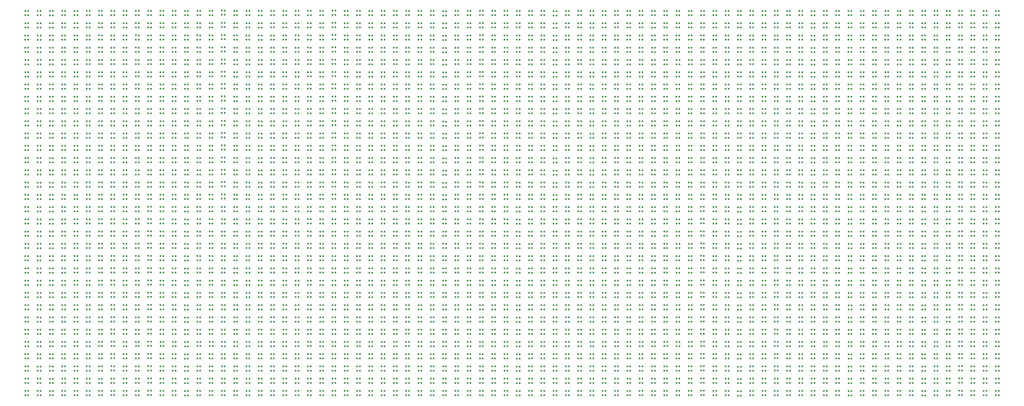
<source format=gts>
%TF.GenerationSoftware,KiCad,Pcbnew,7.0.2*%
%TF.CreationDate,2023-12-28T23:35:24+05:30*%
%TF.ProjectId,matrixleddisplay,6d617472-6978-46c6-9564-646973706c61,rev?*%
%TF.SameCoordinates,Original*%
%TF.FileFunction,Soldermask,Top*%
%TF.FilePolarity,Negative*%
%FSLAX46Y46*%
G04 Gerber Fmt 4.6, Leading zero omitted, Abs format (unit mm)*
G04 Created by KiCad (PCBNEW 7.0.2) date 2023-12-28 23:35:24*
%MOMM*%
%LPD*%
G01*
G04 APERTURE LIST*
G04 Aperture macros list*
%AMRoundRect*
0 Rectangle with rounded corners*
0 $1 Rounding radius*
0 $2 $3 $4 $5 $6 $7 $8 $9 X,Y pos of 4 corners*
0 Add a 4 corners polygon primitive as box body*
4,1,4,$2,$3,$4,$5,$6,$7,$8,$9,$2,$3,0*
0 Add four circle primitives for the rounded corners*
1,1,$1+$1,$2,$3*
1,1,$1+$1,$4,$5*
1,1,$1+$1,$6,$7*
1,1,$1+$1,$8,$9*
0 Add four rect primitives between the rounded corners*
20,1,$1+$1,$2,$3,$4,$5,0*
20,1,$1+$1,$4,$5,$6,$7,0*
20,1,$1+$1,$6,$7,$8,$9,0*
20,1,$1+$1,$8,$9,$2,$3,0*%
G04 Aperture macros list end*
%ADD10RoundRect,0.164281X-0.185674X0.164281X-0.185674X-0.164281X0.185674X-0.164281X0.185674X0.164281X0*%
G04 APERTURE END LIST*
D10*
%TO.C,D2178*%
X422740000Y-71610000D03*
X423900000Y-71610000D03*
X423900000Y-69860000D03*
X422730000Y-69850000D03*
%TD*%
%TO.C,D1130*%
X257740000Y-111590000D03*
X258900000Y-111590000D03*
X258900000Y-109840000D03*
X257730000Y-109830000D03*
%TD*%
%TO.C,D1999*%
X392730000Y-141610000D03*
X393890000Y-141610000D03*
X393890000Y-139860000D03*
X392720000Y-139850000D03*
%TD*%
%TO.C,D2354*%
X447740000Y-151661140D03*
X448900000Y-151661140D03*
X448900000Y-149911140D03*
X447730000Y-149901140D03*
%TD*%
%TO.C,D2522*%
X472740000Y-191610000D03*
X473900000Y-191610000D03*
X473900000Y-189860000D03*
X472730000Y-189850000D03*
%TD*%
%TO.C,D840*%
X212740000Y-96600000D03*
X213900000Y-96600000D03*
X213900000Y-94850000D03*
X212730000Y-94840000D03*
%TD*%
%TO.C,D2554*%
X477740000Y-191600000D03*
X478900000Y-191600000D03*
X478900000Y-189850000D03*
X477730000Y-189840000D03*
%TD*%
%TO.C,D834*%
X212750000Y-71610000D03*
X213910000Y-71610000D03*
X213910000Y-69860000D03*
X212740000Y-69850000D03*
%TD*%
%TO.C,D1827*%
X367730000Y-81600000D03*
X368890000Y-81600000D03*
X368890000Y-79850000D03*
X367720000Y-79840000D03*
%TD*%
%TO.C,D1059*%
X247730000Y-81590000D03*
X248890000Y-81590000D03*
X248890000Y-79840000D03*
X247720000Y-79830000D03*
%TD*%
%TO.C,D976*%
X232740000Y-136600000D03*
X233900000Y-136600000D03*
X233900000Y-134850000D03*
X232730000Y-134840000D03*
%TD*%
%TO.C,D1240*%
X272740000Y-176600000D03*
X273900000Y-176600000D03*
X273900000Y-174850000D03*
X272730000Y-174840000D03*
%TD*%
%TO.C,D1306*%
X282740000Y-191683008D03*
X283900000Y-191683008D03*
X283900000Y-189933008D03*
X282730000Y-189923008D03*
%TD*%
%TO.C,D452*%
X152727500Y-76580000D03*
X153887500Y-76580000D03*
X153887500Y-74830000D03*
X152717500Y-74820000D03*
%TD*%
%TO.C,D442*%
X147720000Y-191683140D03*
X148880000Y-191683140D03*
X148880000Y-189933140D03*
X147710000Y-189923140D03*
%TD*%
%TO.C,D422*%
X147740000Y-91610000D03*
X148900000Y-91610000D03*
X148900000Y-89860000D03*
X147730000Y-89850000D03*
%TD*%
%TO.C,D1561*%
X322750000Y-186610000D03*
X323910000Y-186610000D03*
X323910000Y-184860000D03*
X322740000Y-184850000D03*
%TD*%
%TO.C,D852*%
X212750000Y-156610000D03*
X213910000Y-156610000D03*
X213910000Y-154860000D03*
X212740000Y-154850000D03*
%TD*%
%TO.C,D1468*%
X307730000Y-196590000D03*
X308890000Y-196590000D03*
X308890000Y-194840000D03*
X307720000Y-194830000D03*
%TD*%
%TO.C,D1384*%
X297720000Y-96709868D03*
X298880000Y-96709868D03*
X298880000Y-94959868D03*
X297710000Y-94949868D03*
%TD*%
%TO.C,D1695*%
X342740000Y-221594512D03*
X343900000Y-221594512D03*
X343900000Y-219844512D03*
X342730000Y-219834512D03*
%TD*%
%TO.C,D1271*%
X277740000Y-181590000D03*
X278900000Y-181590000D03*
X278900000Y-179840000D03*
X277730000Y-179830000D03*
%TD*%
%TO.C,D123*%
X97750000Y-201590000D03*
X98910000Y-201590000D03*
X98910000Y-199840000D03*
X97740000Y-199830000D03*
%TD*%
%TO.C,D1311*%
X282740000Y-221683008D03*
X283900000Y-221683008D03*
X283900000Y-219933008D03*
X282730000Y-219923008D03*
%TD*%
%TO.C,D1259*%
X277740000Y-121590000D03*
X278900000Y-121590000D03*
X278900000Y-119840000D03*
X277730000Y-119830000D03*
%TD*%
%TO.C,D2392*%
X452740000Y-176610000D03*
X453900000Y-176610000D03*
X453900000Y-174860000D03*
X452730000Y-174850000D03*
%TD*%
%TO.C,D598*%
X172740000Y-171610000D03*
X173900000Y-171610000D03*
X173900000Y-169860000D03*
X172730000Y-169850000D03*
%TD*%
%TO.C,D506*%
X157740000Y-191590000D03*
X158900000Y-191590000D03*
X158900000Y-189840000D03*
X157730000Y-189830000D03*
%TD*%
%TO.C,D1802*%
X362740000Y-111590000D03*
X363900000Y-111590000D03*
X363900000Y-109840000D03*
X362730000Y-109830000D03*
%TD*%
%TO.C,D1643*%
X337797500Y-121610000D03*
X338957500Y-121610000D03*
X338957500Y-119860000D03*
X337787500Y-119850000D03*
%TD*%
%TO.C,D1467*%
X307760000Y-201580000D03*
X308920000Y-201580000D03*
X308920000Y-199830000D03*
X307750000Y-199820000D03*
%TD*%
%TO.C,D1534*%
X317740000Y-211600000D03*
X318900000Y-211600000D03*
X318900000Y-209850000D03*
X317730000Y-209840000D03*
%TD*%
%TO.C,D296*%
X127730000Y-96580000D03*
X128890000Y-96580000D03*
X128890000Y-94830000D03*
X127720000Y-94820000D03*
%TD*%
%TO.C,D979*%
X232750000Y-161590000D03*
X233910000Y-161590000D03*
X233910000Y-159840000D03*
X232740000Y-159830000D03*
%TD*%
%TO.C,D1446*%
X307740000Y-91600000D03*
X308900000Y-91600000D03*
X308900000Y-89850000D03*
X307730000Y-89840000D03*
%TD*%
%TO.C,D125*%
X97720000Y-206600000D03*
X98880000Y-206600000D03*
X98880000Y-204850000D03*
X97710000Y-204840000D03*
%TD*%
%TO.C,D2371*%
X452730000Y-81600000D03*
X453890000Y-81600000D03*
X453890000Y-79850000D03*
X452720000Y-79840000D03*
%TD*%
%TO.C,D816*%
X207750000Y-136498364D03*
X208910000Y-136498364D03*
X208910000Y-134748364D03*
X207740000Y-134738364D03*
%TD*%
%TO.C,D190*%
X107740000Y-211590000D03*
X108900000Y-211590000D03*
X108900000Y-209840000D03*
X107730000Y-209830000D03*
%TD*%
%TO.C,D1934*%
X382740000Y-131600000D03*
X383900000Y-131600000D03*
X383900000Y-129850000D03*
X382730000Y-129840000D03*
%TD*%
%TO.C,D1301*%
X282730000Y-166673008D03*
X283890000Y-166673008D03*
X283890000Y-164923008D03*
X282720000Y-164913008D03*
%TD*%
%TO.C,D2035*%
X397750000Y-161600000D03*
X398910000Y-161600000D03*
X398910000Y-159850000D03*
X397740000Y-159840000D03*
%TD*%
%TO.C,D1349*%
X292750000Y-86590000D03*
X293910000Y-86590000D03*
X293910000Y-84840000D03*
X292740000Y-84830000D03*
%TD*%
%TO.C,D1745*%
X352730000Y-146600000D03*
X353890000Y-146600000D03*
X353890000Y-144850000D03*
X352720000Y-144840000D03*
%TD*%
%TO.C,D768*%
X197740000Y-216590000D03*
X198900000Y-216590000D03*
X198900000Y-214840000D03*
X197730000Y-214830000D03*
%TD*%
%TO.C,D785*%
X202730000Y-146590000D03*
X203890000Y-146590000D03*
X203890000Y-144840000D03*
X202720000Y-144830000D03*
%TD*%
%TO.C,D1129*%
X257740000Y-106600000D03*
X258900000Y-106600000D03*
X258900000Y-104850000D03*
X257730000Y-104840000D03*
%TD*%
%TO.C,D1291*%
X282740000Y-121600000D03*
X283900000Y-121600000D03*
X283900000Y-119850000D03*
X282730000Y-119840000D03*
%TD*%
%TO.C,D1265*%
X277730000Y-146590000D03*
X278890000Y-146590000D03*
X278890000Y-144840000D03*
X277720000Y-144830000D03*
%TD*%
%TO.C,D1030*%
X242740000Y-91600000D03*
X243900000Y-91600000D03*
X243900000Y-89850000D03*
X242730000Y-89840000D03*
%TD*%
%TO.C,D974*%
X232740000Y-131590000D03*
X233900000Y-131590000D03*
X233900000Y-129840000D03*
X232730000Y-129830000D03*
%TD*%
%TO.C,D1921*%
X382740000Y-66600000D03*
X383900000Y-66600000D03*
X383900000Y-64850000D03*
X382730000Y-64840000D03*
%TD*%
%TO.C,D474*%
X152747500Y-191590000D03*
X153907500Y-191590000D03*
X153907500Y-189840000D03*
X152737500Y-189830000D03*
%TD*%
%TO.C,D2330*%
X442740000Y-191610000D03*
X443900000Y-191610000D03*
X443900000Y-189860000D03*
X442730000Y-189850000D03*
%TD*%
%TO.C,D2317*%
X442740000Y-126600000D03*
X443900000Y-126600000D03*
X443900000Y-124850000D03*
X442730000Y-124840000D03*
%TD*%
%TO.C,D2200*%
X422740000Y-176610000D03*
X423900000Y-176610000D03*
X423900000Y-174860000D03*
X422730000Y-174850000D03*
%TD*%
%TO.C,D2447*%
X462730000Y-141600000D03*
X463890000Y-141600000D03*
X463890000Y-139850000D03*
X462720000Y-139840000D03*
%TD*%
%TO.C,D1632*%
X332740000Y-216610000D03*
X333900000Y-216610000D03*
X333900000Y-214860000D03*
X332730000Y-214850000D03*
%TD*%
%TO.C,D223*%
X112740000Y-221590000D03*
X113900000Y-221590000D03*
X113900000Y-219840000D03*
X112730000Y-219830000D03*
%TD*%
%TO.C,D199*%
X112730000Y-101580000D03*
X113890000Y-101580000D03*
X113890000Y-99830000D03*
X112720000Y-99820000D03*
%TD*%
%TO.C,D2510*%
X472740000Y-131600000D03*
X473900000Y-131600000D03*
X473900000Y-129850000D03*
X472730000Y-129840000D03*
%TD*%
%TO.C,D1562*%
X322740000Y-191610000D03*
X323900000Y-191610000D03*
X323900000Y-189860000D03*
X322730000Y-189850000D03*
%TD*%
%TO.C,D455*%
X152737500Y-101580000D03*
X153897500Y-101580000D03*
X153897500Y-99830000D03*
X152727500Y-99820000D03*
%TD*%
%TO.C,D2512*%
X472740000Y-136610000D03*
X473900000Y-136610000D03*
X473900000Y-134860000D03*
X472730000Y-134850000D03*
%TD*%
%TO.C,D1733*%
X352750000Y-86600000D03*
X353910000Y-86600000D03*
X353910000Y-84850000D03*
X352740000Y-84840000D03*
%TD*%
%TO.C,D898*%
X222740000Y-71610000D03*
X223900000Y-71610000D03*
X223900000Y-69860000D03*
X222730000Y-69850000D03*
%TD*%
%TO.C,D996*%
X237720000Y-76600000D03*
X238880000Y-76600000D03*
X238880000Y-74850000D03*
X237710000Y-74840000D03*
%TD*%
%TO.C,D330*%
X132740000Y-111590000D03*
X133900000Y-111590000D03*
X133900000Y-109840000D03*
X132730000Y-109830000D03*
%TD*%
%TO.C,D874*%
X217740000Y-111590000D03*
X218900000Y-111590000D03*
X218900000Y-109840000D03*
X217730000Y-109830000D03*
%TD*%
%TO.C,D1652*%
X337797500Y-156620000D03*
X338957500Y-156620000D03*
X338957500Y-154870000D03*
X337787500Y-154860000D03*
%TD*%
%TO.C,D695*%
X187740000Y-181590000D03*
X188900000Y-181590000D03*
X188900000Y-179840000D03*
X187730000Y-179830000D03*
%TD*%
%TO.C,D1709*%
X347740000Y-126600000D03*
X348900000Y-126600000D03*
X348900000Y-124850000D03*
X347730000Y-124840000D03*
%TD*%
%TO.C,D375*%
X137740000Y-181580000D03*
X138900000Y-181580000D03*
X138900000Y-179830000D03*
X137730000Y-179820000D03*
%TD*%
%TO.C,D2255*%
X432730000Y-141610000D03*
X433890000Y-141610000D03*
X433890000Y-139860000D03*
X432720000Y-139850000D03*
%TD*%
%TO.C,D607*%
X172740000Y-221610000D03*
X173900000Y-221610000D03*
X173900000Y-219860000D03*
X172730000Y-219850000D03*
%TD*%
%TO.C,D2106*%
X407740000Y-191610000D03*
X408900000Y-191610000D03*
X408900000Y-189860000D03*
X407730000Y-189850000D03*
%TD*%
%TO.C,D2112*%
X407740000Y-216610000D03*
X408900000Y-216610000D03*
X408900000Y-214860000D03*
X407730000Y-214850000D03*
%TD*%
%TO.C,D1431*%
X302730000Y-181600000D03*
X303890000Y-181600000D03*
X303890000Y-179850000D03*
X302720000Y-179840000D03*
%TD*%
%TO.C,D1152*%
X257740000Y-216600000D03*
X258900000Y-216600000D03*
X258900000Y-214850000D03*
X257730000Y-214840000D03*
%TD*%
%TO.C,D1067*%
X247740000Y-121590000D03*
X248900000Y-121590000D03*
X248900000Y-119840000D03*
X247730000Y-119830000D03*
%TD*%
%TO.C,D966*%
X232740000Y-91600000D03*
X233900000Y-91600000D03*
X233900000Y-89850000D03*
X232730000Y-89840000D03*
%TD*%
%TO.C,D189*%
X107730000Y-206590000D03*
X108890000Y-206590000D03*
X108890000Y-204840000D03*
X107720000Y-204830000D03*
%TD*%
%TO.C,D1409*%
X302730000Y-66600000D03*
X303890000Y-66600000D03*
X303890000Y-64850000D03*
X302720000Y-64840000D03*
%TD*%
%TO.C,D1443*%
X307730000Y-81590000D03*
X308890000Y-81590000D03*
X308890000Y-79840000D03*
X307720000Y-79830000D03*
%TD*%
%TO.C,D466*%
X152747500Y-151590000D03*
X153907500Y-151590000D03*
X153907500Y-149840000D03*
X152737500Y-149830000D03*
%TD*%
%TO.C,D2164*%
X417760000Y-156673140D03*
X418920000Y-156673140D03*
X418920000Y-154923140D03*
X417750000Y-154913140D03*
%TD*%
%TO.C,D1630*%
X332740000Y-211600000D03*
X333900000Y-211600000D03*
X333900000Y-209850000D03*
X332730000Y-209840000D03*
%TD*%
%TO.C,D437*%
X147710000Y-166673140D03*
X148870000Y-166673140D03*
X148870000Y-164923140D03*
X147700000Y-164913140D03*
%TD*%
%TO.C,D2158*%
X417740000Y-131600000D03*
X418900000Y-131600000D03*
X418900000Y-129850000D03*
X417730000Y-129840000D03*
%TD*%
%TO.C,D1404*%
X297730000Y-196590000D03*
X298890000Y-196590000D03*
X298890000Y-194840000D03*
X297720000Y-194830000D03*
%TD*%
%TO.C,D451*%
X152737500Y-81580000D03*
X153897500Y-81580000D03*
X153897500Y-79830000D03*
X152727500Y-79820000D03*
%TD*%
%TO.C,D81*%
X92767500Y-146630000D03*
X93927500Y-146630000D03*
X93927500Y-144880000D03*
X92757500Y-144870000D03*
%TD*%
%TO.C,D1403*%
X297760000Y-201580000D03*
X298920000Y-201580000D03*
X298920000Y-199830000D03*
X297750000Y-199820000D03*
%TD*%
%TO.C,D67*%
X92767500Y-81630000D03*
X93927500Y-81630000D03*
X93927500Y-79880000D03*
X92757500Y-79870000D03*
%TD*%
%TO.C,D60*%
X87730000Y-196633404D03*
X88890000Y-196633404D03*
X88890000Y-194883404D03*
X87720000Y-194873404D03*
%TD*%
%TO.C,D2429*%
X457730000Y-206600000D03*
X458890000Y-206600000D03*
X458890000Y-204850000D03*
X457720000Y-204840000D03*
%TD*%
%TO.C,D192*%
X107740000Y-216600000D03*
X108900000Y-216600000D03*
X108900000Y-214850000D03*
X107730000Y-214840000D03*
%TD*%
%TO.C,D1832*%
X367730000Y-96600000D03*
X368890000Y-96600000D03*
X368890000Y-94850000D03*
X367720000Y-94840000D03*
%TD*%
%TO.C,D1662*%
X337797500Y-211610000D03*
X338957500Y-211610000D03*
X338957500Y-209860000D03*
X337787500Y-209850000D03*
%TD*%
%TO.C,D2303*%
X437740000Y-221610000D03*
X438900000Y-221610000D03*
X438900000Y-219860000D03*
X437730000Y-219850000D03*
%TD*%
%TO.C,D1631*%
X332740000Y-221610000D03*
X333900000Y-221610000D03*
X333900000Y-219860000D03*
X332730000Y-219850000D03*
%TD*%
%TO.C,D2361*%
X447750000Y-186661140D03*
X448910000Y-186661140D03*
X448910000Y-184911140D03*
X447740000Y-184901140D03*
%TD*%
%TO.C,D789*%
X202730000Y-166590000D03*
X203890000Y-166590000D03*
X203890000Y-164840000D03*
X202720000Y-164830000D03*
%TD*%
%TO.C,D440*%
X147720000Y-176683140D03*
X148880000Y-176683140D03*
X148880000Y-174933140D03*
X147710000Y-174923140D03*
%TD*%
%TO.C,D954*%
X227740000Y-191600000D03*
X228900000Y-191600000D03*
X228900000Y-189850000D03*
X227730000Y-189840000D03*
%TD*%
%TO.C,D428*%
X147740000Y-116600000D03*
X148900000Y-116600000D03*
X148900000Y-114850000D03*
X147730000Y-114840000D03*
%TD*%
%TO.C,D1228*%
X272740000Y-116590000D03*
X273900000Y-116590000D03*
X273900000Y-114840000D03*
X272730000Y-114830000D03*
%TD*%
%TO.C,D1339*%
X287760000Y-201590000D03*
X288920000Y-201590000D03*
X288920000Y-199840000D03*
X287750000Y-199830000D03*
%TD*%
%TO.C,D355*%
X137730000Y-81580000D03*
X138890000Y-81580000D03*
X138890000Y-79830000D03*
X137720000Y-79820000D03*
%TD*%
%TO.C,D1118*%
X252740000Y-211590000D03*
X253900000Y-211590000D03*
X253900000Y-209840000D03*
X252730000Y-209830000D03*
%TD*%
%TO.C,D2107*%
X407760000Y-201590000D03*
X408920000Y-201590000D03*
X408920000Y-199840000D03*
X407750000Y-199830000D03*
%TD*%
%TO.C,D1399*%
X297740000Y-181590000D03*
X298900000Y-181590000D03*
X298900000Y-179840000D03*
X297730000Y-179830000D03*
%TD*%
%TO.C,D814*%
X207750000Y-131488364D03*
X208910000Y-131488364D03*
X208910000Y-129738364D03*
X207740000Y-129728364D03*
%TD*%
%TO.C,D1740*%
X352740000Y-116600000D03*
X353900000Y-116600000D03*
X353900000Y-114850000D03*
X352730000Y-114840000D03*
%TD*%
%TO.C,D2496*%
X467740000Y-216600000D03*
X468900000Y-216600000D03*
X468900000Y-214850000D03*
X467730000Y-214840000D03*
%TD*%
%TO.C,D2393*%
X452750000Y-186610000D03*
X453910000Y-186610000D03*
X453910000Y-184860000D03*
X452740000Y-184850000D03*
%TD*%
%TO.C,D405*%
X142730000Y-166590000D03*
X143890000Y-166590000D03*
X143890000Y-164840000D03*
X142720000Y-164830000D03*
%TD*%
%TO.C,D2179*%
X422730000Y-81600000D03*
X423890000Y-81600000D03*
X423890000Y-79850000D03*
X422720000Y-79840000D03*
%TD*%
%TO.C,D269*%
X122750000Y-126590000D03*
X123910000Y-126590000D03*
X123910000Y-124840000D03*
X122740000Y-124830000D03*
%TD*%
%TO.C,D433*%
X147710000Y-146673140D03*
X148870000Y-146673140D03*
X148870000Y-144923140D03*
X147700000Y-144913140D03*
%TD*%
%TO.C,D1142*%
X257740000Y-171600000D03*
X258900000Y-171600000D03*
X258900000Y-169850000D03*
X257730000Y-169840000D03*
%TD*%
%TO.C,D694*%
X187740000Y-171600000D03*
X188900000Y-171600000D03*
X188900000Y-169850000D03*
X187730000Y-169840000D03*
%TD*%
%TO.C,D2030*%
X397740000Y-131600000D03*
X398900000Y-131600000D03*
X398900000Y-129850000D03*
X397730000Y-129840000D03*
%TD*%
%TO.C,D2006*%
X392740000Y-171610000D03*
X393900000Y-171610000D03*
X393900000Y-169860000D03*
X392730000Y-169850000D03*
%TD*%
%TO.C,D2289*%
X437730000Y-146600000D03*
X438890000Y-146600000D03*
X438890000Y-144850000D03*
X437720000Y-144840000D03*
%TD*%
%TO.C,D608*%
X172740000Y-216610000D03*
X173900000Y-216610000D03*
X173900000Y-214860000D03*
X172730000Y-214850000D03*
%TD*%
%TO.C,D1333*%
X287730000Y-166600000D03*
X288890000Y-166600000D03*
X288890000Y-164850000D03*
X287720000Y-164840000D03*
%TD*%
%TO.C,D715*%
X192770000Y-121584116D03*
X193930000Y-121584116D03*
X193930000Y-119834116D03*
X192760000Y-119824116D03*
%TD*%
%TO.C,D288*%
X122750000Y-216600000D03*
X123910000Y-216600000D03*
X123910000Y-214850000D03*
X122740000Y-214840000D03*
%TD*%
%TO.C,D616*%
X177760000Y-96633984D03*
X178920000Y-96633984D03*
X178920000Y-94883984D03*
X177750000Y-94873984D03*
%TD*%
%TO.C,D201*%
X112740000Y-106590000D03*
X113900000Y-106590000D03*
X113900000Y-104840000D03*
X112730000Y-104830000D03*
%TD*%
%TO.C,D657*%
X182730000Y-146590000D03*
X183890000Y-146590000D03*
X183890000Y-144840000D03*
X182720000Y-144830000D03*
%TD*%
%TO.C,D1109*%
X252730000Y-166590000D03*
X253890000Y-166590000D03*
X253890000Y-164840000D03*
X252720000Y-164830000D03*
%TD*%
%TO.C,D1923*%
X382730000Y-81600000D03*
X383890000Y-81600000D03*
X383890000Y-79850000D03*
X382720000Y-79840000D03*
%TD*%
%TO.C,D915*%
X222720000Y-161600264D03*
X223880000Y-161600264D03*
X223880000Y-159850264D03*
X222710000Y-159840264D03*
%TD*%
%TO.C,D172*%
X107740000Y-116590000D03*
X108900000Y-116590000D03*
X108900000Y-114840000D03*
X107730000Y-114830000D03*
%TD*%
%TO.C,D2352*%
X447740000Y-136610000D03*
X448900000Y-136610000D03*
X448900000Y-134860000D03*
X447730000Y-134850000D03*
%TD*%
%TO.C,D1454*%
X307740000Y-131590000D03*
X308900000Y-131590000D03*
X308900000Y-129840000D03*
X307730000Y-129830000D03*
%TD*%
%TO.C,D1055*%
X242740000Y-221600000D03*
X243900000Y-221600000D03*
X243900000Y-219850000D03*
X242730000Y-219840000D03*
%TD*%
%TO.C,D2518*%
X472740000Y-171610000D03*
X473900000Y-171610000D03*
X473900000Y-169860000D03*
X472730000Y-169850000D03*
%TD*%
%TO.C,D2203*%
X422760000Y-201590000D03*
X423920000Y-201590000D03*
X423920000Y-199840000D03*
X422750000Y-199830000D03*
%TD*%
%TO.C,D1382*%
X297730000Y-91719868D03*
X298890000Y-91719868D03*
X298890000Y-89969868D03*
X297720000Y-89959868D03*
%TD*%
%TO.C,D968*%
X232730000Y-96590000D03*
X233890000Y-96590000D03*
X233890000Y-94840000D03*
X232720000Y-94830000D03*
%TD*%
%TO.C,D1503*%
X312740000Y-221600000D03*
X313900000Y-221600000D03*
X313900000Y-219850000D03*
X312730000Y-219840000D03*
%TD*%
%TO.C,D2490*%
X467740000Y-191600000D03*
X468900000Y-191600000D03*
X468900000Y-189850000D03*
X467730000Y-189840000D03*
%TD*%
%TO.C,D1154*%
X262740000Y-71600000D03*
X263900000Y-71600000D03*
X263900000Y-69850000D03*
X262730000Y-69840000D03*
%TD*%
%TO.C,D1452*%
X307740000Y-116590000D03*
X308900000Y-116590000D03*
X308900000Y-114840000D03*
X307730000Y-114830000D03*
%TD*%
%TO.C,D2258*%
X432747500Y-151603140D03*
X433907500Y-151603140D03*
X433907500Y-149853140D03*
X432737500Y-149843140D03*
%TD*%
%TO.C,D2540*%
X477740000Y-116600000D03*
X478900000Y-116600000D03*
X478900000Y-114850000D03*
X477730000Y-114840000D03*
%TD*%
%TO.C,D2391*%
X452740000Y-181600000D03*
X453900000Y-181600000D03*
X453900000Y-179850000D03*
X452730000Y-179840000D03*
%TD*%
%TO.C,D693*%
X187730000Y-166590000D03*
X188890000Y-166590000D03*
X188890000Y-164840000D03*
X187720000Y-164830000D03*
%TD*%
%TO.C,D1869*%
X372740000Y-126600000D03*
X373900000Y-126600000D03*
X373900000Y-124850000D03*
X372730000Y-124840000D03*
%TD*%
%TO.C,D2174*%
X417760000Y-211663140D03*
X418920000Y-211663140D03*
X418920000Y-209913140D03*
X417750000Y-209903140D03*
%TD*%
%TO.C,D661*%
X182730000Y-166590000D03*
X183890000Y-166590000D03*
X183890000Y-164840000D03*
X182720000Y-164830000D03*
%TD*%
%TO.C,D2283*%
X437740000Y-121600000D03*
X438900000Y-121600000D03*
X438900000Y-119850000D03*
X437730000Y-119840000D03*
%TD*%
%TO.C,D911*%
X222730000Y-141610000D03*
X223890000Y-141610000D03*
X223890000Y-139860000D03*
X222720000Y-139850000D03*
%TD*%
%TO.C,D1213*%
X267730000Y-206590000D03*
X268890000Y-206590000D03*
X268890000Y-204840000D03*
X267720000Y-204830000D03*
%TD*%
%TO.C,D188*%
X107730000Y-196590000D03*
X108890000Y-196590000D03*
X108890000Y-194840000D03*
X107720000Y-194830000D03*
%TD*%
%TO.C,D2238*%
X427740000Y-211600000D03*
X428900000Y-211600000D03*
X428900000Y-209850000D03*
X427730000Y-209840000D03*
%TD*%
%TO.C,D2328*%
X442740000Y-176610000D03*
X443900000Y-176610000D03*
X443900000Y-174860000D03*
X442730000Y-174850000D03*
%TD*%
%TO.C,D1737*%
X352740000Y-106610000D03*
X353900000Y-106610000D03*
X353900000Y-104860000D03*
X352730000Y-104850000D03*
%TD*%
%TO.C,D2143*%
X412740000Y-221610000D03*
X413900000Y-221610000D03*
X413900000Y-219860000D03*
X412730000Y-219850000D03*
%TD*%
%TO.C,D72*%
X92767500Y-96630000D03*
X93927500Y-96630000D03*
X93927500Y-94880000D03*
X92757500Y-94870000D03*
%TD*%
%TO.C,D122*%
X97730000Y-191610000D03*
X98890000Y-191610000D03*
X98890000Y-189860000D03*
X97720000Y-189850000D03*
%TD*%
%TO.C,D742*%
X197740000Y-91590000D03*
X198900000Y-91590000D03*
X198900000Y-89840000D03*
X197730000Y-89830000D03*
%TD*%
%TO.C,D615*%
X177760000Y-101633984D03*
X178920000Y-101633984D03*
X178920000Y-99883984D03*
X177750000Y-99873984D03*
%TD*%
%TO.C,D145*%
X102730000Y-146580000D03*
X103890000Y-146580000D03*
X103890000Y-144830000D03*
X102720000Y-144820000D03*
%TD*%
%TO.C,D2297*%
X437750000Y-186610000D03*
X438910000Y-186610000D03*
X438910000Y-184860000D03*
X437740000Y-184850000D03*
%TD*%
%TO.C,D266*%
X122750000Y-111590000D03*
X123910000Y-111590000D03*
X123910000Y-109840000D03*
X122740000Y-109830000D03*
%TD*%
%TO.C,D404*%
X142740000Y-156600000D03*
X143900000Y-156600000D03*
X143900000Y-154850000D03*
X142730000Y-154840000D03*
%TD*%
%TO.C,D374*%
X137740000Y-171590000D03*
X138900000Y-171590000D03*
X138900000Y-169840000D03*
X137730000Y-169830000D03*
%TD*%
%TO.C,D2360*%
X447740000Y-176661140D03*
X448900000Y-176661140D03*
X448900000Y-174911140D03*
X447730000Y-174901140D03*
%TD*%
%TO.C,D744*%
X197730000Y-96580000D03*
X198890000Y-96580000D03*
X198890000Y-94830000D03*
X197720000Y-94820000D03*
%TD*%
%TO.C,D1376*%
X292740000Y-216600000D03*
X293900000Y-216600000D03*
X293900000Y-214850000D03*
X292730000Y-214840000D03*
%TD*%
%TO.C,D1047*%
X242740000Y-181590000D03*
X243900000Y-181590000D03*
X243900000Y-179840000D03*
X242730000Y-179830000D03*
%TD*%
%TO.C,D2516*%
X472740000Y-156610000D03*
X473900000Y-156610000D03*
X473900000Y-154860000D03*
X472730000Y-154850000D03*
%TD*%
%TO.C,D1206*%
X267740000Y-171600000D03*
X268900000Y-171600000D03*
X268900000Y-169850000D03*
X267730000Y-169840000D03*
%TD*%
%TO.C,D971*%
X232740000Y-121590000D03*
X233900000Y-121590000D03*
X233900000Y-119840000D03*
X232730000Y-119830000D03*
%TD*%
%TO.C,D1974*%
X387710000Y-171568760D03*
X388870000Y-171568760D03*
X388870000Y-169818760D03*
X387700000Y-169808760D03*
%TD*%
%TO.C,D500*%
X157740000Y-156590000D03*
X158900000Y-156590000D03*
X158900000Y-154840000D03*
X157730000Y-154830000D03*
%TD*%
%TO.C,D1089*%
X252760000Y-66716860D03*
X253920000Y-66716860D03*
X253920000Y-64966860D03*
X252750000Y-64956860D03*
%TD*%
%TO.C,D1355*%
X292740000Y-121590000D03*
X293900000Y-121590000D03*
X293900000Y-119840000D03*
X292730000Y-119830000D03*
%TD*%
%TO.C,D2108*%
X407730000Y-196600000D03*
X408890000Y-196600000D03*
X408890000Y-194850000D03*
X407720000Y-194840000D03*
%TD*%
%TO.C,D2111*%
X407740000Y-221610000D03*
X408900000Y-221610000D03*
X408900000Y-219860000D03*
X407730000Y-219850000D03*
%TD*%
%TO.C,D1099*%
X252760000Y-121716860D03*
X253920000Y-121716860D03*
X253920000Y-119966860D03*
X252750000Y-119956860D03*
%TD*%
%TO.C,D750*%
X197740000Y-131580000D03*
X198900000Y-131580000D03*
X198900000Y-129830000D03*
X197730000Y-129820000D03*
%TD*%
%TO.C,D707*%
X192760000Y-81584116D03*
X193920000Y-81584116D03*
X193920000Y-79834116D03*
X192750000Y-79824116D03*
%TD*%
%TO.C,D501*%
X157730000Y-166580000D03*
X158890000Y-166580000D03*
X158890000Y-164830000D03*
X157720000Y-164820000D03*
%TD*%
%TO.C,D2209*%
X427740000Y-66600000D03*
X428900000Y-66600000D03*
X428900000Y-64850000D03*
X427730000Y-64840000D03*
%TD*%
%TO.C,D443*%
X147740000Y-201663140D03*
X148900000Y-201663140D03*
X148900000Y-199913140D03*
X147730000Y-199903140D03*
%TD*%
%TO.C,D439*%
X147720000Y-181673140D03*
X148880000Y-181673140D03*
X148880000Y-179923140D03*
X147710000Y-179913140D03*
%TD*%
%TO.C,D410*%
X142740000Y-191600000D03*
X143900000Y-191600000D03*
X143900000Y-189850000D03*
X142730000Y-189840000D03*
%TD*%
%TO.C,D895*%
X217740000Y-221600000D03*
X218900000Y-221600000D03*
X218900000Y-219850000D03*
X217730000Y-219840000D03*
%TD*%
%TO.C,D1268*%
X277740000Y-156600000D03*
X278900000Y-156600000D03*
X278900000Y-154850000D03*
X277730000Y-154840000D03*
%TD*%
%TO.C,D703*%
X187740000Y-221600000D03*
X188900000Y-221600000D03*
X188900000Y-219850000D03*
X187730000Y-219840000D03*
%TD*%
%TO.C,D1002*%
X237740000Y-111600000D03*
X238900000Y-111600000D03*
X238900000Y-109850000D03*
X237730000Y-109840000D03*
%TD*%
%TO.C,D187*%
X107760000Y-201580000D03*
X108920000Y-201580000D03*
X108920000Y-199830000D03*
X107750000Y-199820000D03*
%TD*%
%TO.C,D1177*%
X262750000Y-186600000D03*
X263910000Y-186600000D03*
X263910000Y-184850000D03*
X262740000Y-184840000D03*
%TD*%
%TO.C,D686*%
X187740000Y-131590000D03*
X188900000Y-131590000D03*
X188900000Y-129840000D03*
X187730000Y-129830000D03*
%TD*%
%TO.C,D447*%
X147720000Y-221683140D03*
X148880000Y-221683140D03*
X148880000Y-219933140D03*
X147710000Y-219923140D03*
%TD*%
%TO.C,D1791*%
X357720000Y-221513140D03*
X358880000Y-221513140D03*
X358880000Y-219763140D03*
X357710000Y-219753140D03*
%TD*%
%TO.C,D1856*%
X367740000Y-216610000D03*
X368900000Y-216610000D03*
X368900000Y-214860000D03*
X367730000Y-214850000D03*
%TD*%
%TO.C,D9*%
X82730000Y-106610000D03*
X83890000Y-106610000D03*
X83890000Y-104860000D03*
X82720000Y-104850000D03*
%TD*%
%TO.C,D1139*%
X257750000Y-161590000D03*
X258910000Y-161590000D03*
X258910000Y-159840000D03*
X257740000Y-159830000D03*
%TD*%
%TO.C,D1894*%
X377740000Y-91600000D03*
X378900000Y-91600000D03*
X378900000Y-89850000D03*
X377730000Y-89840000D03*
%TD*%
%TO.C,D1222*%
X272740000Y-91600000D03*
X273900000Y-91600000D03*
X273900000Y-89850000D03*
X272730000Y-89840000D03*
%TD*%
%TO.C,D1042*%
X242740000Y-151600000D03*
X243900000Y-151600000D03*
X243900000Y-149850000D03*
X242730000Y-149840000D03*
%TD*%
%TO.C,D884*%
X217740000Y-156600000D03*
X218900000Y-156600000D03*
X218900000Y-154850000D03*
X217730000Y-154840000D03*
%TD*%
%TO.C,D1379*%
X297720000Y-81709868D03*
X298880000Y-81709868D03*
X298880000Y-79959868D03*
X297710000Y-79949868D03*
%TD*%
%TO.C,D475*%
X152767500Y-201570000D03*
X153927500Y-201570000D03*
X153927500Y-199820000D03*
X152757500Y-199810000D03*
%TD*%
%TO.C,D831*%
X207750000Y-221600000D03*
X208910000Y-221600000D03*
X208910000Y-219850000D03*
X207740000Y-219840000D03*
%TD*%
%TO.C,D1776*%
X357740000Y-136610000D03*
X358900000Y-136610000D03*
X358900000Y-134860000D03*
X357730000Y-134850000D03*
%TD*%
%TO.C,D642*%
X182740000Y-71600000D03*
X183900000Y-71600000D03*
X183900000Y-69850000D03*
X182730000Y-69840000D03*
%TD*%
%TO.C,D821*%
X207740000Y-166590000D03*
X208900000Y-166590000D03*
X208900000Y-164840000D03*
X207730000Y-164830000D03*
%TD*%
%TO.C,D48*%
X87787500Y-136620000D03*
X88947500Y-136620000D03*
X88947500Y-134870000D03*
X87777500Y-134860000D03*
%TD*%
%TO.C,D2041*%
X397750000Y-186610000D03*
X398910000Y-186610000D03*
X398910000Y-184860000D03*
X397740000Y-184850000D03*
%TD*%
%TO.C,D1790*%
X357720000Y-211503140D03*
X358880000Y-211503140D03*
X358880000Y-209753140D03*
X357710000Y-209743140D03*
%TD*%
%TO.C,D1705*%
X347740000Y-106610000D03*
X348900000Y-106610000D03*
X348900000Y-104860000D03*
X347730000Y-104850000D03*
%TD*%
%TO.C,D87*%
X92777500Y-181630000D03*
X93937500Y-181630000D03*
X93937500Y-179880000D03*
X92767500Y-179870000D03*
%TD*%
%TO.C,D2355*%
X447750000Y-161651140D03*
X448910000Y-161651140D03*
X448910000Y-159901140D03*
X447740000Y-159891140D03*
%TD*%
%TO.C,D577*%
X172740000Y-66600000D03*
X173900000Y-66600000D03*
X173900000Y-64850000D03*
X172730000Y-64840000D03*
%TD*%
%TO.C,D2494*%
X467740000Y-211590000D03*
X468900000Y-211590000D03*
X468900000Y-209840000D03*
X467730000Y-209830000D03*
%TD*%
%TO.C,D885*%
X217730000Y-166590000D03*
X218890000Y-166590000D03*
X218890000Y-164840000D03*
X217720000Y-164830000D03*
%TD*%
%TO.C,D1077*%
X247730000Y-166590000D03*
X248890000Y-166590000D03*
X248890000Y-164840000D03*
X247720000Y-164830000D03*
%TD*%
%TO.C,D2020*%
X397720000Y-76600000D03*
X398880000Y-76600000D03*
X398880000Y-74850000D03*
X397710000Y-74840000D03*
%TD*%
%TO.C,D1860*%
X372720000Y-76600000D03*
X373880000Y-76600000D03*
X373880000Y-74850000D03*
X372710000Y-74840000D03*
%TD*%
%TO.C,D2416*%
X457740000Y-136610000D03*
X458900000Y-136610000D03*
X458900000Y-134860000D03*
X457730000Y-134850000D03*
%TD*%
%TO.C,D2149*%
X417750000Y-86600000D03*
X418910000Y-86600000D03*
X418910000Y-84850000D03*
X417740000Y-84840000D03*
%TD*%
%TO.C,D164*%
X107720000Y-76590000D03*
X108880000Y-76590000D03*
X108880000Y-74840000D03*
X107710000Y-74830000D03*
%TD*%
%TO.C,D238*%
X117740000Y-131590000D03*
X118900000Y-131590000D03*
X118900000Y-129840000D03*
X117730000Y-129830000D03*
%TD*%
%TO.C,D1419*%
X302730000Y-121600000D03*
X303890000Y-121600000D03*
X303890000Y-119850000D03*
X302720000Y-119840000D03*
%TD*%
%TO.C,D2168*%
X417760000Y-176673140D03*
X418920000Y-176673140D03*
X418920000Y-174923140D03*
X417750000Y-174913140D03*
%TD*%
%TO.C,D1949*%
X382730000Y-206600000D03*
X383890000Y-206600000D03*
X383890000Y-204850000D03*
X382720000Y-204840000D03*
%TD*%
%TO.C,D1900*%
X377740000Y-116590000D03*
X378900000Y-116590000D03*
X378900000Y-114840000D03*
X377730000Y-114830000D03*
%TD*%
%TO.C,D2460*%
X462730000Y-196522380D03*
X463890000Y-196522380D03*
X463890000Y-194772380D03*
X462720000Y-194762380D03*
%TD*%
%TO.C,D1192*%
X267750000Y-96522612D03*
X268910000Y-96522612D03*
X268910000Y-94772612D03*
X267740000Y-94762612D03*
%TD*%
%TO.C,D2*%
X82730000Y-71610000D03*
X83890000Y-71610000D03*
X83890000Y-69860000D03*
X82720000Y-69850000D03*
%TD*%
%TO.C,D1096*%
X252750000Y-96716860D03*
X253910000Y-96716860D03*
X253910000Y-94966860D03*
X252740000Y-94956860D03*
%TD*%
%TO.C,D705*%
X192770000Y-66584116D03*
X193930000Y-66584116D03*
X193930000Y-64834116D03*
X192760000Y-64824116D03*
%TD*%
%TO.C,D2061*%
X402740000Y-126685488D03*
X403900000Y-126685488D03*
X403900000Y-124935488D03*
X402730000Y-124925488D03*
%TD*%
%TO.C,D218*%
X112740000Y-191590000D03*
X113900000Y-191590000D03*
X113900000Y-189840000D03*
X112730000Y-189830000D03*
%TD*%
%TO.C,D230*%
X117740000Y-91600000D03*
X118900000Y-91600000D03*
X118900000Y-89850000D03*
X117730000Y-89840000D03*
%TD*%
%TO.C,D2038*%
X397740000Y-171610000D03*
X398900000Y-171610000D03*
X398900000Y-169860000D03*
X397730000Y-169850000D03*
%TD*%
%TO.C,D448*%
X147720000Y-216683140D03*
X148880000Y-216683140D03*
X148880000Y-214933140D03*
X147710000Y-214923140D03*
%TD*%
%TO.C,D778*%
X202740000Y-111590000D03*
X203900000Y-111590000D03*
X203900000Y-109840000D03*
X202730000Y-109830000D03*
%TD*%
%TO.C,D758*%
X197740000Y-171590000D03*
X198900000Y-171590000D03*
X198900000Y-169840000D03*
X197730000Y-169830000D03*
%TD*%
%TO.C,D2088*%
X407730000Y-96600000D03*
X408890000Y-96600000D03*
X408890000Y-94850000D03*
X407720000Y-94840000D03*
%TD*%
%TO.C,D776*%
X202730000Y-96590000D03*
X203890000Y-96590000D03*
X203890000Y-94840000D03*
X202720000Y-94830000D03*
%TD*%
%TO.C,D1405*%
X297730000Y-206590000D03*
X298890000Y-206590000D03*
X298890000Y-204840000D03*
X297720000Y-204830000D03*
%TD*%
%TO.C,D1437*%
X302720000Y-206600000D03*
X303880000Y-206600000D03*
X303880000Y-204850000D03*
X302710000Y-204840000D03*
%TD*%
%TO.C,D253*%
X117750000Y-206545884D03*
X118910000Y-206545884D03*
X118910000Y-204795884D03*
X117740000Y-204785884D03*
%TD*%
%TO.C,D2282*%
X437740000Y-111600000D03*
X438900000Y-111600000D03*
X438900000Y-109850000D03*
X437730000Y-109840000D03*
%TD*%
%TO.C,D1065*%
X247740000Y-106600000D03*
X248900000Y-106600000D03*
X248900000Y-104850000D03*
X247730000Y-104840000D03*
%TD*%
%TO.C,D782*%
X202740000Y-131590000D03*
X203900000Y-131590000D03*
X203900000Y-129840000D03*
X202730000Y-129830000D03*
%TD*%
%TO.C,D1590*%
X327760000Y-171617388D03*
X328920000Y-171617388D03*
X328920000Y-169867388D03*
X327750000Y-169857388D03*
%TD*%
%TO.C,D1678*%
X342740000Y-131600000D03*
X343900000Y-131600000D03*
X343900000Y-129850000D03*
X342730000Y-129840000D03*
%TD*%
%TO.C,D1535*%
X317740000Y-221610000D03*
X318900000Y-221610000D03*
X318900000Y-219860000D03*
X317730000Y-219850000D03*
%TD*%
%TO.C,D761*%
X197750000Y-186590000D03*
X198910000Y-186590000D03*
X198910000Y-184840000D03*
X197740000Y-184830000D03*
%TD*%
%TO.C,D131*%
X102720000Y-81604116D03*
X103880000Y-81604116D03*
X103880000Y-79854116D03*
X102710000Y-79844116D03*
%TD*%
%TO.C,D1133*%
X257740000Y-126590000D03*
X258900000Y-126590000D03*
X258900000Y-124840000D03*
X257730000Y-124830000D03*
%TD*%
%TO.C,D1507*%
X317730000Y-81600000D03*
X318890000Y-81600000D03*
X318890000Y-79850000D03*
X317720000Y-79840000D03*
%TD*%
%TO.C,D126*%
X97730000Y-211600000D03*
X98890000Y-211600000D03*
X98890000Y-209850000D03*
X97720000Y-209840000D03*
%TD*%
%TO.C,D20*%
X82730000Y-156610000D03*
X83890000Y-156610000D03*
X83890000Y-154860000D03*
X82720000Y-154850000D03*
%TD*%
%TO.C,D2103*%
X407740000Y-181600000D03*
X408900000Y-181600000D03*
X408900000Y-179850000D03*
X407730000Y-179840000D03*
%TD*%
%TO.C,D720*%
X192770000Y-136594116D03*
X193930000Y-136594116D03*
X193930000Y-134844116D03*
X192760000Y-134834116D03*
%TD*%
%TO.C,D2285*%
X437740000Y-126600000D03*
X438900000Y-126600000D03*
X438900000Y-124850000D03*
X437730000Y-124840000D03*
%TD*%
%TO.C,D91*%
X92797500Y-201620000D03*
X93957500Y-201620000D03*
X93957500Y-199870000D03*
X92787500Y-199860000D03*
%TD*%
%TO.C,D649*%
X182740000Y-106600000D03*
X183900000Y-106600000D03*
X183900000Y-104850000D03*
X182730000Y-104840000D03*
%TD*%
%TO.C,D1945*%
X382750000Y-186610000D03*
X383910000Y-186610000D03*
X383910000Y-184860000D03*
X382740000Y-184850000D03*
%TD*%
%TO.C,D1138*%
X257740000Y-151600000D03*
X258900000Y-151600000D03*
X258900000Y-149850000D03*
X257730000Y-149840000D03*
%TD*%
%TO.C,D205*%
X112740000Y-126580000D03*
X113900000Y-126580000D03*
X113900000Y-124830000D03*
X112730000Y-124820000D03*
%TD*%
%TO.C,D1901*%
X377740000Y-126590000D03*
X378900000Y-126590000D03*
X378900000Y-124840000D03*
X377730000Y-124830000D03*
%TD*%
%TO.C,D854*%
X212750000Y-171610000D03*
X213910000Y-171610000D03*
X213910000Y-169860000D03*
X212740000Y-169850000D03*
%TD*%
%TO.C,D1474*%
X312700000Y-71662612D03*
X313860000Y-71662612D03*
X313860000Y-69912612D03*
X312690000Y-69902612D03*
%TD*%
%TO.C,D2076*%
X402730000Y-196590000D03*
X403890000Y-196590000D03*
X403890000Y-194840000D03*
X402720000Y-194830000D03*
%TD*%
%TO.C,D688*%
X187740000Y-136600000D03*
X188900000Y-136600000D03*
X188900000Y-134850000D03*
X187730000Y-134840000D03*
%TD*%
%TO.C,D2081*%
X407740000Y-66600000D03*
X408900000Y-66600000D03*
X408900000Y-64850000D03*
X407730000Y-64840000D03*
%TD*%
%TO.C,D2262*%
X432747500Y-171603140D03*
X433907500Y-171603140D03*
X433907500Y-169853140D03*
X432737500Y-169843140D03*
%TD*%
%TO.C,D1239*%
X272740000Y-181590000D03*
X273900000Y-181590000D03*
X273900000Y-179840000D03*
X272730000Y-179830000D03*
%TD*%
%TO.C,D2084*%
X407720000Y-76600000D03*
X408880000Y-76600000D03*
X408880000Y-74850000D03*
X407710000Y-74840000D03*
%TD*%
%TO.C,D689*%
X187730000Y-146590000D03*
X188890000Y-146590000D03*
X188890000Y-144840000D03*
X187720000Y-144830000D03*
%TD*%
%TO.C,D2133*%
X412730000Y-166600000D03*
X413890000Y-166600000D03*
X413890000Y-164850000D03*
X412720000Y-164840000D03*
%TD*%
%TO.C,D435*%
X147730000Y-161673140D03*
X148890000Y-161673140D03*
X148890000Y-159923140D03*
X147720000Y-159913140D03*
%TD*%
%TO.C,D2213*%
X427750000Y-86600000D03*
X428910000Y-86600000D03*
X428910000Y-84850000D03*
X427740000Y-84840000D03*
%TD*%
%TO.C,D1020*%
X237670000Y-196575884D03*
X238830000Y-196575884D03*
X238830000Y-194825884D03*
X237660000Y-194815884D03*
%TD*%
%TO.C,D1209*%
X267750000Y-186600000D03*
X268910000Y-186600000D03*
X268910000Y-184850000D03*
X267740000Y-184840000D03*
%TD*%
%TO.C,D1742*%
X352740000Y-131600000D03*
X353900000Y-131600000D03*
X353900000Y-129850000D03*
X352730000Y-129840000D03*
%TD*%
%TO.C,D263*%
X122740000Y-101590000D03*
X123900000Y-101590000D03*
X123900000Y-99840000D03*
X122730000Y-99830000D03*
%TD*%
%TO.C,D361*%
X137740000Y-106590000D03*
X138900000Y-106590000D03*
X138900000Y-104840000D03*
X137730000Y-104830000D03*
%TD*%
%TO.C,D1619*%
X332750000Y-161600000D03*
X333910000Y-161600000D03*
X333910000Y-159850000D03*
X332740000Y-159840000D03*
%TD*%
%TO.C,D1463*%
X307740000Y-181590000D03*
X308900000Y-181590000D03*
X308900000Y-179840000D03*
X307730000Y-179830000D03*
%TD*%
%TO.C,D1033*%
X242740000Y-106600000D03*
X243900000Y-106600000D03*
X243900000Y-104850000D03*
X242730000Y-104840000D03*
%TD*%
%TO.C,D2555*%
X477760000Y-201580000D03*
X478920000Y-201580000D03*
X478920000Y-199830000D03*
X477750000Y-199820000D03*
%TD*%
%TO.C,D1698*%
X347740000Y-71610000D03*
X348900000Y-71610000D03*
X348900000Y-69860000D03*
X347730000Y-69850000D03*
%TD*%
%TO.C,D791*%
X202740000Y-181590000D03*
X203900000Y-181590000D03*
X203900000Y-179840000D03*
X202730000Y-179830000D03*
%TD*%
%TO.C,D1442*%
X307740000Y-71600000D03*
X308900000Y-71600000D03*
X308900000Y-69850000D03*
X307730000Y-69840000D03*
%TD*%
%TO.C,D706*%
X192770000Y-71594116D03*
X193930000Y-71594116D03*
X193930000Y-69844116D03*
X192760000Y-69834116D03*
%TD*%
%TO.C,D1509*%
X317750000Y-86600000D03*
X318910000Y-86600000D03*
X318910000Y-84850000D03*
X317740000Y-84840000D03*
%TD*%
%TO.C,D184*%
X107740000Y-176600000D03*
X108900000Y-176600000D03*
X108900000Y-174850000D03*
X107730000Y-174840000D03*
%TD*%
%TO.C,D2151*%
X417730000Y-101600000D03*
X418890000Y-101600000D03*
X418890000Y-99850000D03*
X417720000Y-99840000D03*
%TD*%
%TO.C,D1143*%
X257740000Y-181590000D03*
X258900000Y-181590000D03*
X258900000Y-179840000D03*
X257730000Y-179830000D03*
%TD*%
%TO.C,D1605*%
X332750000Y-86600000D03*
X333910000Y-86600000D03*
X333910000Y-84850000D03*
X332740000Y-84840000D03*
%TD*%
%TO.C,D2145*%
X417740000Y-66600000D03*
X418900000Y-66600000D03*
X418900000Y-64850000D03*
X417730000Y-64840000D03*
%TD*%
%TO.C,D1049*%
X242750000Y-186600000D03*
X243910000Y-186600000D03*
X243910000Y-184850000D03*
X242740000Y-184840000D03*
%TD*%
%TO.C,D193*%
X112740000Y-66580000D03*
X113900000Y-66580000D03*
X113900000Y-64830000D03*
X112730000Y-64820000D03*
%TD*%
%TO.C,D753*%
X197730000Y-146580000D03*
X198890000Y-146580000D03*
X198890000Y-144830000D03*
X197720000Y-144820000D03*
%TD*%
%TO.C,D997*%
X237750000Y-86600000D03*
X238910000Y-86600000D03*
X238910000Y-84850000D03*
X237740000Y-84840000D03*
%TD*%
%TO.C,D551*%
X167730000Y-101600000D03*
X168890000Y-101600000D03*
X168890000Y-99850000D03*
X167720000Y-99840000D03*
%TD*%
%TO.C,D1284*%
X282720000Y-76600000D03*
X283880000Y-76600000D03*
X283880000Y-74850000D03*
X282710000Y-74840000D03*
%TD*%
%TO.C,D811*%
X207750000Y-121488364D03*
X208910000Y-121488364D03*
X208910000Y-119738364D03*
X207740000Y-119728364D03*
%TD*%
%TO.C,D850*%
X212750000Y-151610000D03*
X213910000Y-151610000D03*
X213910000Y-149860000D03*
X212740000Y-149850000D03*
%TD*%
%TO.C,D2356*%
X447740000Y-156661140D03*
X448900000Y-156661140D03*
X448900000Y-154911140D03*
X447730000Y-154901140D03*
%TD*%
%TO.C,D2156*%
X417740000Y-116600000D03*
X418900000Y-116600000D03*
X418900000Y-114850000D03*
X417730000Y-114840000D03*
%TD*%
%TO.C,D2473*%
X467740000Y-106600000D03*
X468900000Y-106600000D03*
X468900000Y-104850000D03*
X467730000Y-104840000D03*
%TD*%
%TO.C,D319*%
X127740000Y-221590000D03*
X128900000Y-221590000D03*
X128900000Y-219840000D03*
X127730000Y-219830000D03*
%TD*%
%TO.C,D1926*%
X382740000Y-91610000D03*
X383900000Y-91610000D03*
X383900000Y-89860000D03*
X382730000Y-89850000D03*
%TD*%
%TO.C,D1552*%
X322740000Y-136610000D03*
X323900000Y-136610000D03*
X323900000Y-134860000D03*
X322730000Y-134850000D03*
%TD*%
%TO.C,D49*%
X87730000Y-146633404D03*
X88890000Y-146633404D03*
X88890000Y-144883404D03*
X87720000Y-144873404D03*
%TD*%
%TO.C,D24*%
X82730000Y-176610000D03*
X83890000Y-176610000D03*
X83890000Y-174860000D03*
X82720000Y-174850000D03*
%TD*%
%TO.C,D2263*%
X432747500Y-181593140D03*
X433907500Y-181593140D03*
X433907500Y-179843140D03*
X432737500Y-179833140D03*
%TD*%
%TO.C,D1621*%
X332730000Y-166600000D03*
X333890000Y-166600000D03*
X333890000Y-164850000D03*
X332720000Y-164840000D03*
%TD*%
%TO.C,D897*%
X222740000Y-66600000D03*
X223900000Y-66600000D03*
X223900000Y-64850000D03*
X222730000Y-64840000D03*
%TD*%
%TO.C,D1710*%
X347740000Y-131600000D03*
X348900000Y-131600000D03*
X348900000Y-129850000D03*
X347730000Y-129840000D03*
%TD*%
%TO.C,D910*%
X222740000Y-131600000D03*
X223900000Y-131600000D03*
X223900000Y-129850000D03*
X222730000Y-129840000D03*
%TD*%
%TO.C,D371*%
X137750000Y-161580000D03*
X138910000Y-161580000D03*
X138910000Y-159830000D03*
X137740000Y-159820000D03*
%TD*%
%TO.C,D1553*%
X322730000Y-146600000D03*
X323890000Y-146600000D03*
X323890000Y-144850000D03*
X322720000Y-144840000D03*
%TD*%
%TO.C,D1313*%
X287740000Y-66600000D03*
X288900000Y-66600000D03*
X288900000Y-64850000D03*
X287730000Y-64840000D03*
%TD*%
%TO.C,D2049*%
X402740000Y-66685488D03*
X403900000Y-66685488D03*
X403900000Y-64935488D03*
X402730000Y-64925488D03*
%TD*%
%TO.C,D1618*%
X332740000Y-151610000D03*
X333900000Y-151610000D03*
X333900000Y-149860000D03*
X332730000Y-149850000D03*
%TD*%
%TO.C,D1246*%
X272740000Y-211590000D03*
X273900000Y-211590000D03*
X273900000Y-209840000D03*
X272730000Y-209830000D03*
%TD*%
%TO.C,D922*%
X222710000Y-191610264D03*
X223870000Y-191610264D03*
X223870000Y-189860264D03*
X222700000Y-189850264D03*
%TD*%
%TO.C,D1634*%
X337797500Y-71620000D03*
X338957500Y-71620000D03*
X338957500Y-69870000D03*
X337787500Y-69860000D03*
%TD*%
%TO.C,D1864*%
X372730000Y-96600000D03*
X373890000Y-96600000D03*
X373890000Y-94850000D03*
X372720000Y-94840000D03*
%TD*%
%TO.C,D2274*%
X437740000Y-71610000D03*
X438900000Y-71610000D03*
X438900000Y-69860000D03*
X437730000Y-69850000D03*
%TD*%
%TO.C,D1818*%
X362740000Y-191600000D03*
X363900000Y-191600000D03*
X363900000Y-189850000D03*
X362730000Y-189840000D03*
%TD*%
%TO.C,D376*%
X137740000Y-176590000D03*
X138900000Y-176590000D03*
X138900000Y-174840000D03*
X137730000Y-174830000D03*
%TD*%
%TO.C,D2206*%
X422740000Y-211600000D03*
X423900000Y-211600000D03*
X423900000Y-209850000D03*
X422730000Y-209840000D03*
%TD*%
%TO.C,D728*%
X192740000Y-176600000D03*
X193900000Y-176600000D03*
X193900000Y-174850000D03*
X192730000Y-174840000D03*
%TD*%
%TO.C,D1592*%
X327760000Y-176617388D03*
X328920000Y-176617388D03*
X328920000Y-174867388D03*
X327750000Y-174857388D03*
%TD*%
%TO.C,D925*%
X222700000Y-206600264D03*
X223860000Y-206600264D03*
X223860000Y-204850264D03*
X222690000Y-204840264D03*
%TD*%
%TO.C,D2426*%
X457740000Y-191610000D03*
X458900000Y-191610000D03*
X458900000Y-189860000D03*
X457730000Y-189850000D03*
%TD*%
%TO.C,D700*%
X187730000Y-196590000D03*
X188890000Y-196590000D03*
X188890000Y-194840000D03*
X187720000Y-194830000D03*
%TD*%
%TO.C,D231*%
X117730000Y-101590000D03*
X118890000Y-101590000D03*
X118890000Y-99840000D03*
X117720000Y-99830000D03*
%TD*%
%TO.C,D2260*%
X432747500Y-156603140D03*
X433907500Y-156603140D03*
X433907500Y-154853140D03*
X432737500Y-154843140D03*
%TD*%
%TO.C,D656*%
X182740000Y-136600000D03*
X183900000Y-136600000D03*
X183900000Y-134850000D03*
X182730000Y-134840000D03*
%TD*%
%TO.C,D2270*%
X432747500Y-211593140D03*
X433907500Y-211593140D03*
X433907500Y-209843140D03*
X432737500Y-209833140D03*
%TD*%
%TO.C,D364*%
X137740000Y-116580000D03*
X138900000Y-116580000D03*
X138900000Y-114830000D03*
X137730000Y-114820000D03*
%TD*%
%TO.C,D2524*%
X472730000Y-196600000D03*
X473890000Y-196600000D03*
X473890000Y-194850000D03*
X472720000Y-194840000D03*
%TD*%
%TO.C,D1541*%
X322750000Y-86600000D03*
X323910000Y-86600000D03*
X323910000Y-84850000D03*
X322740000Y-84840000D03*
%TD*%
%TO.C,D1849*%
X367750000Y-186610000D03*
X368910000Y-186610000D03*
X368910000Y-184860000D03*
X367740000Y-184850000D03*
%TD*%
%TO.C,D2113*%
X412740000Y-66600000D03*
X413900000Y-66600000D03*
X413900000Y-64850000D03*
X412730000Y-64840000D03*
%TD*%
%TO.C,D382*%
X137740000Y-211580000D03*
X138900000Y-211580000D03*
X138900000Y-209830000D03*
X137730000Y-209820000D03*
%TD*%
%TO.C,D1488*%
X312700000Y-136662612D03*
X313860000Y-136662612D03*
X313860000Y-134912612D03*
X312690000Y-134902612D03*
%TD*%
%TO.C,D2342*%
X447740000Y-91610000D03*
X448900000Y-91610000D03*
X448900000Y-89860000D03*
X447730000Y-89850000D03*
%TD*%
%TO.C,D86*%
X92777500Y-171640000D03*
X93937500Y-171640000D03*
X93937500Y-169890000D03*
X92767500Y-169880000D03*
%TD*%
%TO.C,D2425*%
X457750000Y-186610000D03*
X458910000Y-186610000D03*
X458910000Y-184860000D03*
X457740000Y-184850000D03*
%TD*%
%TO.C,D426*%
X147740000Y-111600000D03*
X148900000Y-111600000D03*
X148900000Y-109850000D03*
X147730000Y-109840000D03*
%TD*%
%TO.C,D2560*%
X477740000Y-216600000D03*
X478900000Y-216600000D03*
X478900000Y-214850000D03*
X477730000Y-214840000D03*
%TD*%
%TO.C,D2551*%
X477740000Y-181590000D03*
X478900000Y-181590000D03*
X478900000Y-179840000D03*
X477730000Y-179830000D03*
%TD*%
%TO.C,D459*%
X152747500Y-121580000D03*
X153907500Y-121580000D03*
X153907500Y-119830000D03*
X152737500Y-119820000D03*
%TD*%
%TO.C,D2234*%
X427740000Y-191610000D03*
X428900000Y-191610000D03*
X428900000Y-189860000D03*
X427730000Y-189850000D03*
%TD*%
%TO.C,D2087*%
X407730000Y-101600000D03*
X408890000Y-101600000D03*
X408890000Y-99850000D03*
X407720000Y-99840000D03*
%TD*%
%TO.C,D1135*%
X257730000Y-141600000D03*
X258890000Y-141600000D03*
X258890000Y-139850000D03*
X257720000Y-139840000D03*
%TD*%
%TO.C,D873*%
X217740000Y-106600000D03*
X218900000Y-106600000D03*
X218900000Y-104850000D03*
X217730000Y-104840000D03*
%TD*%
%TO.C,D318*%
X127740000Y-211580000D03*
X128900000Y-211580000D03*
X128900000Y-209830000D03*
X127730000Y-209820000D03*
%TD*%
%TO.C,D2121*%
X412740000Y-106610000D03*
X413900000Y-106610000D03*
X413900000Y-104860000D03*
X412730000Y-104850000D03*
%TD*%
%TO.C,D1502*%
X312740000Y-211590000D03*
X313900000Y-211590000D03*
X313900000Y-209840000D03*
X312730000Y-209830000D03*
%TD*%
%TO.C,D1113*%
X252750000Y-186600000D03*
X253910000Y-186600000D03*
X253910000Y-184850000D03*
X252740000Y-184840000D03*
%TD*%
%TO.C,D2462*%
X462740000Y-211522380D03*
X463900000Y-211522380D03*
X463900000Y-209772380D03*
X462730000Y-209762380D03*
%TD*%
%TO.C,D2422*%
X457740000Y-171610000D03*
X458900000Y-171610000D03*
X458900000Y-169860000D03*
X457730000Y-169850000D03*
%TD*%
%TO.C,D687*%
X187730000Y-141600000D03*
X188890000Y-141600000D03*
X188890000Y-139850000D03*
X187720000Y-139840000D03*
%TD*%
%TO.C,D1123*%
X257730000Y-81590000D03*
X258890000Y-81590000D03*
X258890000Y-79840000D03*
X257720000Y-79830000D03*
%TD*%
%TO.C,D1155*%
X262730000Y-81590000D03*
X263890000Y-81590000D03*
X263890000Y-79840000D03*
X262720000Y-79830000D03*
%TD*%
%TO.C,D2309*%
X442750000Y-86600000D03*
X443910000Y-86600000D03*
X443910000Y-84850000D03*
X442740000Y-84840000D03*
%TD*%
%TO.C,D1472*%
X307740000Y-216600000D03*
X308900000Y-216600000D03*
X308900000Y-214850000D03*
X307730000Y-214840000D03*
%TD*%
%TO.C,D132*%
X102710000Y-76604116D03*
X103870000Y-76604116D03*
X103870000Y-74854116D03*
X102700000Y-74844116D03*
%TD*%
%TO.C,D2162*%
X417760000Y-151673140D03*
X418920000Y-151673140D03*
X418920000Y-149923140D03*
X417750000Y-149913140D03*
%TD*%
%TO.C,D1788*%
X357710000Y-196503140D03*
X358870000Y-196503140D03*
X358870000Y-194753140D03*
X357700000Y-194743140D03*
%TD*%
%TO.C,D2016*%
X392740000Y-216610000D03*
X393900000Y-216610000D03*
X393900000Y-214860000D03*
X392730000Y-214850000D03*
%TD*%
%TO.C,D1550*%
X322740000Y-131600000D03*
X323900000Y-131600000D03*
X323900000Y-129850000D03*
X322730000Y-129840000D03*
%TD*%
%TO.C,D716*%
X192770000Y-116584116D03*
X193930000Y-116584116D03*
X193930000Y-114834116D03*
X192760000Y-114824116D03*
%TD*%
%TO.C,D920*%
X222710000Y-176610264D03*
X223870000Y-176610264D03*
X223870000Y-174860264D03*
X222700000Y-174850264D03*
%TD*%
%TO.C,D108*%
X97730000Y-116600000D03*
X98890000Y-116600000D03*
X98890000Y-114850000D03*
X97720000Y-114840000D03*
%TD*%
%TO.C,D571*%
X167760000Y-201590000D03*
X168920000Y-201590000D03*
X168920000Y-199840000D03*
X167750000Y-199830000D03*
%TD*%
%TO.C,D1036*%
X242740000Y-116590000D03*
X243900000Y-116590000D03*
X243900000Y-114840000D03*
X242730000Y-114830000D03*
%TD*%
%TO.C,D875*%
X217740000Y-121590000D03*
X218900000Y-121590000D03*
X218900000Y-119840000D03*
X217730000Y-119830000D03*
%TD*%
%TO.C,D2067*%
X402750000Y-161590000D03*
X403910000Y-161590000D03*
X403910000Y-159840000D03*
X402740000Y-159830000D03*
%TD*%
%TO.C,D146*%
X102740000Y-151590000D03*
X103900000Y-151590000D03*
X103900000Y-149840000D03*
X102730000Y-149830000D03*
%TD*%
%TO.C,D597*%
X172730000Y-166600000D03*
X173890000Y-166600000D03*
X173890000Y-164850000D03*
X172720000Y-164840000D03*
%TD*%
%TO.C,D257*%
X122750000Y-66590000D03*
X123910000Y-66590000D03*
X123910000Y-64840000D03*
X122740000Y-64830000D03*
%TD*%
%TO.C,D482*%
X157740000Y-71590000D03*
X158900000Y-71590000D03*
X158900000Y-69840000D03*
X157730000Y-69830000D03*
%TD*%
%TO.C,D2161*%
X417750000Y-146663140D03*
X418910000Y-146663140D03*
X418910000Y-144913140D03*
X417740000Y-144903140D03*
%TD*%
%TO.C,D595*%
X172750000Y-161600000D03*
X173910000Y-161600000D03*
X173910000Y-159850000D03*
X172740000Y-159840000D03*
%TD*%
%TO.C,D2443*%
X462740000Y-121590000D03*
X463900000Y-121590000D03*
X463900000Y-119840000D03*
X462730000Y-119830000D03*
%TD*%
%TO.C,D1174*%
X262740000Y-171600000D03*
X263900000Y-171600000D03*
X263900000Y-169850000D03*
X262730000Y-169840000D03*
%TD*%
%TO.C,D1439*%
X302730000Y-221610000D03*
X303890000Y-221610000D03*
X303890000Y-219860000D03*
X302720000Y-219850000D03*
%TD*%
%TO.C,D1494*%
X312740000Y-171600000D03*
X313900000Y-171600000D03*
X313900000Y-169850000D03*
X312730000Y-169840000D03*
%TD*%
%TO.C,D1942*%
X382740000Y-171610000D03*
X383900000Y-171610000D03*
X383900000Y-169860000D03*
X382730000Y-169850000D03*
%TD*%
%TO.C,D625*%
X177730000Y-146590000D03*
X178890000Y-146590000D03*
X178890000Y-144840000D03*
X177720000Y-144830000D03*
%TD*%
%TO.C,D1655*%
X337797500Y-181610000D03*
X338957500Y-181610000D03*
X338957500Y-179860000D03*
X337787500Y-179850000D03*
%TD*%
%TO.C,D1575*%
X327730000Y-101600000D03*
X328890000Y-101600000D03*
X328890000Y-99850000D03*
X327720000Y-99840000D03*
%TD*%
%TO.C,D1483*%
X312700000Y-121652612D03*
X313860000Y-121652612D03*
X313860000Y-119902612D03*
X312690000Y-119892612D03*
%TD*%
%TO.C,D2166*%
X417760000Y-171673140D03*
X418920000Y-171673140D03*
X418920000Y-169923140D03*
X417750000Y-169913140D03*
%TD*%
%TO.C,D1046*%
X242740000Y-171600000D03*
X243900000Y-171600000D03*
X243900000Y-169850000D03*
X242730000Y-169840000D03*
%TD*%
%TO.C,D2019*%
X397730000Y-81600000D03*
X398890000Y-81600000D03*
X398890000Y-79850000D03*
X397720000Y-79840000D03*
%TD*%
%TO.C,D1477*%
X312710000Y-86652612D03*
X313870000Y-86652612D03*
X313870000Y-84902612D03*
X312700000Y-84892612D03*
%TD*%
%TO.C,D258*%
X122750000Y-71600000D03*
X123910000Y-71600000D03*
X123910000Y-69850000D03*
X122740000Y-69840000D03*
%TD*%
%TO.C,D830*%
X207750000Y-211590000D03*
X208910000Y-211590000D03*
X208910000Y-209840000D03*
X207740000Y-209830000D03*
%TD*%
%TO.C,D1032*%
X242730000Y-96590000D03*
X243890000Y-96590000D03*
X243890000Y-94840000D03*
X242720000Y-94830000D03*
%TD*%
%TO.C,D2455*%
X462740000Y-181522380D03*
X463900000Y-181522380D03*
X463900000Y-179772380D03*
X462730000Y-179762380D03*
%TD*%
%TO.C,D619*%
X177770000Y-121633984D03*
X178930000Y-121633984D03*
X178930000Y-119883984D03*
X177760000Y-119873984D03*
%TD*%
%TO.C,D2469*%
X467750000Y-86590000D03*
X468910000Y-86590000D03*
X468910000Y-84840000D03*
X467740000Y-84830000D03*
%TD*%
%TO.C,D2331*%
X442760000Y-201590000D03*
X443920000Y-201590000D03*
X443920000Y-199840000D03*
X442750000Y-199830000D03*
%TD*%
%TO.C,D224*%
X112712500Y-216630000D03*
X113872500Y-216630000D03*
X113872500Y-214880000D03*
X112702500Y-214870000D03*
%TD*%
%TO.C,D492*%
X157740000Y-116580000D03*
X158900000Y-116580000D03*
X158900000Y-114830000D03*
X157730000Y-114820000D03*
%TD*%
%TO.C,D655*%
X182730000Y-141600000D03*
X183890000Y-141600000D03*
X183890000Y-139850000D03*
X182720000Y-139840000D03*
%TD*%
%TO.C,D1867*%
X372740000Y-121600000D03*
X373900000Y-121600000D03*
X373900000Y-119850000D03*
X372730000Y-119840000D03*
%TD*%
%TO.C,D293*%
X127750000Y-86580000D03*
X128910000Y-86580000D03*
X128910000Y-84830000D03*
X127740000Y-84820000D03*
%TD*%
%TO.C,D1557*%
X322730000Y-166600000D03*
X323890000Y-166600000D03*
X323890000Y-164850000D03*
X322720000Y-164840000D03*
%TD*%
%TO.C,D2099*%
X407750000Y-161600000D03*
X408910000Y-161600000D03*
X408910000Y-159850000D03*
X407740000Y-159840000D03*
%TD*%
%TO.C,D1169*%
X262730000Y-146590000D03*
X263890000Y-146590000D03*
X263890000Y-144840000D03*
X262720000Y-144830000D03*
%TD*%
%TO.C,D1153*%
X262740000Y-66590000D03*
X263900000Y-66590000D03*
X263900000Y-64840000D03*
X262730000Y-64830000D03*
%TD*%
%TO.C,D270*%
X122750000Y-131590000D03*
X123910000Y-131590000D03*
X123910000Y-129840000D03*
X122740000Y-129830000D03*
%TD*%
%TO.C,D1573*%
X327750000Y-86600000D03*
X328910000Y-86600000D03*
X328910000Y-84850000D03*
X327740000Y-84840000D03*
%TD*%
%TO.C,D1044*%
X242740000Y-156600000D03*
X243900000Y-156600000D03*
X243900000Y-154850000D03*
X242730000Y-154840000D03*
%TD*%
%TO.C,D1563*%
X322760000Y-201590000D03*
X323920000Y-201590000D03*
X323920000Y-199840000D03*
X322750000Y-199830000D03*
%TD*%
%TO.C,D1111*%
X252740000Y-181590000D03*
X253900000Y-181590000D03*
X253900000Y-179840000D03*
X252730000Y-179830000D03*
%TD*%
%TO.C,D2226*%
X427740000Y-151610000D03*
X428900000Y-151610000D03*
X428900000Y-149860000D03*
X427730000Y-149850000D03*
%TD*%
%TO.C,D2152*%
X417730000Y-96600000D03*
X418890000Y-96600000D03*
X418890000Y-94850000D03*
X417720000Y-94840000D03*
%TD*%
%TO.C,D1484*%
X312700000Y-116652612D03*
X313860000Y-116652612D03*
X313860000Y-114902612D03*
X312690000Y-114892612D03*
%TD*%
%TO.C,D1194*%
X267760000Y-111522612D03*
X268920000Y-111522612D03*
X268920000Y-109772612D03*
X267750000Y-109762612D03*
%TD*%
%TO.C,D1514*%
X317740000Y-111600000D03*
X318900000Y-111600000D03*
X318900000Y-109850000D03*
X317730000Y-109840000D03*
%TD*%
%TO.C,D1646*%
X337797500Y-131610000D03*
X338957500Y-131610000D03*
X338957500Y-129860000D03*
X337787500Y-129850000D03*
%TD*%
%TO.C,D31*%
X82730000Y-221610000D03*
X83890000Y-221610000D03*
X83890000Y-219860000D03*
X82720000Y-219850000D03*
%TD*%
%TO.C,D2160*%
X417740000Y-136610000D03*
X418900000Y-136610000D03*
X418900000Y-134860000D03*
X417730000Y-134850000D03*
%TD*%
%TO.C,D812*%
X207750000Y-116488364D03*
X208910000Y-116488364D03*
X208910000Y-114738364D03*
X207740000Y-114728364D03*
%TD*%
%TO.C,D1580*%
X327740000Y-116600000D03*
X328900000Y-116600000D03*
X328900000Y-114850000D03*
X327730000Y-114840000D03*
%TD*%
%TO.C,D969*%
X232740000Y-106600000D03*
X233900000Y-106600000D03*
X233900000Y-104850000D03*
X232730000Y-104840000D03*
%TD*%
%TO.C,D369*%
X137730000Y-146580000D03*
X138890000Y-146580000D03*
X138890000Y-144830000D03*
X137720000Y-144820000D03*
%TD*%
%TO.C,D2470*%
X467740000Y-91600000D03*
X468900000Y-91600000D03*
X468900000Y-89850000D03*
X467730000Y-89840000D03*
%TD*%
%TO.C,D2358*%
X447740000Y-171661140D03*
X448900000Y-171661140D03*
X448900000Y-169911140D03*
X447730000Y-169901140D03*
%TD*%
%TO.C,D328*%
X132730000Y-96590000D03*
X133890000Y-96590000D03*
X133890000Y-94840000D03*
X132720000Y-94830000D03*
%TD*%
%TO.C,D18*%
X82730000Y-151610000D03*
X83890000Y-151610000D03*
X83890000Y-149860000D03*
X82720000Y-149850000D03*
%TD*%
%TO.C,D1395*%
X297750000Y-161590000D03*
X298910000Y-161590000D03*
X298910000Y-159840000D03*
X297740000Y-159830000D03*
%TD*%
%TO.C,D928*%
X222710000Y-216610264D03*
X223870000Y-216610264D03*
X223870000Y-214860264D03*
X222700000Y-214850264D03*
%TD*%
%TO.C,D160*%
X102740000Y-216590000D03*
X103900000Y-216590000D03*
X103900000Y-214840000D03*
X102730000Y-214830000D03*
%TD*%
%TO.C,D331*%
X132740000Y-121590000D03*
X133900000Y-121590000D03*
X133900000Y-119840000D03*
X132730000Y-119830000D03*
%TD*%
%TO.C,D1137*%
X257730000Y-146590000D03*
X258890000Y-146590000D03*
X258890000Y-144840000D03*
X257720000Y-144830000D03*
%TD*%
%TO.C,D1429*%
X302720000Y-166600000D03*
X303880000Y-166600000D03*
X303880000Y-164850000D03*
X302710000Y-164840000D03*
%TD*%
%TO.C,D2089*%
X407740000Y-106610000D03*
X408900000Y-106610000D03*
X408900000Y-104860000D03*
X407730000Y-104850000D03*
%TD*%
%TO.C,D747*%
X197740000Y-121580000D03*
X198900000Y-121580000D03*
X198900000Y-119830000D03*
X197730000Y-119820000D03*
%TD*%
%TO.C,D1627*%
X332760000Y-201590000D03*
X333920000Y-201590000D03*
X333920000Y-199840000D03*
X332750000Y-199830000D03*
%TD*%
%TO.C,D1293*%
X282740000Y-126600000D03*
X283900000Y-126600000D03*
X283900000Y-124850000D03*
X282730000Y-124840000D03*
%TD*%
%TO.C,D1775*%
X357730000Y-141610000D03*
X358890000Y-141610000D03*
X358890000Y-139860000D03*
X357720000Y-139850000D03*
%TD*%
%TO.C,D241*%
X117750000Y-146545884D03*
X118910000Y-146545884D03*
X118910000Y-144795884D03*
X117740000Y-144785884D03*
%TD*%
%TO.C,D2027*%
X397740000Y-121600000D03*
X398900000Y-121600000D03*
X398900000Y-119850000D03*
X397730000Y-119840000D03*
%TD*%
%TO.C,D1899*%
X377740000Y-121590000D03*
X378900000Y-121590000D03*
X378900000Y-119840000D03*
X377730000Y-119830000D03*
%TD*%
%TO.C,D1520*%
X317740000Y-136610000D03*
X318900000Y-136610000D03*
X318900000Y-134860000D03*
X317730000Y-134850000D03*
%TD*%
%TO.C,D460*%
X152747500Y-116580000D03*
X153907500Y-116580000D03*
X153907500Y-114830000D03*
X152737500Y-114820000D03*
%TD*%
%TO.C,D940*%
X227740000Y-116590000D03*
X228900000Y-116590000D03*
X228900000Y-114840000D03*
X227730000Y-114830000D03*
%TD*%
%TO.C,D1447*%
X307730000Y-101590000D03*
X308890000Y-101590000D03*
X308890000Y-99840000D03*
X307720000Y-99830000D03*
%TD*%
%TO.C,D2350*%
X447740000Y-131600000D03*
X448900000Y-131600000D03*
X448900000Y-129850000D03*
X447730000Y-129840000D03*
%TD*%
%TO.C,D1760*%
X352740000Y-216610000D03*
X353900000Y-216610000D03*
X353900000Y-214860000D03*
X352730000Y-214850000D03*
%TD*%
%TO.C,D2535*%
X477730000Y-101600000D03*
X478890000Y-101600000D03*
X478890000Y-99850000D03*
X477720000Y-99840000D03*
%TD*%
%TO.C,D2488*%
X467740000Y-176600000D03*
X468900000Y-176600000D03*
X468900000Y-174850000D03*
X467730000Y-174840000D03*
%TD*%
%TO.C,D185*%
X107750000Y-186600000D03*
X108910000Y-186600000D03*
X108910000Y-184850000D03*
X107740000Y-184840000D03*
%TD*%
%TO.C,D138*%
X102730000Y-111604116D03*
X103890000Y-111604116D03*
X103890000Y-109854116D03*
X102720000Y-109844116D03*
%TD*%
%TO.C,D1830*%
X367740000Y-91610000D03*
X368900000Y-91610000D03*
X368900000Y-89860000D03*
X367730000Y-89850000D03*
%TD*%
%TO.C,D2500*%
X472720000Y-76600000D03*
X473880000Y-76600000D03*
X473880000Y-74850000D03*
X472710000Y-74840000D03*
%TD*%
%TO.C,D309*%
X127730000Y-166580000D03*
X128890000Y-166580000D03*
X128890000Y-164830000D03*
X127720000Y-164820000D03*
%TD*%
%TO.C,D2201*%
X422750000Y-186610000D03*
X423910000Y-186610000D03*
X423910000Y-184860000D03*
X422740000Y-184850000D03*
%TD*%
%TO.C,D2171*%
X417780000Y-201653140D03*
X418940000Y-201653140D03*
X418940000Y-199903140D03*
X417770000Y-199893140D03*
%TD*%
%TO.C,D1720*%
X347740000Y-176610000D03*
X348900000Y-176610000D03*
X348900000Y-174860000D03*
X347730000Y-174850000D03*
%TD*%
%TO.C,D2079*%
X402740000Y-221600000D03*
X403900000Y-221600000D03*
X403900000Y-219850000D03*
X402730000Y-219840000D03*
%TD*%
%TO.C,D209*%
X112730000Y-146580000D03*
X113890000Y-146580000D03*
X113890000Y-144830000D03*
X112720000Y-144820000D03*
%TD*%
%TO.C,D1676*%
X342740000Y-116600000D03*
X343900000Y-116600000D03*
X343900000Y-114850000D03*
X342730000Y-114840000D03*
%TD*%
%TO.C,D1156*%
X262720000Y-76590000D03*
X263880000Y-76590000D03*
X263880000Y-74840000D03*
X262710000Y-74830000D03*
%TD*%
%TO.C,D663*%
X182740000Y-181590000D03*
X183900000Y-181590000D03*
X183900000Y-179840000D03*
X182730000Y-179830000D03*
%TD*%
%TO.C,D2249*%
X432740000Y-106610000D03*
X433900000Y-106610000D03*
X433900000Y-104860000D03*
X432730000Y-104850000D03*
%TD*%
%TO.C,D2428*%
X457730000Y-196600000D03*
X458890000Y-196600000D03*
X458890000Y-194850000D03*
X457720000Y-194840000D03*
%TD*%
%TO.C,D2186*%
X422740000Y-111600000D03*
X423900000Y-111600000D03*
X423900000Y-109850000D03*
X422730000Y-109840000D03*
%TD*%
%TO.C,D1629*%
X332730000Y-206600000D03*
X333890000Y-206600000D03*
X333890000Y-204850000D03*
X332720000Y-204840000D03*
%TD*%
%TO.C,D1842*%
X367740000Y-151610000D03*
X368900000Y-151610000D03*
X368900000Y-149860000D03*
X367730000Y-149850000D03*
%TD*%
%TO.C,D1748*%
X352740000Y-156610000D03*
X353900000Y-156610000D03*
X353900000Y-154860000D03*
X352730000Y-154850000D03*
%TD*%
%TO.C,D2237*%
X427730000Y-206600000D03*
X428890000Y-206600000D03*
X428890000Y-204850000D03*
X427720000Y-204840000D03*
%TD*%
%TO.C,D66*%
X92777500Y-71640000D03*
X93937500Y-71640000D03*
X93937500Y-69890000D03*
X92767500Y-69880000D03*
%TD*%
%TO.C,D993*%
X237740000Y-66600000D03*
X238900000Y-66600000D03*
X238900000Y-64850000D03*
X237730000Y-64840000D03*
%TD*%
%TO.C,D1796*%
X362720000Y-76590000D03*
X363880000Y-76590000D03*
X363880000Y-74840000D03*
X362710000Y-74830000D03*
%TD*%
%TO.C,D781*%
X202740000Y-126590000D03*
X203900000Y-126590000D03*
X203900000Y-124840000D03*
X202730000Y-124830000D03*
%TD*%
%TO.C,D1115*%
X252760000Y-201580000D03*
X253920000Y-201580000D03*
X253920000Y-199830000D03*
X252750000Y-199820000D03*
%TD*%
%TO.C,D1839*%
X367730000Y-141610000D03*
X368890000Y-141610000D03*
X368890000Y-139860000D03*
X367720000Y-139850000D03*
%TD*%
%TO.C,D1785*%
X357730000Y-186513140D03*
X358890000Y-186513140D03*
X358890000Y-184763140D03*
X357720000Y-184753140D03*
%TD*%
%TO.C,D912*%
X222740000Y-136610000D03*
X223900000Y-136610000D03*
X223900000Y-134860000D03*
X222730000Y-134850000D03*
%TD*%
%TO.C,D1663*%
X337797500Y-221620000D03*
X338957500Y-221620000D03*
X338957500Y-219870000D03*
X337787500Y-219860000D03*
%TD*%
%TO.C,D359*%
X137730000Y-101580000D03*
X138890000Y-101580000D03*
X138890000Y-99830000D03*
X137720000Y-99820000D03*
%TD*%
%TO.C,D239*%
X117730000Y-141600000D03*
X118890000Y-141600000D03*
X118890000Y-139850000D03*
X117720000Y-139840000D03*
%TD*%
%TO.C,D870*%
X217740000Y-91600000D03*
X218900000Y-91600000D03*
X218900000Y-89850000D03*
X217730000Y-89840000D03*
%TD*%
%TO.C,D2464*%
X462740000Y-216532380D03*
X463900000Y-216532380D03*
X463900000Y-214782380D03*
X462730000Y-214772380D03*
%TD*%
%TO.C,D1861*%
X372750000Y-86600000D03*
X373910000Y-86600000D03*
X373910000Y-84850000D03*
X372740000Y-84840000D03*
%TD*%
%TO.C,D1576*%
X327730000Y-96600000D03*
X328890000Y-96600000D03*
X328890000Y-94850000D03*
X327720000Y-94840000D03*
%TD*%
%TO.C,D171*%
X107740000Y-121590000D03*
X108900000Y-121590000D03*
X108900000Y-119840000D03*
X107730000Y-119830000D03*
%TD*%
%TO.C,D929*%
X227740000Y-66590000D03*
X228900000Y-66590000D03*
X228900000Y-64840000D03*
X227730000Y-64830000D03*
%TD*%
%TO.C,D2123*%
X412740000Y-121600000D03*
X413900000Y-121600000D03*
X413900000Y-119850000D03*
X412730000Y-119840000D03*
%TD*%
%TO.C,D2497*%
X472740000Y-66600000D03*
X473900000Y-66600000D03*
X473900000Y-64850000D03*
X472730000Y-64840000D03*
%TD*%
%TO.C,D1882*%
X372727500Y-191728760D03*
X373887500Y-191728760D03*
X373887500Y-189978760D03*
X372717500Y-189968760D03*
%TD*%
%TO.C,D254*%
X117760000Y-211545884D03*
X118920000Y-211545884D03*
X118920000Y-209795884D03*
X117750000Y-209785884D03*
%TD*%
%TO.C,D2316*%
X442740000Y-116600000D03*
X443900000Y-116600000D03*
X443900000Y-114850000D03*
X442730000Y-114840000D03*
%TD*%
%TO.C,D1273*%
X277750000Y-186600000D03*
X278910000Y-186600000D03*
X278910000Y-184850000D03*
X277740000Y-184840000D03*
%TD*%
%TO.C,D1645*%
X337797500Y-126610000D03*
X338957500Y-126610000D03*
X338957500Y-124860000D03*
X337787500Y-124850000D03*
%TD*%
%TO.C,D671*%
X182740000Y-221600000D03*
X183900000Y-221600000D03*
X183900000Y-219850000D03*
X182730000Y-219840000D03*
%TD*%
%TO.C,D871*%
X217730000Y-101590000D03*
X218890000Y-101590000D03*
X218890000Y-99840000D03*
X217720000Y-99830000D03*
%TD*%
%TO.C,D2000*%
X392740000Y-136610000D03*
X393900000Y-136610000D03*
X393900000Y-134860000D03*
X392730000Y-134850000D03*
%TD*%
%TO.C,D967*%
X232730000Y-101590000D03*
X233890000Y-101590000D03*
X233890000Y-99840000D03*
X232720000Y-99830000D03*
%TD*%
%TO.C,D2472*%
X467730000Y-96590000D03*
X468890000Y-96590000D03*
X468890000Y-94840000D03*
X467720000Y-94830000D03*
%TD*%
%TO.C,D1568*%
X322740000Y-216610000D03*
X323900000Y-216610000D03*
X323900000Y-214860000D03*
X322730000Y-214850000D03*
%TD*%
%TO.C,D820*%
X207750000Y-156600000D03*
X208910000Y-156600000D03*
X208910000Y-154850000D03*
X207740000Y-154840000D03*
%TD*%
%TO.C,D1750*%
X352740000Y-171610000D03*
X353900000Y-171610000D03*
X353900000Y-169860000D03*
X352730000Y-169850000D03*
%TD*%
%TO.C,D648*%
X182730000Y-96590000D03*
X183890000Y-96590000D03*
X183890000Y-94840000D03*
X182720000Y-94830000D03*
%TD*%
%TO.C,D2349*%
X447740000Y-126600000D03*
X448900000Y-126600000D03*
X448900000Y-124850000D03*
X447730000Y-124840000D03*
%TD*%
%TO.C,D609*%
X177770000Y-66633984D03*
X178930000Y-66633984D03*
X178930000Y-64883984D03*
X177760000Y-64873984D03*
%TD*%
%TO.C,D1197*%
X267760000Y-126522612D03*
X268920000Y-126522612D03*
X268920000Y-124772612D03*
X267750000Y-124762612D03*
%TD*%
%TO.C,D1116*%
X252730000Y-196590000D03*
X253890000Y-196590000D03*
X253890000Y-194840000D03*
X252720000Y-194830000D03*
%TD*%
%TO.C,D68*%
X92757500Y-76630000D03*
X93917500Y-76630000D03*
X93917500Y-74880000D03*
X92747500Y-74870000D03*
%TD*%
%TO.C,D1082*%
X247740000Y-191600000D03*
X248900000Y-191600000D03*
X248900000Y-189850000D03*
X247730000Y-189840000D03*
%TD*%
%TO.C,D1971*%
X387720000Y-161558760D03*
X388880000Y-161558760D03*
X388880000Y-159808760D03*
X387710000Y-159798760D03*
%TD*%
%TO.C,D2046*%
X397740000Y-211600000D03*
X398900000Y-211600000D03*
X398900000Y-209850000D03*
X397730000Y-209840000D03*
%TD*%
%TO.C,D1114*%
X252740000Y-191600000D03*
X253900000Y-191600000D03*
X253900000Y-189850000D03*
X252730000Y-189840000D03*
%TD*%
%TO.C,D1204*%
X267740000Y-156600000D03*
X268900000Y-156600000D03*
X268900000Y-154850000D03*
X267730000Y-154840000D03*
%TD*%
%TO.C,D2091*%
X407740000Y-121600000D03*
X408900000Y-121600000D03*
X408900000Y-119850000D03*
X407730000Y-119840000D03*
%TD*%
%TO.C,D1667*%
X342730000Y-81600000D03*
X343890000Y-81600000D03*
X343890000Y-79850000D03*
X342720000Y-79840000D03*
%TD*%
%TO.C,D1389*%
X297730000Y-126709868D03*
X298890000Y-126709868D03*
X298890000Y-124959868D03*
X297720000Y-124949868D03*
%TD*%
%TO.C,D2217*%
X427740000Y-106610000D03*
X428900000Y-106610000D03*
X428900000Y-104860000D03*
X427730000Y-104850000D03*
%TD*%
%TO.C,D930*%
X227740000Y-71600000D03*
X228900000Y-71600000D03*
X228900000Y-69850000D03*
X227730000Y-69840000D03*
%TD*%
%TO.C,D1221*%
X272750000Y-86590000D03*
X273910000Y-86590000D03*
X273910000Y-84840000D03*
X272740000Y-84830000D03*
%TD*%
%TO.C,D2347*%
X447740000Y-121600000D03*
X448900000Y-121600000D03*
X448900000Y-119850000D03*
X447730000Y-119840000D03*
%TD*%
%TO.C,D236*%
X117740000Y-116590000D03*
X118900000Y-116590000D03*
X118900000Y-114840000D03*
X117730000Y-114830000D03*
%TD*%
%TO.C,D978*%
X232740000Y-151600000D03*
X233900000Y-151600000D03*
X233900000Y-149850000D03*
X232730000Y-149840000D03*
%TD*%
%TO.C,D573*%
X167730000Y-206600000D03*
X168890000Y-206600000D03*
X168890000Y-204850000D03*
X167720000Y-204840000D03*
%TD*%
%TO.C,D1501*%
X312730000Y-206590000D03*
X313890000Y-206590000D03*
X313890000Y-204840000D03*
X312720000Y-204830000D03*
%TD*%
%TO.C,D1668*%
X342720000Y-76600000D03*
X343880000Y-76600000D03*
X343880000Y-74850000D03*
X342710000Y-74840000D03*
%TD*%
%TO.C,D470*%
X152747500Y-171590000D03*
X153907500Y-171590000D03*
X153907500Y-169840000D03*
X152737500Y-169830000D03*
%TD*%
%TO.C,D2060*%
X402740000Y-116685488D03*
X403900000Y-116685488D03*
X403900000Y-114935488D03*
X402730000Y-114925488D03*
%TD*%
%TO.C,D248*%
X117760000Y-176555884D03*
X118920000Y-176555884D03*
X118920000Y-174805884D03*
X117750000Y-174795884D03*
%TD*%
%TO.C,D1217*%
X272740000Y-66590000D03*
X273900000Y-66590000D03*
X273900000Y-64840000D03*
X272730000Y-64830000D03*
%TD*%
%TO.C,D1897*%
X377740000Y-106600000D03*
X378900000Y-106600000D03*
X378900000Y-104850000D03*
X377730000Y-104840000D03*
%TD*%
%TO.C,D751*%
X197730000Y-141590000D03*
X198890000Y-141590000D03*
X198890000Y-139840000D03*
X197720000Y-139830000D03*
%TD*%
%TO.C,D1051*%
X242760000Y-201580000D03*
X243920000Y-201580000D03*
X243920000Y-199830000D03*
X242750000Y-199820000D03*
%TD*%
%TO.C,D1241*%
X272750000Y-186600000D03*
X273910000Y-186600000D03*
X273910000Y-184850000D03*
X272740000Y-184840000D03*
%TD*%
%TO.C,D1144*%
X257740000Y-176600000D03*
X258900000Y-176600000D03*
X258900000Y-174850000D03*
X257730000Y-174840000D03*
%TD*%
%TO.C,D294*%
X127740000Y-91590000D03*
X128900000Y-91590000D03*
X128900000Y-89840000D03*
X127730000Y-89830000D03*
%TD*%
%TO.C,D1344*%
X287740000Y-216610000D03*
X288900000Y-216610000D03*
X288900000Y-214860000D03*
X287730000Y-214850000D03*
%TD*%
%TO.C,D429*%
X147740000Y-126600000D03*
X148900000Y-126600000D03*
X148900000Y-124850000D03*
X147730000Y-124840000D03*
%TD*%
%TO.C,D33*%
X87787500Y-66610000D03*
X88947500Y-66610000D03*
X88947500Y-64860000D03*
X87777500Y-64850000D03*
%TD*%
%TO.C,D2509*%
X472740000Y-126600000D03*
X473900000Y-126600000D03*
X473900000Y-124850000D03*
X472730000Y-124840000D03*
%TD*%
%TO.C,D529*%
X162730000Y-146590000D03*
X163890000Y-146590000D03*
X163890000Y-144840000D03*
X162720000Y-144830000D03*
%TD*%
%TO.C,D1574*%
X327740000Y-91610000D03*
X328900000Y-91610000D03*
X328900000Y-89860000D03*
X327730000Y-89850000D03*
%TD*%
%TO.C,D1525*%
X317730000Y-166600000D03*
X318890000Y-166600000D03*
X318890000Y-164850000D03*
X317720000Y-164840000D03*
%TD*%
%TO.C,D1353*%
X292740000Y-106600000D03*
X293900000Y-106600000D03*
X293900000Y-104850000D03*
X292730000Y-104840000D03*
%TD*%
%TO.C,D601*%
X172750000Y-186610000D03*
X173910000Y-186610000D03*
X173910000Y-184860000D03*
X172740000Y-184850000D03*
%TD*%
%TO.C,D128*%
X97730000Y-216610000D03*
X98890000Y-216610000D03*
X98890000Y-214860000D03*
X97720000Y-214850000D03*
%TD*%
%TO.C,D386*%
X142740000Y-71600000D03*
X143900000Y-71600000D03*
X143900000Y-69850000D03*
X142730000Y-69840000D03*
%TD*%
%TO.C,D2366*%
X447740000Y-211651140D03*
X448900000Y-211651140D03*
X448900000Y-209901140D03*
X447730000Y-209891140D03*
%TD*%
%TO.C,D349*%
X132710000Y-206498760D03*
X133870000Y-206498760D03*
X133870000Y-204748760D03*
X132700000Y-204738760D03*
%TD*%
%TO.C,D2479*%
X467730000Y-141600000D03*
X468890000Y-141600000D03*
X468890000Y-139850000D03*
X467720000Y-139840000D03*
%TD*%
%TO.C,D1487*%
X312690000Y-141662612D03*
X313850000Y-141662612D03*
X313850000Y-139912612D03*
X312680000Y-139902612D03*
%TD*%
%TO.C,D731*%
X192760000Y-201580000D03*
X193920000Y-201580000D03*
X193920000Y-199830000D03*
X192750000Y-199820000D03*
%TD*%
%TO.C,D272*%
X122750000Y-136600000D03*
X123910000Y-136600000D03*
X123910000Y-134850000D03*
X122740000Y-134840000D03*
%TD*%
%TO.C,D764*%
X197730000Y-196580000D03*
X198890000Y-196580000D03*
X198890000Y-194830000D03*
X197720000Y-194820000D03*
%TD*%
%TO.C,D2215*%
X427730000Y-101600000D03*
X428890000Y-101600000D03*
X428890000Y-99850000D03*
X427720000Y-99840000D03*
%TD*%
%TO.C,D1985*%
X392740000Y-66600000D03*
X393900000Y-66600000D03*
X393900000Y-64850000D03*
X392730000Y-64840000D03*
%TD*%
%TO.C,D2122*%
X412740000Y-111600000D03*
X413900000Y-111600000D03*
X413900000Y-109850000D03*
X412730000Y-109840000D03*
%TD*%
%TO.C,D836*%
X212730000Y-76600000D03*
X213890000Y-76600000D03*
X213890000Y-74850000D03*
X212720000Y-74840000D03*
%TD*%
%TO.C,D765*%
X197730000Y-206580000D03*
X198890000Y-206580000D03*
X198890000Y-204830000D03*
X197720000Y-204820000D03*
%TD*%
%TO.C,D1598*%
X327760000Y-211607388D03*
X328920000Y-211607388D03*
X328920000Y-209857388D03*
X327750000Y-209847388D03*
%TD*%
%TO.C,D2477*%
X467740000Y-126590000D03*
X468900000Y-126590000D03*
X468900000Y-124840000D03*
X467730000Y-124830000D03*
%TD*%
%TO.C,D1208*%
X267740000Y-176600000D03*
X268900000Y-176600000D03*
X268900000Y-174850000D03*
X267730000Y-174840000D03*
%TD*%
%TO.C,D135*%
X102720000Y-101604116D03*
X103880000Y-101604116D03*
X103880000Y-99854116D03*
X102710000Y-99844116D03*
%TD*%
%TO.C,D1730*%
X352740000Y-71610000D03*
X353900000Y-71610000D03*
X353900000Y-69860000D03*
X352730000Y-69850000D03*
%TD*%
%TO.C,D1090*%
X252760000Y-71726860D03*
X253920000Y-71726860D03*
X253920000Y-69976860D03*
X252750000Y-69966860D03*
%TD*%
%TO.C,D1755*%
X352760000Y-201590000D03*
X353920000Y-201590000D03*
X353920000Y-199840000D03*
X352750000Y-199830000D03*
%TD*%
%TO.C,D2395*%
X452760000Y-201590000D03*
X453920000Y-201590000D03*
X453920000Y-199840000D03*
X452750000Y-199830000D03*
%TD*%
%TO.C,D2082*%
X407740000Y-71610000D03*
X408900000Y-71610000D03*
X408900000Y-69860000D03*
X407730000Y-69850000D03*
%TD*%
%TO.C,D1295*%
X282730000Y-141610000D03*
X283890000Y-141610000D03*
X283890000Y-139860000D03*
X282720000Y-139850000D03*
%TD*%
%TO.C,D2119*%
X412730000Y-101600000D03*
X413890000Y-101600000D03*
X413890000Y-99850000D03*
X412720000Y-99840000D03*
%TD*%
%TO.C,D1657*%
X337807500Y-186620000D03*
X338967500Y-186620000D03*
X338967500Y-184870000D03*
X337797500Y-184860000D03*
%TD*%
%TO.C,D2031*%
X397730000Y-141610000D03*
X398890000Y-141610000D03*
X398890000Y-139860000D03*
X397720000Y-139850000D03*
%TD*%
%TO.C,D2449*%
X462730000Y-146522380D03*
X463890000Y-146522380D03*
X463890000Y-144772380D03*
X462720000Y-144762380D03*
%TD*%
%TO.C,D1371*%
X292760000Y-201580000D03*
X293920000Y-201580000D03*
X293920000Y-199830000D03*
X292750000Y-199820000D03*
%TD*%
%TO.C,D1962*%
X387740000Y-111600000D03*
X388900000Y-111600000D03*
X388900000Y-109850000D03*
X387730000Y-109840000D03*
%TD*%
%TO.C,D1712*%
X347740000Y-136610000D03*
X348900000Y-136610000D03*
X348900000Y-134860000D03*
X347730000Y-134850000D03*
%TD*%
%TO.C,D2077*%
X402730000Y-206590000D03*
X403890000Y-206590000D03*
X403890000Y-204840000D03*
X402720000Y-204830000D03*
%TD*%
%TO.C,D1014*%
X237680000Y-171585884D03*
X238840000Y-171585884D03*
X238840000Y-169835884D03*
X237670000Y-169825884D03*
%TD*%
%TO.C,D1961*%
X387740000Y-106610000D03*
X388900000Y-106610000D03*
X388900000Y-104860000D03*
X387730000Y-104850000D03*
%TD*%
%TO.C,D1877*%
X372717500Y-166718760D03*
X373877500Y-166718760D03*
X373877500Y-164968760D03*
X372707500Y-164958760D03*
%TD*%
%TO.C,D1480*%
X312690000Y-96652612D03*
X313850000Y-96652612D03*
X313850000Y-94902612D03*
X312680000Y-94892612D03*
%TD*%
%TO.C,D237*%
X117740000Y-126590000D03*
X118900000Y-126590000D03*
X118900000Y-124840000D03*
X117730000Y-124830000D03*
%TD*%
%TO.C,D2556*%
X477730000Y-196590000D03*
X478890000Y-196590000D03*
X478890000Y-194840000D03*
X477720000Y-194830000D03*
%TD*%
%TO.C,D19*%
X82740000Y-161600000D03*
X83900000Y-161600000D03*
X83900000Y-159850000D03*
X82730000Y-159840000D03*
%TD*%
%TO.C,D517*%
X162700000Y-86423984D03*
X163860000Y-86423984D03*
X163860000Y-84673984D03*
X162690000Y-84663984D03*
%TD*%
%TO.C,D1235*%
X272750000Y-161590000D03*
X273910000Y-161590000D03*
X273910000Y-159840000D03*
X272740000Y-159830000D03*
%TD*%
%TO.C,D1383*%
X297720000Y-101709868D03*
X298880000Y-101709868D03*
X298880000Y-99959868D03*
X297710000Y-99949868D03*
%TD*%
%TO.C,D167*%
X107730000Y-101590000D03*
X108890000Y-101590000D03*
X108890000Y-99840000D03*
X107720000Y-99830000D03*
%TD*%
%TO.C,D280*%
X122750000Y-176600000D03*
X123910000Y-176600000D03*
X123910000Y-174850000D03*
X122740000Y-174840000D03*
%TD*%
%TO.C,D1746*%
X352740000Y-151610000D03*
X353900000Y-151610000D03*
X353900000Y-149860000D03*
X352730000Y-149850000D03*
%TD*%
%TO.C,D962*%
X232740000Y-71600000D03*
X233900000Y-71600000D03*
X233900000Y-69850000D03*
X232730000Y-69840000D03*
%TD*%
%TO.C,D2423*%
X457740000Y-181600000D03*
X458900000Y-181600000D03*
X458900000Y-179850000D03*
X457730000Y-179840000D03*
%TD*%
%TO.C,D1267*%
X277750000Y-161590000D03*
X278910000Y-161590000D03*
X278910000Y-159840000D03*
X277740000Y-159830000D03*
%TD*%
%TO.C,D851*%
X212760000Y-161600000D03*
X213920000Y-161600000D03*
X213920000Y-159850000D03*
X212750000Y-159840000D03*
%TD*%
%TO.C,D1464*%
X307740000Y-176600000D03*
X308900000Y-176600000D03*
X308900000Y-174850000D03*
X307730000Y-174840000D03*
%TD*%
%TO.C,D1438*%
X302730000Y-211600000D03*
X303890000Y-211600000D03*
X303890000Y-209850000D03*
X302720000Y-209840000D03*
%TD*%
%TO.C,D306*%
X127740000Y-151590000D03*
X128900000Y-151590000D03*
X128900000Y-149840000D03*
X127730000Y-149830000D03*
%TD*%
%TO.C,D2110*%
X407740000Y-211600000D03*
X408900000Y-211600000D03*
X408900000Y-209850000D03*
X407730000Y-209840000D03*
%TD*%
%TO.C,D1255*%
X277730000Y-101590000D03*
X278890000Y-101590000D03*
X278890000Y-99840000D03*
X277720000Y-99830000D03*
%TD*%
%TO.C,D1203*%
X267750000Y-161590000D03*
X268910000Y-161590000D03*
X268910000Y-159840000D03*
X267740000Y-159830000D03*
%TD*%
%TO.C,D2026*%
X397740000Y-111600000D03*
X398900000Y-111600000D03*
X398900000Y-109850000D03*
X397730000Y-109840000D03*
%TD*%
%TO.C,D2504*%
X472730000Y-96600000D03*
X473890000Y-96600000D03*
X473890000Y-94850000D03*
X472720000Y-94840000D03*
%TD*%
%TO.C,D650*%
X182740000Y-111590000D03*
X183900000Y-111590000D03*
X183900000Y-109840000D03*
X182730000Y-109830000D03*
%TD*%
%TO.C,D1272*%
X277740000Y-176600000D03*
X278900000Y-176600000D03*
X278900000Y-174850000D03*
X277730000Y-174840000D03*
%TD*%
%TO.C,D2017*%
X397740000Y-66600000D03*
X398900000Y-66600000D03*
X398900000Y-64850000D03*
X397730000Y-64840000D03*
%TD*%
%TO.C,D1307*%
X282760000Y-201663008D03*
X283920000Y-201663008D03*
X283920000Y-199913008D03*
X282750000Y-199903008D03*
%TD*%
%TO.C,D212*%
X112740000Y-156590000D03*
X113900000Y-156590000D03*
X113900000Y-154840000D03*
X112730000Y-154830000D03*
%TD*%
%TO.C,D894*%
X217740000Y-211590000D03*
X218900000Y-211590000D03*
X218900000Y-209840000D03*
X217730000Y-209830000D03*
%TD*%
%TO.C,D1600*%
X327760000Y-216617388D03*
X328920000Y-216617388D03*
X328920000Y-214867388D03*
X327750000Y-214857388D03*
%TD*%
%TO.C,D1039*%
X242730000Y-141600000D03*
X243890000Y-141600000D03*
X243890000Y-139850000D03*
X242720000Y-139840000D03*
%TD*%
%TO.C,D432*%
X147740000Y-136610000D03*
X148900000Y-136610000D03*
X148900000Y-134860000D03*
X147730000Y-134850000D03*
%TD*%
%TO.C,D472*%
X152747500Y-176590000D03*
X153907500Y-176590000D03*
X153907500Y-174840000D03*
X152737500Y-174830000D03*
%TD*%
%TO.C,D722*%
X192740000Y-151600000D03*
X193900000Y-151600000D03*
X193900000Y-149850000D03*
X192730000Y-149840000D03*
%TD*%
%TO.C,D1992*%
X392730000Y-96600000D03*
X393890000Y-96600000D03*
X393890000Y-94850000D03*
X392720000Y-94840000D03*
%TD*%
%TO.C,D1555*%
X322750000Y-161600000D03*
X323910000Y-161600000D03*
X323910000Y-159850000D03*
X322740000Y-159840000D03*
%TD*%
%TO.C,D2326*%
X442740000Y-171610000D03*
X443900000Y-171610000D03*
X443900000Y-169860000D03*
X442730000Y-169850000D03*
%TD*%
%TO.C,D2454*%
X462740000Y-171532380D03*
X463900000Y-171532380D03*
X463900000Y-169782380D03*
X462730000Y-169772380D03*
%TD*%
%TO.C,D947*%
X227750000Y-161590000D03*
X228910000Y-161590000D03*
X228910000Y-159840000D03*
X227740000Y-159830000D03*
%TD*%
%TO.C,D78*%
X92777500Y-131630000D03*
X93937500Y-131630000D03*
X93937500Y-129880000D03*
X92767500Y-129870000D03*
%TD*%
%TO.C,D2374*%
X452740000Y-91610000D03*
X453900000Y-91610000D03*
X453900000Y-89860000D03*
X452730000Y-89850000D03*
%TD*%
%TO.C,D7*%
X82720000Y-101600000D03*
X83880000Y-101600000D03*
X83880000Y-99850000D03*
X82710000Y-99840000D03*
%TD*%
%TO.C,D809*%
X207750000Y-106498364D03*
X208910000Y-106498364D03*
X208910000Y-104748364D03*
X207740000Y-104738364D03*
%TD*%
%TO.C,D2094*%
X407740000Y-131600000D03*
X408900000Y-131600000D03*
X408900000Y-129850000D03*
X407730000Y-129840000D03*
%TD*%
%TO.C,D861*%
X212740000Y-206600000D03*
X213900000Y-206600000D03*
X213900000Y-204850000D03*
X212730000Y-204840000D03*
%TD*%
%TO.C,D956*%
X227730000Y-196590000D03*
X228890000Y-196590000D03*
X228890000Y-194840000D03*
X227720000Y-194830000D03*
%TD*%
%TO.C,D2279*%
X437730000Y-101600000D03*
X438890000Y-101600000D03*
X438890000Y-99850000D03*
X437720000Y-99840000D03*
%TD*%
%TO.C,D2068*%
X402740000Y-156600000D03*
X403900000Y-156600000D03*
X403900000Y-154850000D03*
X402730000Y-154840000D03*
%TD*%
%TO.C,D158*%
X102740000Y-211580000D03*
X103900000Y-211580000D03*
X103900000Y-209830000D03*
X102730000Y-209820000D03*
%TD*%
%TO.C,D1893*%
X377750000Y-86590000D03*
X378910000Y-86590000D03*
X378910000Y-84840000D03*
X377740000Y-84830000D03*
%TD*%
%TO.C,D1982*%
X387710000Y-211558760D03*
X388870000Y-211558760D03*
X388870000Y-209808760D03*
X387700000Y-209798760D03*
%TD*%
%TO.C,D675*%
X187730000Y-81590000D03*
X188890000Y-81590000D03*
X188890000Y-79840000D03*
X187720000Y-79830000D03*
%TD*%
%TO.C,D1843*%
X367750000Y-161600000D03*
X368910000Y-161600000D03*
X368910000Y-159850000D03*
X367740000Y-159840000D03*
%TD*%
%TO.C,D882*%
X217740000Y-151600000D03*
X218900000Y-151600000D03*
X218900000Y-149850000D03*
X217730000Y-149840000D03*
%TD*%
%TO.C,D1850*%
X367740000Y-191610000D03*
X368900000Y-191610000D03*
X368900000Y-189860000D03*
X367730000Y-189850000D03*
%TD*%
%TO.C,D88*%
X92777500Y-176640000D03*
X93937500Y-176640000D03*
X93937500Y-174890000D03*
X92767500Y-174880000D03*
%TD*%
%TO.C,D1261*%
X277740000Y-126590000D03*
X278900000Y-126590000D03*
X278900000Y-124840000D03*
X277730000Y-124830000D03*
%TD*%
%TO.C,D1610*%
X332740000Y-111600000D03*
X333900000Y-111600000D03*
X333900000Y-109850000D03*
X332730000Y-109840000D03*
%TD*%
%TO.C,D2118*%
X412740000Y-91610000D03*
X413900000Y-91610000D03*
X413900000Y-89860000D03*
X412730000Y-89850000D03*
%TD*%
%TO.C,D1591*%
X327760000Y-181607388D03*
X328920000Y-181607388D03*
X328920000Y-179857388D03*
X327750000Y-179847388D03*
%TD*%
%TO.C,D2313*%
X442740000Y-106610000D03*
X443900000Y-106610000D03*
X443900000Y-104860000D03*
X442730000Y-104850000D03*
%TD*%
%TO.C,D4*%
X82710000Y-76600000D03*
X83870000Y-76600000D03*
X83870000Y-74850000D03*
X82700000Y-74840000D03*
%TD*%
%TO.C,D2192*%
X422740000Y-136610000D03*
X423900000Y-136610000D03*
X423900000Y-134860000D03*
X422730000Y-134850000D03*
%TD*%
%TO.C,D718*%
X192770000Y-131584116D03*
X193930000Y-131584116D03*
X193930000Y-129834116D03*
X192760000Y-129824116D03*
%TD*%
%TO.C,D2280*%
X437730000Y-96600000D03*
X438890000Y-96600000D03*
X438890000Y-94850000D03*
X437720000Y-94840000D03*
%TD*%
%TO.C,D1612*%
X332740000Y-116600000D03*
X333900000Y-116600000D03*
X333900000Y-114850000D03*
X332730000Y-114840000D03*
%TD*%
%TO.C,D1973*%
X387700000Y-166558760D03*
X388860000Y-166558760D03*
X388860000Y-164808760D03*
X387690000Y-164798760D03*
%TD*%
%TO.C,D1521*%
X317730000Y-146600000D03*
X318890000Y-146600000D03*
X318890000Y-144850000D03*
X317720000Y-144840000D03*
%TD*%
%TO.C,D1324*%
X287740000Y-116600000D03*
X288900000Y-116600000D03*
X288900000Y-114850000D03*
X287730000Y-114840000D03*
%TD*%
%TO.C,D1689*%
X342750000Y-186594512D03*
X343910000Y-186594512D03*
X343910000Y-184844512D03*
X342740000Y-184834512D03*
%TD*%
%TO.C,D1623*%
X332740000Y-181600000D03*
X333900000Y-181600000D03*
X333900000Y-179850000D03*
X332730000Y-179840000D03*
%TD*%
%TO.C,D2295*%
X437740000Y-181600000D03*
X438900000Y-181600000D03*
X438900000Y-179850000D03*
X437730000Y-179840000D03*
%TD*%
%TO.C,D37*%
X87797500Y-86604578D03*
X88957500Y-86604578D03*
X88957500Y-84854578D03*
X87787500Y-84844578D03*
%TD*%
%TO.C,D350*%
X132720000Y-211498760D03*
X133880000Y-211498760D03*
X133880000Y-209748760D03*
X132710000Y-209738760D03*
%TD*%
%TO.C,D1026*%
X242740000Y-71600000D03*
X243900000Y-71600000D03*
X243900000Y-69850000D03*
X242730000Y-69840000D03*
%TD*%
%TO.C,D2093*%
X407740000Y-126600000D03*
X408900000Y-126600000D03*
X408900000Y-124850000D03*
X407730000Y-124840000D03*
%TD*%
%TO.C,D1857*%
X372740000Y-66600000D03*
X373900000Y-66600000D03*
X373900000Y-64850000D03*
X372730000Y-64840000D03*
%TD*%
%TO.C,D2351*%
X447730000Y-141610000D03*
X448890000Y-141610000D03*
X448890000Y-139860000D03*
X447720000Y-139850000D03*
%TD*%
%TO.C,D2442*%
X462740000Y-111590000D03*
X463900000Y-111590000D03*
X463900000Y-109840000D03*
X462730000Y-109830000D03*
%TD*%
%TO.C,D1190*%
X267760000Y-91532612D03*
X268920000Y-91532612D03*
X268920000Y-89782612D03*
X267750000Y-89772612D03*
%TD*%
%TO.C,D1401*%
X297750000Y-186600000D03*
X298910000Y-186600000D03*
X298910000Y-184850000D03*
X297740000Y-184840000D03*
%TD*%
%TO.C,D1119*%
X252740000Y-221600000D03*
X253900000Y-221600000D03*
X253900000Y-219850000D03*
X252730000Y-219840000D03*
%TD*%
%TO.C,D1658*%
X337797500Y-191620000D03*
X338957500Y-191620000D03*
X338957500Y-189870000D03*
X337787500Y-189860000D03*
%TD*%
%TO.C,D1451*%
X307740000Y-121590000D03*
X308900000Y-121590000D03*
X308900000Y-119840000D03*
X307730000Y-119830000D03*
%TD*%
%TO.C,D391*%
X142730000Y-101590000D03*
X143890000Y-101590000D03*
X143890000Y-99840000D03*
X142720000Y-99830000D03*
%TD*%
%TO.C,D2205*%
X422730000Y-206600000D03*
X423890000Y-206600000D03*
X423890000Y-204850000D03*
X422720000Y-204840000D03*
%TD*%
%TO.C,D842*%
X212750000Y-111600000D03*
X213910000Y-111600000D03*
X213910000Y-109850000D03*
X212740000Y-109840000D03*
%TD*%
%TO.C,D891*%
X217760000Y-201580000D03*
X218920000Y-201580000D03*
X218920000Y-199830000D03*
X217750000Y-199820000D03*
%TD*%
%TO.C,D989*%
X232730000Y-206590000D03*
X233890000Y-206590000D03*
X233890000Y-204840000D03*
X232720000Y-204830000D03*
%TD*%
%TO.C,D203*%
X112740000Y-121580000D03*
X113900000Y-121580000D03*
X113900000Y-119830000D03*
X112730000Y-119820000D03*
%TD*%
%TO.C,D1110*%
X252740000Y-171600000D03*
X253900000Y-171600000D03*
X253900000Y-169850000D03*
X252730000Y-169840000D03*
%TD*%
%TO.C,D1013*%
X237670000Y-166575884D03*
X238830000Y-166575884D03*
X238830000Y-164825884D03*
X237660000Y-164815884D03*
%TD*%
%TO.C,D1583*%
X327730000Y-141610000D03*
X328890000Y-141610000D03*
X328890000Y-139860000D03*
X327720000Y-139850000D03*
%TD*%
%TO.C,D1759*%
X352740000Y-221610000D03*
X353900000Y-221610000D03*
X353900000Y-219860000D03*
X352730000Y-219850000D03*
%TD*%
%TO.C,D1305*%
X282750000Y-186683008D03*
X283910000Y-186683008D03*
X283910000Y-184933008D03*
X282740000Y-184923008D03*
%TD*%
%TO.C,D59*%
X87760000Y-201623404D03*
X88920000Y-201623404D03*
X88920000Y-199873404D03*
X87750000Y-199863404D03*
%TD*%
%TO.C,D1581*%
X327740000Y-126600000D03*
X328900000Y-126600000D03*
X328900000Y-124850000D03*
X327730000Y-124840000D03*
%TD*%
%TO.C,D1587*%
X327770000Y-161607388D03*
X328930000Y-161607388D03*
X328930000Y-159857388D03*
X327760000Y-159847388D03*
%TD*%
%TO.C,D450*%
X152747500Y-71590000D03*
X153907500Y-71590000D03*
X153907500Y-69840000D03*
X152737500Y-69830000D03*
%TD*%
%TO.C,D1449*%
X307740000Y-106600000D03*
X308900000Y-106600000D03*
X308900000Y-104850000D03*
X307730000Y-104840000D03*
%TD*%
%TO.C,D35*%
X87777500Y-81610000D03*
X88937500Y-81610000D03*
X88937500Y-79860000D03*
X87767500Y-79850000D03*
%TD*%
%TO.C,D1164*%
X262740000Y-116590000D03*
X263900000Y-116590000D03*
X263900000Y-114840000D03*
X262730000Y-114830000D03*
%TD*%
%TO.C,D2246*%
X432740000Y-91610000D03*
X433900000Y-91610000D03*
X433900000Y-89860000D03*
X432730000Y-89850000D03*
%TD*%
%TO.C,D217*%
X112750000Y-186590000D03*
X113910000Y-186590000D03*
X113910000Y-184840000D03*
X112740000Y-184830000D03*
%TD*%
%TO.C,D749*%
X197740000Y-126580000D03*
X198900000Y-126580000D03*
X198900000Y-124830000D03*
X197730000Y-124820000D03*
%TD*%
%TO.C,D1414*%
X302730000Y-91610000D03*
X303890000Y-91610000D03*
X303890000Y-89860000D03*
X302720000Y-89850000D03*
%TD*%
%TO.C,D1879*%
X372727500Y-181718760D03*
X373887500Y-181718760D03*
X373887500Y-179968760D03*
X372717500Y-179958760D03*
%TD*%
%TO.C,D1340*%
X287730000Y-196600000D03*
X288890000Y-196600000D03*
X288890000Y-194850000D03*
X287720000Y-194840000D03*
%TD*%
%TO.C,D1440*%
X302730000Y-216610000D03*
X303890000Y-216610000D03*
X303890000Y-214860000D03*
X302720000Y-214850000D03*
%TD*%
%TO.C,D1841*%
X367730000Y-146600000D03*
X368890000Y-146600000D03*
X368890000Y-144850000D03*
X367720000Y-144840000D03*
%TD*%
%TO.C,D134*%
X102730000Y-91614116D03*
X103890000Y-91614116D03*
X103890000Y-89864116D03*
X102720000Y-89854116D03*
%TD*%
%TO.C,D1868*%
X372740000Y-116600000D03*
X373900000Y-116600000D03*
X373900000Y-114850000D03*
X372730000Y-114840000D03*
%TD*%
%TO.C,D21*%
X82720000Y-166600000D03*
X83880000Y-166600000D03*
X83880000Y-164850000D03*
X82710000Y-164840000D03*
%TD*%
%TO.C,D2323*%
X442750000Y-161600000D03*
X443910000Y-161600000D03*
X443910000Y-159850000D03*
X442740000Y-159840000D03*
%TD*%
%TO.C,D682*%
X187740000Y-111590000D03*
X188900000Y-111590000D03*
X188900000Y-109840000D03*
X187730000Y-109830000D03*
%TD*%
%TO.C,D1904*%
X377740000Y-136600000D03*
X378900000Y-136600000D03*
X378900000Y-134850000D03*
X377730000Y-134840000D03*
%TD*%
%TO.C,D1738*%
X352740000Y-111600000D03*
X353900000Y-111600000D03*
X353900000Y-109850000D03*
X352730000Y-109840000D03*
%TD*%
%TO.C,D945*%
X227730000Y-146590000D03*
X228890000Y-146590000D03*
X228890000Y-144840000D03*
X227720000Y-144830000D03*
%TD*%
%TO.C,D1797*%
X362750000Y-86590000D03*
X363910000Y-86590000D03*
X363910000Y-84840000D03*
X362740000Y-84830000D03*
%TD*%
%TO.C,D277*%
X122740000Y-166590000D03*
X123900000Y-166590000D03*
X123900000Y-164840000D03*
X122730000Y-164830000D03*
%TD*%
%TO.C,D1326*%
X287740000Y-131600000D03*
X288900000Y-131600000D03*
X288900000Y-129850000D03*
X287730000Y-129840000D03*
%TD*%
%TO.C,D1981*%
X387700000Y-206558760D03*
X388860000Y-206558760D03*
X388860000Y-204808760D03*
X387690000Y-204798760D03*
%TD*%
%TO.C,D325*%
X132750000Y-86590000D03*
X133910000Y-86590000D03*
X133910000Y-84840000D03*
X132740000Y-84830000D03*
%TD*%
%TO.C,D918*%
X222710000Y-171610264D03*
X223870000Y-171610264D03*
X223870000Y-169860264D03*
X222700000Y-169850264D03*
%TD*%
%TO.C,D1074*%
X247740000Y-151600000D03*
X248900000Y-151600000D03*
X248900000Y-149850000D03*
X247730000Y-149840000D03*
%TD*%
%TO.C,D1251*%
X277730000Y-81590000D03*
X278890000Y-81590000D03*
X278890000Y-79840000D03*
X277720000Y-79830000D03*
%TD*%
%TO.C,D901*%
X222750000Y-86600000D03*
X223910000Y-86600000D03*
X223910000Y-84850000D03*
X222740000Y-84840000D03*
%TD*%
%TO.C,D1274*%
X277740000Y-191600000D03*
X278900000Y-191600000D03*
X278900000Y-189850000D03*
X277730000Y-189840000D03*
%TD*%
%TO.C,D1245*%
X272730000Y-206590000D03*
X273890000Y-206590000D03*
X273890000Y-204840000D03*
X272720000Y-204830000D03*
%TD*%
%TO.C,D1896*%
X377730000Y-96590000D03*
X378890000Y-96590000D03*
X378890000Y-94840000D03*
X377720000Y-94830000D03*
%TD*%
%TO.C,D303*%
X127730000Y-141590000D03*
X128890000Y-141590000D03*
X128890000Y-139840000D03*
X127720000Y-139830000D03*
%TD*%
%TO.C,D946*%
X227740000Y-151600000D03*
X228900000Y-151600000D03*
X228900000Y-149850000D03*
X227730000Y-149840000D03*
%TD*%
%TO.C,D1147*%
X257760000Y-201580000D03*
X258920000Y-201580000D03*
X258920000Y-199830000D03*
X257750000Y-199820000D03*
%TD*%
%TO.C,D2340*%
X447720000Y-76600000D03*
X448880000Y-76600000D03*
X448880000Y-74850000D03*
X447710000Y-74840000D03*
%TD*%
%TO.C,D1122*%
X257740000Y-71600000D03*
X258900000Y-71600000D03*
X258900000Y-69850000D03*
X257730000Y-69840000D03*
%TD*%
%TO.C,D1238*%
X272740000Y-171600000D03*
X273900000Y-171600000D03*
X273900000Y-169850000D03*
X272730000Y-169840000D03*
%TD*%
%TO.C,D2197*%
X422730000Y-166600000D03*
X423890000Y-166600000D03*
X423890000Y-164850000D03*
X422720000Y-164840000D03*
%TD*%
%TO.C,D727*%
X192740000Y-181590000D03*
X193900000Y-181590000D03*
X193900000Y-179840000D03*
X192730000Y-179830000D03*
%TD*%
%TO.C,D519*%
X162680000Y-101423984D03*
X163840000Y-101423984D03*
X163840000Y-99673984D03*
X162670000Y-99663984D03*
%TD*%
%TO.C,D926*%
X222710000Y-211600264D03*
X223870000Y-211600264D03*
X223870000Y-209850264D03*
X222700000Y-209840264D03*
%TD*%
%TO.C,D497*%
X157730000Y-146580000D03*
X158890000Y-146580000D03*
X158890000Y-144830000D03*
X157720000Y-144820000D03*
%TD*%
%TO.C,D1987*%
X392730000Y-81600000D03*
X393890000Y-81600000D03*
X393890000Y-79850000D03*
X392720000Y-79840000D03*
%TD*%
%TO.C,D2492*%
X467730000Y-196590000D03*
X468890000Y-196590000D03*
X468890000Y-194840000D03*
X467720000Y-194830000D03*
%TD*%
%TO.C,D278*%
X122750000Y-171600000D03*
X123910000Y-171600000D03*
X123910000Y-169850000D03*
X122740000Y-169840000D03*
%TD*%
%TO.C,D1167*%
X262730000Y-141600000D03*
X263890000Y-141600000D03*
X263890000Y-139850000D03*
X262720000Y-139840000D03*
%TD*%
%TO.C,D2386*%
X452740000Y-151610000D03*
X453900000Y-151610000D03*
X453900000Y-149860000D03*
X452730000Y-149850000D03*
%TD*%
%TO.C,D1956*%
X387720000Y-76600000D03*
X388880000Y-76600000D03*
X388880000Y-74850000D03*
X387710000Y-74840000D03*
%TD*%
%TO.C,D827*%
X207770000Y-201580000D03*
X208930000Y-201580000D03*
X208930000Y-199830000D03*
X207760000Y-199820000D03*
%TD*%
%TO.C,D2216*%
X427730000Y-96600000D03*
X428890000Y-96600000D03*
X428890000Y-94850000D03*
X427720000Y-94840000D03*
%TD*%
%TO.C,D868*%
X217720000Y-76590000D03*
X218880000Y-76590000D03*
X218880000Y-74840000D03*
X217710000Y-74830000D03*
%TD*%
%TO.C,D2453*%
X462730000Y-166522380D03*
X463890000Y-166522380D03*
X463890000Y-164772380D03*
X462720000Y-164762380D03*
%TD*%
%TO.C,D2045*%
X397730000Y-206600000D03*
X398890000Y-206600000D03*
X398890000Y-204850000D03*
X397720000Y-204840000D03*
%TD*%
%TO.C,D576*%
X167740000Y-216610000D03*
X168900000Y-216610000D03*
X168900000Y-214860000D03*
X167730000Y-214850000D03*
%TD*%
%TO.C,D25*%
X82740000Y-186610000D03*
X83900000Y-186610000D03*
X83900000Y-184860000D03*
X82730000Y-184850000D03*
%TD*%
%TO.C,D2193*%
X422730000Y-146600000D03*
X423890000Y-146600000D03*
X423890000Y-144850000D03*
X422720000Y-144840000D03*
%TD*%
%TO.C,D2284*%
X437740000Y-116600000D03*
X438900000Y-116600000D03*
X438900000Y-114850000D03*
X437730000Y-114840000D03*
%TD*%
%TO.C,D1097*%
X252760000Y-106726860D03*
X253920000Y-106726860D03*
X253920000Y-104976860D03*
X252750000Y-104966860D03*
%TD*%
%TO.C,D824*%
X207750000Y-176600000D03*
X208910000Y-176600000D03*
X208910000Y-174850000D03*
X207740000Y-174840000D03*
%TD*%
%TO.C,D2029*%
X397740000Y-126600000D03*
X398900000Y-126600000D03*
X398900000Y-124850000D03*
X397730000Y-124840000D03*
%TD*%
%TO.C,D408*%
X142740000Y-176600000D03*
X143900000Y-176600000D03*
X143900000Y-174850000D03*
X142730000Y-174840000D03*
%TD*%
%TO.C,D2557*%
X477730000Y-206590000D03*
X478890000Y-206590000D03*
X478890000Y-204840000D03*
X477720000Y-204830000D03*
%TD*%
%TO.C,D1875*%
X372737500Y-161718760D03*
X373897500Y-161718760D03*
X373897500Y-159968760D03*
X372727500Y-159958760D03*
%TD*%
%TO.C,D2051*%
X402730000Y-81685488D03*
X403890000Y-81685488D03*
X403890000Y-79935488D03*
X402720000Y-79925488D03*
%TD*%
%TO.C,D346*%
X132720000Y-191508760D03*
X133880000Y-191508760D03*
X133880000Y-189758760D03*
X132710000Y-189748760D03*
%TD*%
%TO.C,D2302*%
X437740000Y-211600000D03*
X438900000Y-211600000D03*
X438900000Y-209850000D03*
X437730000Y-209840000D03*
%TD*%
%TO.C,D1953*%
X387740000Y-66600000D03*
X388900000Y-66600000D03*
X388900000Y-64850000D03*
X387730000Y-64840000D03*
%TD*%
%TO.C,D299*%
X127740000Y-121580000D03*
X128900000Y-121580000D03*
X128900000Y-119830000D03*
X127730000Y-119820000D03*
%TD*%
%TO.C,D1278*%
X277740000Y-211590000D03*
X278900000Y-211590000D03*
X278900000Y-209840000D03*
X277730000Y-209830000D03*
%TD*%
%TO.C,D730*%
X192740000Y-191600000D03*
X193900000Y-191600000D03*
X193900000Y-189850000D03*
X192730000Y-189840000D03*
%TD*%
%TO.C,D2146*%
X417740000Y-71610000D03*
X418900000Y-71610000D03*
X418900000Y-69860000D03*
X417730000Y-69850000D03*
%TD*%
%TO.C,D2543*%
X477730000Y-141610000D03*
X478890000Y-141610000D03*
X478890000Y-139860000D03*
X477720000Y-139850000D03*
%TD*%
%TO.C,D594*%
X172740000Y-151610000D03*
X173900000Y-151610000D03*
X173900000Y-149860000D03*
X172730000Y-149850000D03*
%TD*%
%TO.C,D2419*%
X457750000Y-161600000D03*
X458910000Y-161600000D03*
X458910000Y-159850000D03*
X457740000Y-159840000D03*
%TD*%
%TO.C,D1726*%
X347740000Y-211600000D03*
X348900000Y-211600000D03*
X348900000Y-209850000D03*
X347730000Y-209840000D03*
%TD*%
%TO.C,D807*%
X207740000Y-101488364D03*
X208900000Y-101488364D03*
X208900000Y-99738364D03*
X207730000Y-99728364D03*
%TD*%
%TO.C,D1056*%
X242740000Y-216600000D03*
X243900000Y-216600000D03*
X243900000Y-214850000D03*
X242730000Y-214840000D03*
%TD*%
%TO.C,D1098*%
X252760000Y-111716860D03*
X253920000Y-111716860D03*
X253920000Y-109966860D03*
X252750000Y-109956860D03*
%TD*%
%TO.C,D1826*%
X367740000Y-71610000D03*
X368900000Y-71610000D03*
X368900000Y-69860000D03*
X367730000Y-69850000D03*
%TD*%
%TO.C,D1606*%
X332740000Y-91610000D03*
X333900000Y-91610000D03*
X333900000Y-89860000D03*
X332730000Y-89850000D03*
%TD*%
%TO.C,D843*%
X212750000Y-121600000D03*
X213910000Y-121600000D03*
X213910000Y-119850000D03*
X212740000Y-119840000D03*
%TD*%
%TO.C,D2066*%
X402740000Y-151600000D03*
X403900000Y-151600000D03*
X403900000Y-149850000D03*
X402730000Y-149840000D03*
%TD*%
%TO.C,D493*%
X157740000Y-126580000D03*
X158900000Y-126580000D03*
X158900000Y-124830000D03*
X157730000Y-124820000D03*
%TD*%
%TO.C,D2528*%
X472740000Y-216610000D03*
X473900000Y-216610000D03*
X473900000Y-214860000D03*
X472730000Y-214850000D03*
%TD*%
%TO.C,D1317*%
X287750000Y-86600000D03*
X288910000Y-86600000D03*
X288910000Y-84850000D03*
X287740000Y-84840000D03*
%TD*%
%TO.C,D877*%
X217740000Y-126590000D03*
X218900000Y-126590000D03*
X218900000Y-124840000D03*
X217730000Y-124830000D03*
%TD*%
%TO.C,D536*%
X162740000Y-176600000D03*
X163900000Y-176600000D03*
X163900000Y-174850000D03*
X162730000Y-174840000D03*
%TD*%
%TO.C,D2287*%
X437730000Y-141610000D03*
X438890000Y-141610000D03*
X438890000Y-139860000D03*
X437720000Y-139850000D03*
%TD*%
%TO.C,D1852*%
X367730000Y-196600000D03*
X368890000Y-196600000D03*
X368890000Y-194850000D03*
X367720000Y-194840000D03*
%TD*%
%TO.C,D2268*%
X432737500Y-196593140D03*
X433897500Y-196593140D03*
X433897500Y-194843140D03*
X432727500Y-194833140D03*
%TD*%
%TO.C,D2021*%
X397750000Y-86600000D03*
X398910000Y-86600000D03*
X398910000Y-84850000D03*
X397740000Y-84840000D03*
%TD*%
%TO.C,D2444*%
X462740000Y-116590000D03*
X463900000Y-116590000D03*
X463900000Y-114840000D03*
X462730000Y-114830000D03*
%TD*%
%TO.C,D1342*%
X287740000Y-211600000D03*
X288900000Y-211600000D03*
X288900000Y-209850000D03*
X287730000Y-209840000D03*
%TD*%
%TO.C,D1187*%
X267750000Y-81522612D03*
X268910000Y-81522612D03*
X268910000Y-79772612D03*
X267740000Y-79762612D03*
%TD*%
%TO.C,D2369*%
X452740000Y-66600000D03*
X453900000Y-66600000D03*
X453900000Y-64850000D03*
X452730000Y-64840000D03*
%TD*%
%TO.C,D415*%
X142740000Y-221600000D03*
X143900000Y-221600000D03*
X143900000Y-219850000D03*
X142730000Y-219840000D03*
%TD*%
%TO.C,D1829*%
X367750000Y-86600000D03*
X368910000Y-86600000D03*
X368910000Y-84850000D03*
X367740000Y-84840000D03*
%TD*%
%TO.C,D1103*%
X252750000Y-141726860D03*
X253910000Y-141726860D03*
X253910000Y-139976860D03*
X252740000Y-139966860D03*
%TD*%
%TO.C,D2385*%
X452730000Y-146600000D03*
X453890000Y-146600000D03*
X453890000Y-144850000D03*
X452720000Y-144840000D03*
%TD*%
%TO.C,D2502*%
X472740000Y-91610000D03*
X473900000Y-91610000D03*
X473900000Y-89860000D03*
X472730000Y-89850000D03*
%TD*%
%TO.C,D1101*%
X252760000Y-126716860D03*
X253920000Y-126716860D03*
X253920000Y-124966860D03*
X252750000Y-124956860D03*
%TD*%
%TO.C,D2241*%
X432740000Y-66600000D03*
X433900000Y-66600000D03*
X433900000Y-64850000D03*
X432730000Y-64840000D03*
%TD*%
%TO.C,D2533*%
X477750000Y-86600000D03*
X478910000Y-86600000D03*
X478910000Y-84850000D03*
X477740000Y-84840000D03*
%TD*%
%TO.C,D1661*%
X337787500Y-206610000D03*
X338947500Y-206610000D03*
X338947500Y-204860000D03*
X337777500Y-204850000D03*
%TD*%
%TO.C,D2159*%
X417730000Y-141610000D03*
X418890000Y-141610000D03*
X418890000Y-139860000D03*
X417720000Y-139850000D03*
%TD*%
%TO.C,D1588*%
X327760000Y-156617388D03*
X328920000Y-156617388D03*
X328920000Y-154867388D03*
X327750000Y-154857388D03*
%TD*%
%TO.C,D268*%
X122750000Y-116590000D03*
X123910000Y-116590000D03*
X123910000Y-114840000D03*
X122740000Y-114830000D03*
%TD*%
%TO.C,D932*%
X227720000Y-76590000D03*
X228880000Y-76590000D03*
X228880000Y-74840000D03*
X227710000Y-74830000D03*
%TD*%
%TO.C,D453*%
X152757500Y-86580000D03*
X153917500Y-86580000D03*
X153917500Y-84830000D03*
X152747500Y-84820000D03*
%TD*%
%TO.C,D2320*%
X442740000Y-136610000D03*
X443900000Y-136610000D03*
X443900000Y-134860000D03*
X442730000Y-134850000D03*
%TD*%
%TO.C,D2298*%
X437740000Y-191610000D03*
X438900000Y-191610000D03*
X438900000Y-189860000D03*
X437730000Y-189850000D03*
%TD*%
%TO.C,D1470*%
X307740000Y-211590000D03*
X308900000Y-211590000D03*
X308900000Y-209840000D03*
X307730000Y-209830000D03*
%TD*%
%TO.C,D1275*%
X277760000Y-201580000D03*
X278920000Y-201580000D03*
X278920000Y-199830000D03*
X277750000Y-199820000D03*
%TD*%
%TO.C,D446*%
X147720000Y-211673140D03*
X148880000Y-211673140D03*
X148880000Y-209923140D03*
X147710000Y-209913140D03*
%TD*%
%TO.C,D1173*%
X262730000Y-166590000D03*
X263890000Y-166590000D03*
X263890000Y-164840000D03*
X262720000Y-164830000D03*
%TD*%
%TO.C,D1653*%
X337787500Y-166610000D03*
X338947500Y-166610000D03*
X338947500Y-164860000D03*
X337777500Y-164850000D03*
%TD*%
%TO.C,D311*%
X127740000Y-181580000D03*
X128900000Y-181580000D03*
X128900000Y-179830000D03*
X127730000Y-179820000D03*
%TD*%
%TO.C,D2312*%
X442730000Y-96600000D03*
X443890000Y-96600000D03*
X443890000Y-94850000D03*
X442720000Y-94840000D03*
%TD*%
%TO.C,D1584*%
X327740000Y-136610000D03*
X328900000Y-136610000D03*
X328900000Y-134860000D03*
X327730000Y-134850000D03*
%TD*%
%TO.C,D1195*%
X267760000Y-121522612D03*
X268920000Y-121522612D03*
X268920000Y-119772612D03*
X267750000Y-119762612D03*
%TD*%
%TO.C,D977*%
X232730000Y-146590000D03*
X233890000Y-146590000D03*
X233890000Y-144840000D03*
X232720000Y-144830000D03*
%TD*%
%TO.C,D2363*%
X447760000Y-201641140D03*
X448920000Y-201641140D03*
X448920000Y-199891140D03*
X447750000Y-199881140D03*
%TD*%
%TO.C,D1595*%
X327780000Y-201597388D03*
X328940000Y-201597388D03*
X328940000Y-199847388D03*
X327770000Y-199837388D03*
%TD*%
%TO.C,D1682*%
X342740000Y-151594512D03*
X343900000Y-151594512D03*
X343900000Y-149844512D03*
X342730000Y-149834512D03*
%TD*%
%TO.C,D2207*%
X422740000Y-221610000D03*
X423900000Y-221610000D03*
X423900000Y-219860000D03*
X422730000Y-219850000D03*
%TD*%
%TO.C,D604*%
X172730000Y-196600000D03*
X173890000Y-196600000D03*
X173890000Y-194850000D03*
X172720000Y-194840000D03*
%TD*%
%TO.C,D1186*%
X267760000Y-71532612D03*
X268920000Y-71532612D03*
X268920000Y-69782612D03*
X267750000Y-69772612D03*
%TD*%
%TO.C,D1838*%
X367740000Y-131600000D03*
X368900000Y-131600000D03*
X368900000Y-129850000D03*
X367730000Y-129840000D03*
%TD*%
%TO.C,D420*%
X147720000Y-76600000D03*
X148880000Y-76600000D03*
X148880000Y-74850000D03*
X147710000Y-74840000D03*
%TD*%
%TO.C,D1337*%
X287750000Y-186610000D03*
X288910000Y-186610000D03*
X288910000Y-184860000D03*
X287740000Y-184850000D03*
%TD*%
%TO.C,D1946*%
X382740000Y-191610000D03*
X383900000Y-191610000D03*
X383900000Y-189860000D03*
X382730000Y-189850000D03*
%TD*%
%TO.C,D757*%
X197730000Y-166580000D03*
X198890000Y-166580000D03*
X198890000Y-164830000D03*
X197720000Y-164820000D03*
%TD*%
%TO.C,D579*%
X172730000Y-81600000D03*
X173890000Y-81600000D03*
X173890000Y-79850000D03*
X172720000Y-79840000D03*
%TD*%
%TO.C,D177*%
X107730000Y-146590000D03*
X108890000Y-146590000D03*
X108890000Y-144840000D03*
X107720000Y-144830000D03*
%TD*%
%TO.C,D385*%
X142740000Y-66590000D03*
X143900000Y-66590000D03*
X143900000Y-64840000D03*
X142730000Y-64830000D03*
%TD*%
%TO.C,D92*%
X92767500Y-196630000D03*
X93927500Y-196630000D03*
X93927500Y-194880000D03*
X92757500Y-194870000D03*
%TD*%
%TO.C,D1641*%
X337797500Y-106620000D03*
X338957500Y-106620000D03*
X338957500Y-104870000D03*
X337787500Y-104860000D03*
%TD*%
%TO.C,D938*%
X227740000Y-111590000D03*
X228900000Y-111590000D03*
X228900000Y-109840000D03*
X227730000Y-109830000D03*
%TD*%
%TO.C,D960*%
X227740000Y-216600000D03*
X228900000Y-216600000D03*
X228900000Y-214850000D03*
X227730000Y-214840000D03*
%TD*%
%TO.C,D684*%
X187740000Y-116590000D03*
X188900000Y-116590000D03*
X188900000Y-114840000D03*
X187730000Y-114830000D03*
%TD*%
%TO.C,D825*%
X207760000Y-186600000D03*
X208920000Y-186600000D03*
X208920000Y-184850000D03*
X207750000Y-184840000D03*
%TD*%
%TO.C,D1469*%
X307730000Y-206590000D03*
X308890000Y-206590000D03*
X308890000Y-204840000D03*
X307720000Y-204830000D03*
%TD*%
%TO.C,D724*%
X192740000Y-156600000D03*
X193900000Y-156600000D03*
X193900000Y-154850000D03*
X192730000Y-154840000D03*
%TD*%
%TO.C,D2116*%
X412720000Y-76600000D03*
X413880000Y-76600000D03*
X413880000Y-74850000D03*
X412710000Y-74840000D03*
%TD*%
%TO.C,D1086*%
X247740000Y-211590000D03*
X248900000Y-211590000D03*
X248900000Y-209840000D03*
X247730000Y-209830000D03*
%TD*%
%TO.C,D2401*%
X457740000Y-66600000D03*
X458900000Y-66600000D03*
X458900000Y-64850000D03*
X457730000Y-64840000D03*
%TD*%
%TO.C,D1749*%
X352730000Y-166600000D03*
X353890000Y-166600000D03*
X353890000Y-164850000D03*
X352720000Y-164840000D03*
%TD*%
%TO.C,D1704*%
X347730000Y-96600000D03*
X348890000Y-96600000D03*
X348890000Y-94850000D03*
X347720000Y-94840000D03*
%TD*%
%TO.C,D552*%
X167730000Y-96600000D03*
X168890000Y-96600000D03*
X168890000Y-94850000D03*
X167720000Y-94840000D03*
%TD*%
%TO.C,D660*%
X182740000Y-156600000D03*
X183900000Y-156600000D03*
X183900000Y-154850000D03*
X182730000Y-154840000D03*
%TD*%
%TO.C,D357*%
X137750000Y-86580000D03*
X138910000Y-86580000D03*
X138910000Y-84830000D03*
X137740000Y-84820000D03*
%TD*%
%TO.C,D1368*%
X292740000Y-176600000D03*
X293900000Y-176600000D03*
X293900000Y-174850000D03*
X292730000Y-174840000D03*
%TD*%
%TO.C,D317*%
X127730000Y-206580000D03*
X128890000Y-206580000D03*
X128890000Y-204830000D03*
X127720000Y-204820000D03*
%TD*%
%TO.C,D27*%
X82750000Y-201590000D03*
X83910000Y-201590000D03*
X83910000Y-199840000D03*
X82740000Y-199830000D03*
%TD*%
%TO.C,D2458*%
X462740000Y-191532380D03*
X463900000Y-191532380D03*
X463900000Y-189782380D03*
X462730000Y-189772380D03*
%TD*%
%TO.C,D2277*%
X437750000Y-86600000D03*
X438910000Y-86600000D03*
X438910000Y-84850000D03*
X437740000Y-84840000D03*
%TD*%
%TO.C,D2414*%
X457740000Y-131600000D03*
X458900000Y-131600000D03*
X458900000Y-129850000D03*
X457730000Y-129840000D03*
%TD*%
%TO.C,D2307*%
X442730000Y-81600000D03*
X443890000Y-81600000D03*
X443890000Y-79850000D03*
X442720000Y-79840000D03*
%TD*%
%TO.C,D1895*%
X377730000Y-101590000D03*
X378890000Y-101590000D03*
X378890000Y-99840000D03*
X377720000Y-99830000D03*
%TD*%
%TO.C,D1367*%
X292740000Y-181590000D03*
X293900000Y-181590000D03*
X293900000Y-179840000D03*
X292730000Y-179830000D03*
%TD*%
%TO.C,D1654*%
X337797500Y-171620000D03*
X338957500Y-171620000D03*
X338957500Y-169870000D03*
X337787500Y-169860000D03*
%TD*%
%TO.C,D1211*%
X267760000Y-201580000D03*
X268920000Y-201580000D03*
X268920000Y-199830000D03*
X267750000Y-199820000D03*
%TD*%
%TO.C,D2062*%
X402740000Y-131685488D03*
X403900000Y-131685488D03*
X403900000Y-129935488D03*
X402730000Y-129925488D03*
%TD*%
%TO.C,D1756*%
X352730000Y-196600000D03*
X353890000Y-196600000D03*
X353890000Y-194850000D03*
X352720000Y-194840000D03*
%TD*%
%TO.C,D2218*%
X427740000Y-111600000D03*
X428900000Y-111600000D03*
X428900000Y-109850000D03*
X427730000Y-109840000D03*
%TD*%
%TO.C,D558*%
X167740000Y-131600000D03*
X168900000Y-131600000D03*
X168900000Y-129850000D03*
X167730000Y-129840000D03*
%TD*%
%TO.C,D1933*%
X382740000Y-126600000D03*
X383900000Y-126600000D03*
X383900000Y-124850000D03*
X382730000Y-124840000D03*
%TD*%
%TO.C,D464*%
X152747500Y-136590000D03*
X153907500Y-136590000D03*
X153907500Y-134840000D03*
X152737500Y-134830000D03*
%TD*%
%TO.C,D1298*%
X282740000Y-151683008D03*
X283900000Y-151683008D03*
X283900000Y-149933008D03*
X282730000Y-149923008D03*
%TD*%
%TO.C,D1253*%
X277750000Y-86590000D03*
X278910000Y-86590000D03*
X278910000Y-84840000D03*
X277740000Y-84830000D03*
%TD*%
%TO.C,D2513*%
X472730000Y-146600000D03*
X473890000Y-146600000D03*
X473890000Y-144850000D03*
X472720000Y-144840000D03*
%TD*%
%TO.C,D2451*%
X462750000Y-161522380D03*
X463910000Y-161522380D03*
X463910000Y-159772380D03*
X462740000Y-159762380D03*
%TD*%
%TO.C,D2550*%
X477740000Y-171600000D03*
X478900000Y-171600000D03*
X478900000Y-169850000D03*
X477730000Y-169840000D03*
%TD*%
%TO.C,D137*%
X102730000Y-106614116D03*
X103890000Y-106614116D03*
X103890000Y-104864116D03*
X102720000Y-104854116D03*
%TD*%
%TO.C,D2053*%
X402750000Y-86685488D03*
X403910000Y-86685488D03*
X403910000Y-84935488D03*
X402740000Y-84925488D03*
%TD*%
%TO.C,D113*%
X97720000Y-146600000D03*
X98880000Y-146600000D03*
X98880000Y-144850000D03*
X97710000Y-144840000D03*
%TD*%
%TO.C,D2525*%
X472730000Y-206600000D03*
X473890000Y-206600000D03*
X473890000Y-204850000D03*
X472720000Y-204840000D03*
%TD*%
%TO.C,D1406*%
X297740000Y-211590000D03*
X298900000Y-211590000D03*
X298900000Y-209840000D03*
X297730000Y-209830000D03*
%TD*%
%TO.C,D613*%
X177780000Y-86633984D03*
X178940000Y-86633984D03*
X178940000Y-84883984D03*
X177770000Y-84873984D03*
%TD*%
%TO.C,D2085*%
X407750000Y-86600000D03*
X408910000Y-86600000D03*
X408910000Y-84850000D03*
X407740000Y-84840000D03*
%TD*%
%TO.C,D1248*%
X272740000Y-216600000D03*
X273900000Y-216600000D03*
X273900000Y-214850000D03*
X272730000Y-214840000D03*
%TD*%
%TO.C,D1918*%
X377740000Y-211590000D03*
X378900000Y-211590000D03*
X378900000Y-209840000D03*
X377730000Y-209830000D03*
%TD*%
%TO.C,D2491*%
X467760000Y-201580000D03*
X468920000Y-201580000D03*
X468920000Y-199830000D03*
X467750000Y-199820000D03*
%TD*%
%TO.C,D860*%
X212740000Y-196600000D03*
X213900000Y-196600000D03*
X213900000Y-194850000D03*
X212730000Y-194840000D03*
%TD*%
%TO.C,D1543*%
X322730000Y-101600000D03*
X323890000Y-101600000D03*
X323890000Y-99850000D03*
X322720000Y-99840000D03*
%TD*%
%TO.C,D1402*%
X297740000Y-191600000D03*
X298900000Y-191600000D03*
X298900000Y-189850000D03*
X297730000Y-189840000D03*
%TD*%
%TO.C,D983*%
X232740000Y-181590000D03*
X233900000Y-181590000D03*
X233900000Y-179840000D03*
X232730000Y-179830000D03*
%TD*%
%TO.C,D872*%
X217730000Y-96590000D03*
X218890000Y-96590000D03*
X218890000Y-94840000D03*
X217720000Y-94830000D03*
%TD*%
%TO.C,D1296*%
X282740000Y-136610000D03*
X283900000Y-136610000D03*
X283900000Y-134860000D03*
X282730000Y-134850000D03*
%TD*%
%TO.C,D677*%
X187750000Y-86590000D03*
X188910000Y-86590000D03*
X188910000Y-84840000D03*
X187740000Y-84830000D03*
%TD*%
%TO.C,D2345*%
X447740000Y-106610000D03*
X448900000Y-106610000D03*
X448900000Y-104860000D03*
X447730000Y-104850000D03*
%TD*%
%TO.C,D219*%
X112760000Y-201570000D03*
X113920000Y-201570000D03*
X113920000Y-199820000D03*
X112750000Y-199810000D03*
%TD*%
%TO.C,D848*%
X212750000Y-136610000D03*
X213910000Y-136610000D03*
X213910000Y-134860000D03*
X212740000Y-134850000D03*
%TD*%
%TO.C,D1009*%
X237670000Y-146575884D03*
X238830000Y-146575884D03*
X238830000Y-144825884D03*
X237660000Y-144815884D03*
%TD*%
%TO.C,D112*%
X97730000Y-136610000D03*
X98890000Y-136610000D03*
X98890000Y-134860000D03*
X97720000Y-134850000D03*
%TD*%
%TO.C,D2198*%
X422740000Y-171610000D03*
X423900000Y-171610000D03*
X423900000Y-169860000D03*
X422730000Y-169850000D03*
%TD*%
%TO.C,D1506*%
X317740000Y-71610000D03*
X318900000Y-71610000D03*
X318900000Y-69860000D03*
X317730000Y-69850000D03*
%TD*%
%TO.C,D1498*%
X312740000Y-191600000D03*
X313900000Y-191600000D03*
X313900000Y-189850000D03*
X312730000Y-189840000D03*
%TD*%
%TO.C,D168*%
X107730000Y-96590000D03*
X108890000Y-96590000D03*
X108890000Y-94840000D03*
X107720000Y-94830000D03*
%TD*%
%TO.C,D640*%
X177740000Y-216600000D03*
X178900000Y-216600000D03*
X178900000Y-214850000D03*
X177730000Y-214840000D03*
%TD*%
%TO.C,D17*%
X82720000Y-146600000D03*
X83880000Y-146600000D03*
X83880000Y-144850000D03*
X82710000Y-144840000D03*
%TD*%
%TO.C,D1124*%
X257720000Y-76590000D03*
X258880000Y-76590000D03*
X258880000Y-74840000D03*
X257710000Y-74830000D03*
%TD*%
%TO.C,D2446*%
X462740000Y-131590000D03*
X463900000Y-131590000D03*
X463900000Y-129840000D03*
X462730000Y-129830000D03*
%TD*%
%TO.C,D65*%
X92777500Y-66630000D03*
X93937500Y-66630000D03*
X93937500Y-64880000D03*
X92767500Y-64870000D03*
%TD*%
%TO.C,D1936*%
X382740000Y-136610000D03*
X383900000Y-136610000D03*
X383900000Y-134860000D03*
X382730000Y-134850000D03*
%TD*%
%TO.C,D1753*%
X352750000Y-186610000D03*
X353910000Y-186610000D03*
X353910000Y-184860000D03*
X352740000Y-184850000D03*
%TD*%
%TO.C,D2128*%
X412740000Y-136610000D03*
X413900000Y-136610000D03*
X413900000Y-134860000D03*
X412730000Y-134850000D03*
%TD*%
%TO.C,D1909*%
X377730000Y-166590000D03*
X378890000Y-166590000D03*
X378890000Y-164840000D03*
X377720000Y-164830000D03*
%TD*%
%TO.C,D2475*%
X467740000Y-121590000D03*
X468900000Y-121590000D03*
X468900000Y-119840000D03*
X467730000Y-119830000D03*
%TD*%
%TO.C,D295*%
X127730000Y-101580000D03*
X128890000Y-101580000D03*
X128890000Y-99830000D03*
X127720000Y-99820000D03*
%TD*%
%TO.C,D2382*%
X452740000Y-131600000D03*
X453900000Y-131600000D03*
X453900000Y-129850000D03*
X452730000Y-129840000D03*
%TD*%
%TO.C,D1034*%
X242740000Y-111590000D03*
X243900000Y-111590000D03*
X243900000Y-109840000D03*
X242730000Y-109830000D03*
%TD*%
%TO.C,D2532*%
X477720000Y-76600000D03*
X478880000Y-76600000D03*
X478880000Y-74850000D03*
X477710000Y-74840000D03*
%TD*%
%TO.C,D312*%
X127740000Y-176590000D03*
X128900000Y-176590000D03*
X128900000Y-174840000D03*
X127730000Y-174830000D03*
%TD*%
%TO.C,D846*%
X212750000Y-131600000D03*
X213910000Y-131600000D03*
X213910000Y-129850000D03*
X212740000Y-129840000D03*
%TD*%
%TO.C,D284*%
X122740000Y-196590000D03*
X123900000Y-196590000D03*
X123900000Y-194840000D03*
X122730000Y-194830000D03*
%TD*%
%TO.C,D1692*%
X342730000Y-196584512D03*
X343890000Y-196584512D03*
X343890000Y-194834512D03*
X342720000Y-194824512D03*
%TD*%
%TO.C,D409*%
X142750000Y-186600000D03*
X143910000Y-186600000D03*
X143910000Y-184850000D03*
X142740000Y-184840000D03*
%TD*%
%TO.C,D1297*%
X282730000Y-146673008D03*
X283890000Y-146673008D03*
X283890000Y-144923008D03*
X282720000Y-144913008D03*
%TD*%
%TO.C,D1365*%
X292730000Y-166590000D03*
X293890000Y-166590000D03*
X293890000Y-164840000D03*
X292720000Y-164830000D03*
%TD*%
%TO.C,D402*%
X142740000Y-151600000D03*
X143900000Y-151600000D03*
X143900000Y-149850000D03*
X142730000Y-149840000D03*
%TD*%
%TO.C,D1510*%
X317740000Y-91610000D03*
X318900000Y-91610000D03*
X318900000Y-89860000D03*
X317730000Y-89850000D03*
%TD*%
%TO.C,D2054*%
X402740000Y-91695488D03*
X403900000Y-91695488D03*
X403900000Y-89945488D03*
X402730000Y-89935488D03*
%TD*%
%TO.C,D1279*%
X277740000Y-221600000D03*
X278900000Y-221600000D03*
X278900000Y-219850000D03*
X277730000Y-219840000D03*
%TD*%
%TO.C,D2265*%
X432757500Y-186603140D03*
X433917500Y-186603140D03*
X433917500Y-184853140D03*
X432747500Y-184843140D03*
%TD*%
%TO.C,D1212*%
X267730000Y-196590000D03*
X268890000Y-196590000D03*
X268890000Y-194840000D03*
X267720000Y-194830000D03*
%TD*%
%TO.C,D1929*%
X382740000Y-106610000D03*
X383900000Y-106610000D03*
X383900000Y-104860000D03*
X382730000Y-104850000D03*
%TD*%
%TO.C,D368*%
X137740000Y-136590000D03*
X138900000Y-136590000D03*
X138900000Y-134840000D03*
X137730000Y-134830000D03*
%TD*%
%TO.C,D1905*%
X377730000Y-146590000D03*
X378890000Y-146590000D03*
X378890000Y-144840000D03*
X377720000Y-144830000D03*
%TD*%
%TO.C,D1001*%
X237740000Y-106610000D03*
X238900000Y-106610000D03*
X238900000Y-104860000D03*
X237730000Y-104850000D03*
%TD*%
%TO.C,D2408*%
X457730000Y-96600000D03*
X458890000Y-96600000D03*
X458890000Y-94850000D03*
X457720000Y-94840000D03*
%TD*%
%TO.C,D1702*%
X347740000Y-91610000D03*
X348900000Y-91610000D03*
X348900000Y-89860000D03*
X347730000Y-89850000D03*
%TD*%
%TO.C,D2136*%
X412740000Y-176610000D03*
X413900000Y-176610000D03*
X413900000Y-174860000D03*
X412730000Y-174850000D03*
%TD*%
%TO.C,D2007*%
X392740000Y-181600000D03*
X393900000Y-181600000D03*
X393900000Y-179850000D03*
X392730000Y-179840000D03*
%TD*%
%TO.C,D215*%
X112740000Y-181580000D03*
X113900000Y-181580000D03*
X113900000Y-179830000D03*
X112730000Y-179820000D03*
%TD*%
%TO.C,D1847*%
X367740000Y-181600000D03*
X368900000Y-181600000D03*
X368900000Y-179850000D03*
X367730000Y-179840000D03*
%TD*%
%TO.C,D1533*%
X317730000Y-206600000D03*
X318890000Y-206600000D03*
X318890000Y-204850000D03*
X317720000Y-204840000D03*
%TD*%
%TO.C,D869*%
X217750000Y-86590000D03*
X218910000Y-86590000D03*
X218910000Y-84840000D03*
X217740000Y-84830000D03*
%TD*%
%TO.C,D839*%
X212722500Y-101580000D03*
X213882500Y-101580000D03*
X213882500Y-99830000D03*
X212712500Y-99820000D03*
%TD*%
%TO.C,D1616*%
X332740000Y-136610000D03*
X333900000Y-136610000D03*
X333900000Y-134860000D03*
X332730000Y-134850000D03*
%TD*%
%TO.C,D2169*%
X417770000Y-186673140D03*
X418930000Y-186673140D03*
X418930000Y-184923140D03*
X417760000Y-184913140D03*
%TD*%
%TO.C,D534*%
X162740000Y-171600000D03*
X163900000Y-171600000D03*
X163900000Y-169850000D03*
X162730000Y-169840000D03*
%TD*%
%TO.C,D2552*%
X477740000Y-176590000D03*
X478900000Y-176590000D03*
X478900000Y-174840000D03*
X477730000Y-174830000D03*
%TD*%
%TO.C,D691*%
X187750000Y-161590000D03*
X188910000Y-161590000D03*
X188910000Y-159840000D03*
X187740000Y-159830000D03*
%TD*%
%TO.C,D1979*%
X387730000Y-201548760D03*
X388890000Y-201548760D03*
X388890000Y-199798760D03*
X387720000Y-199788760D03*
%TD*%
%TO.C,D963*%
X232730000Y-81590000D03*
X233890000Y-81590000D03*
X233890000Y-79840000D03*
X232720000Y-79830000D03*
%TD*%
%TO.C,D614*%
X177770000Y-91643984D03*
X178930000Y-91643984D03*
X178930000Y-89893984D03*
X177760000Y-89883984D03*
%TD*%
%TO.C,D1530*%
X317740000Y-191610000D03*
X318900000Y-191610000D03*
X318900000Y-189860000D03*
X317730000Y-189850000D03*
%TD*%
%TO.C,D1461*%
X307730000Y-166590000D03*
X308890000Y-166590000D03*
X308890000Y-164840000D03*
X307720000Y-164830000D03*
%TD*%
%TO.C,D153*%
X102750000Y-186590000D03*
X103910000Y-186590000D03*
X103910000Y-184840000D03*
X102740000Y-184830000D03*
%TD*%
%TO.C,D1216*%
X267740000Y-216600000D03*
X268900000Y-216600000D03*
X268900000Y-214850000D03*
X267730000Y-214840000D03*
%TD*%
%TO.C,D1878*%
X372727500Y-171728760D03*
X373887500Y-171728760D03*
X373887500Y-169978760D03*
X372717500Y-169968760D03*
%TD*%
%TO.C,D951*%
X227740000Y-181590000D03*
X228900000Y-181590000D03*
X228900000Y-179840000D03*
X227730000Y-179830000D03*
%TD*%
%TO.C,D1080*%
X247740000Y-176600000D03*
X248900000Y-176600000D03*
X248900000Y-174850000D03*
X247730000Y-174840000D03*
%TD*%
%TO.C,D1369*%
X292750000Y-186600000D03*
X293910000Y-186600000D03*
X293910000Y-184850000D03*
X292740000Y-184840000D03*
%TD*%
%TO.C,D2520*%
X472740000Y-176610000D03*
X473900000Y-176610000D03*
X473900000Y-174860000D03*
X472730000Y-174850000D03*
%TD*%
%TO.C,D2018*%
X397740000Y-71610000D03*
X398900000Y-71610000D03*
X398900000Y-69860000D03*
X397730000Y-69850000D03*
%TD*%
%TO.C,D1493*%
X312730000Y-166590000D03*
X313890000Y-166590000D03*
X313890000Y-164840000D03*
X312720000Y-164830000D03*
%TD*%
%TO.C,D2329*%
X442750000Y-186610000D03*
X443910000Y-186610000D03*
X443910000Y-184860000D03*
X442740000Y-184850000D03*
%TD*%
%TO.C,D1092*%
X252740000Y-76716860D03*
X253900000Y-76716860D03*
X253900000Y-74966860D03*
X252730000Y-74956860D03*
%TD*%
%TO.C,D1243*%
X272760000Y-201580000D03*
X273920000Y-201580000D03*
X273920000Y-199830000D03*
X272750000Y-199820000D03*
%TD*%
%TO.C,D752*%
X197740000Y-136590000D03*
X198900000Y-136590000D03*
X198900000Y-134840000D03*
X197730000Y-134830000D03*
%TD*%
%TO.C,D544*%
X162740000Y-216600000D03*
X163900000Y-216600000D03*
X163900000Y-214850000D03*
X162730000Y-214840000D03*
%TD*%
%TO.C,D424*%
X147730000Y-96600000D03*
X148890000Y-96600000D03*
X148890000Y-94850000D03*
X147720000Y-94840000D03*
%TD*%
%TO.C,D1481*%
X312700000Y-106662612D03*
X313860000Y-106662612D03*
X313860000Y-104912612D03*
X312690000Y-104902612D03*
%TD*%
%TO.C,D771*%
X202730000Y-81590000D03*
X203890000Y-81590000D03*
X203890000Y-79840000D03*
X202720000Y-79830000D03*
%TD*%
%TO.C,D1964*%
X387740000Y-116600000D03*
X388900000Y-116600000D03*
X388900000Y-114850000D03*
X387730000Y-114840000D03*
%TD*%
%TO.C,D2257*%
X432737500Y-146593140D03*
X433897500Y-146593140D03*
X433897500Y-144843140D03*
X432727500Y-144833140D03*
%TD*%
%TO.C,D690*%
X187740000Y-151600000D03*
X188900000Y-151600000D03*
X188900000Y-149850000D03*
X187730000Y-149840000D03*
%TD*%
%TO.C,D2438*%
X462740000Y-91600000D03*
X463900000Y-91600000D03*
X463900000Y-89850000D03*
X462730000Y-89840000D03*
%TD*%
%TO.C,D380*%
X137730000Y-196580000D03*
X138890000Y-196580000D03*
X138890000Y-194830000D03*
X137720000Y-194820000D03*
%TD*%
%TO.C,D423*%
X147730000Y-101600000D03*
X148890000Y-101600000D03*
X148890000Y-99850000D03*
X147720000Y-99840000D03*
%TD*%
%TO.C,D931*%
X227730000Y-81590000D03*
X228890000Y-81590000D03*
X228890000Y-79840000D03*
X227720000Y-79830000D03*
%TD*%
%TO.C,D393*%
X142740000Y-106600000D03*
X143900000Y-106600000D03*
X143900000Y-104850000D03*
X142730000Y-104840000D03*
%TD*%
%TO.C,D1023*%
X237680000Y-221585884D03*
X238840000Y-221585884D03*
X238840000Y-219835884D03*
X237670000Y-219825884D03*
%TD*%
%TO.C,D242*%
X117760000Y-151555884D03*
X118920000Y-151555884D03*
X118920000Y-149805884D03*
X117750000Y-149795884D03*
%TD*%
%TO.C,D1739*%
X352740000Y-121600000D03*
X353900000Y-121600000D03*
X353900000Y-119850000D03*
X352730000Y-119840000D03*
%TD*%
%TO.C,D2372*%
X452720000Y-76600000D03*
X453880000Y-76600000D03*
X453880000Y-74850000D03*
X452710000Y-74840000D03*
%TD*%
%TO.C,D981*%
X232730000Y-166590000D03*
X233890000Y-166590000D03*
X233890000Y-164840000D03*
X232720000Y-164830000D03*
%TD*%
%TO.C,D804*%
X207730000Y-76488364D03*
X208890000Y-76488364D03*
X208890000Y-74738364D03*
X207720000Y-74728364D03*
%TD*%
%TO.C,D397*%
X142740000Y-126590000D03*
X143900000Y-126590000D03*
X143900000Y-124840000D03*
X142730000Y-124830000D03*
%TD*%
%TO.C,D1422*%
X302730000Y-131600000D03*
X303890000Y-131600000D03*
X303890000Y-129850000D03*
X302720000Y-129840000D03*
%TD*%
%TO.C,D1966*%
X387740000Y-131600000D03*
X388900000Y-131600000D03*
X388900000Y-129850000D03*
X387730000Y-129840000D03*
%TD*%
%TO.C,D756*%
X197740000Y-156590000D03*
X198900000Y-156590000D03*
X198900000Y-154840000D03*
X197730000Y-154830000D03*
%TD*%
%TO.C,D339*%
X132730000Y-161498760D03*
X133890000Y-161498760D03*
X133890000Y-159748760D03*
X132720000Y-159738760D03*
%TD*%
%TO.C,D1426*%
X302730000Y-151610000D03*
X303890000Y-151610000D03*
X303890000Y-149860000D03*
X302720000Y-149850000D03*
%TD*%
%TO.C,D1978*%
X387710000Y-191568760D03*
X388870000Y-191568760D03*
X388870000Y-189818760D03*
X387700000Y-189808760D03*
%TD*%
%TO.C,D606*%
X172740000Y-211600000D03*
X173900000Y-211600000D03*
X173900000Y-209850000D03*
X172730000Y-209840000D03*
%TD*%
%TO.C,D1955*%
X387730000Y-81600000D03*
X388890000Y-81600000D03*
X388890000Y-79850000D03*
X387720000Y-79840000D03*
%TD*%
%TO.C,D109*%
X97730000Y-126600000D03*
X98890000Y-126600000D03*
X98890000Y-124850000D03*
X97720000Y-124840000D03*
%TD*%
%TO.C,D2547*%
X477735500Y-161580000D03*
X478895500Y-161580000D03*
X478895500Y-159830000D03*
X477725500Y-159820000D03*
%TD*%
%TO.C,D310*%
X127740000Y-171590000D03*
X128900000Y-171590000D03*
X128900000Y-169840000D03*
X127730000Y-169830000D03*
%TD*%
%TO.C,D1006*%
X237740000Y-131600000D03*
X238900000Y-131600000D03*
X238900000Y-129850000D03*
X237730000Y-129840000D03*
%TD*%
%TO.C,D1391*%
X297720000Y-141719868D03*
X298880000Y-141719868D03*
X298880000Y-139969868D03*
X297710000Y-139959868D03*
%TD*%
%TO.C,D2398*%
X452740000Y-211600000D03*
X453900000Y-211600000D03*
X453900000Y-209850000D03*
X452730000Y-209840000D03*
%TD*%
%TO.C,D1150*%
X257740000Y-211590000D03*
X258900000Y-211590000D03*
X258900000Y-209840000D03*
X257730000Y-209830000D03*
%TD*%
%TO.C,D1727*%
X347740000Y-221610000D03*
X348900000Y-221610000D03*
X348900000Y-219860000D03*
X347730000Y-219850000D03*
%TD*%
%TO.C,D837*%
X212760000Y-86600000D03*
X213920000Y-86600000D03*
X213920000Y-84850000D03*
X212750000Y-84840000D03*
%TD*%
%TO.C,D554*%
X167740000Y-111600000D03*
X168900000Y-111600000D03*
X168900000Y-109850000D03*
X167730000Y-109840000D03*
%TD*%
%TO.C,D457*%
X152747500Y-106590000D03*
X153907500Y-106590000D03*
X153907500Y-104840000D03*
X152737500Y-104830000D03*
%TD*%
%TO.C,D1428*%
X302730000Y-156610000D03*
X303890000Y-156610000D03*
X303890000Y-154860000D03*
X302720000Y-154850000D03*
%TD*%
%TO.C,D1812*%
X362740000Y-156600000D03*
X363900000Y-156600000D03*
X363900000Y-154850000D03*
X362730000Y-154840000D03*
%TD*%
%TO.C,D734*%
X192740000Y-211590000D03*
X193900000Y-211590000D03*
X193900000Y-209840000D03*
X192730000Y-209830000D03*
%TD*%
%TO.C,D518*%
X162690000Y-91433984D03*
X163850000Y-91433984D03*
X163850000Y-89683984D03*
X162680000Y-89673984D03*
%TD*%
%TO.C,D1891*%
X377730000Y-81590000D03*
X378890000Y-81590000D03*
X378890000Y-79840000D03*
X377720000Y-79830000D03*
%TD*%
%TO.C,D1711*%
X347730000Y-141610000D03*
X348890000Y-141610000D03*
X348890000Y-139860000D03*
X347720000Y-139850000D03*
%TD*%
%TO.C,D1960*%
X387730000Y-96600000D03*
X388890000Y-96600000D03*
X388890000Y-94850000D03*
X387720000Y-94840000D03*
%TD*%
%TO.C,D1743*%
X352730000Y-141610000D03*
X353890000Y-141610000D03*
X353890000Y-139860000D03*
X352720000Y-139850000D03*
%TD*%
%TO.C,D2071*%
X402740000Y-181590000D03*
X403900000Y-181590000D03*
X403900000Y-179840000D03*
X402730000Y-179830000D03*
%TD*%
%TO.C,D567*%
X167740000Y-181600000D03*
X168900000Y-181600000D03*
X168900000Y-179850000D03*
X167730000Y-179840000D03*
%TD*%
%TO.C,D2236*%
X427730000Y-196600000D03*
X428890000Y-196600000D03*
X428890000Y-194850000D03*
X427720000Y-194840000D03*
%TD*%
%TO.C,D1398*%
X297740000Y-171600000D03*
X298900000Y-171600000D03*
X298900000Y-169850000D03*
X297730000Y-169840000D03*
%TD*%
%TO.C,D1761*%
X357740000Y-66600000D03*
X358900000Y-66600000D03*
X358900000Y-64850000D03*
X357730000Y-64840000D03*
%TD*%
%TO.C,D1035*%
X242740000Y-121590000D03*
X243900000Y-121590000D03*
X243900000Y-119840000D03*
X242730000Y-119830000D03*
%TD*%
%TO.C,D888*%
X217740000Y-176600000D03*
X218900000Y-176600000D03*
X218900000Y-174850000D03*
X217730000Y-174840000D03*
%TD*%
%TO.C,D1234*%
X272740000Y-151600000D03*
X273900000Y-151600000D03*
X273900000Y-149850000D03*
X272730000Y-149840000D03*
%TD*%
%TO.C,D2481*%
X467730000Y-146590000D03*
X468890000Y-146590000D03*
X468890000Y-144840000D03*
X467720000Y-144830000D03*
%TD*%
%TO.C,D1430*%
X302730000Y-171610000D03*
X303890000Y-171610000D03*
X303890000Y-169860000D03*
X302720000Y-169850000D03*
%TD*%
%TO.C,D1935*%
X382730000Y-141610000D03*
X383890000Y-141610000D03*
X383890000Y-139860000D03*
X382720000Y-139850000D03*
%TD*%
%TO.C,D504*%
X157740000Y-176590000D03*
X158900000Y-176590000D03*
X158900000Y-174840000D03*
X157730000Y-174830000D03*
%TD*%
%TO.C,D1445*%
X307750000Y-86590000D03*
X308910000Y-86590000D03*
X308910000Y-84840000D03*
X307740000Y-84830000D03*
%TD*%
%TO.C,D2212*%
X427720000Y-76600000D03*
X428880000Y-76600000D03*
X428880000Y-74850000D03*
X427710000Y-74840000D03*
%TD*%
%TO.C,D2256*%
X432740000Y-136610000D03*
X433900000Y-136610000D03*
X433900000Y-134860000D03*
X432730000Y-134850000D03*
%TD*%
%TO.C,D1287*%
X282730000Y-101600000D03*
X283890000Y-101600000D03*
X283890000Y-99850000D03*
X282720000Y-99840000D03*
%TD*%
%TO.C,D1783*%
X357720000Y-181503140D03*
X358880000Y-181503140D03*
X358880000Y-179753140D03*
X357710000Y-179743140D03*
%TD*%
%TO.C,D99*%
X97720000Y-81600000D03*
X98880000Y-81600000D03*
X98880000Y-79850000D03*
X97710000Y-79840000D03*
%TD*%
%TO.C,D1680*%
X342740000Y-136610000D03*
X343900000Y-136610000D03*
X343900000Y-134860000D03*
X342730000Y-134850000D03*
%TD*%
%TO.C,D244*%
X117760000Y-156555884D03*
X118920000Y-156555884D03*
X118920000Y-154805884D03*
X117750000Y-154795884D03*
%TD*%
%TO.C,D2523*%
X472760000Y-201590000D03*
X473920000Y-201590000D03*
X473920000Y-199840000D03*
X472750000Y-199830000D03*
%TD*%
%TO.C,D2332*%
X442730000Y-196600000D03*
X443890000Y-196600000D03*
X443890000Y-194850000D03*
X442720000Y-194840000D03*
%TD*%
%TO.C,D140*%
X102730000Y-116604116D03*
X103890000Y-116604116D03*
X103890000Y-114854116D03*
X102720000Y-114844116D03*
%TD*%
%TO.C,D1497*%
X312750000Y-186600000D03*
X313910000Y-186600000D03*
X313910000Y-184850000D03*
X312740000Y-184840000D03*
%TD*%
%TO.C,D1863*%
X372730000Y-101600000D03*
X373890000Y-101600000D03*
X373890000Y-99850000D03*
X372720000Y-99840000D03*
%TD*%
%TO.C,D521*%
X162690000Y-106433984D03*
X163850000Y-106433984D03*
X163850000Y-104683984D03*
X162680000Y-104673984D03*
%TD*%
%TO.C,D120*%
X97730000Y-176610000D03*
X98890000Y-176610000D03*
X98890000Y-174860000D03*
X97720000Y-174850000D03*
%TD*%
%TO.C,D2120*%
X412730000Y-96600000D03*
X413890000Y-96600000D03*
X413890000Y-94850000D03*
X412720000Y-94840000D03*
%TD*%
%TO.C,D1642*%
X337797500Y-111610000D03*
X338957500Y-111610000D03*
X338957500Y-109860000D03*
X337787500Y-109850000D03*
%TD*%
%TO.C,D959*%
X227740000Y-221600000D03*
X228900000Y-221600000D03*
X228900000Y-219850000D03*
X227730000Y-219840000D03*
%TD*%
%TO.C,D1444*%
X307720000Y-76590000D03*
X308880000Y-76590000D03*
X308880000Y-74840000D03*
X307710000Y-74830000D03*
%TD*%
%TO.C,D1687*%
X342740000Y-181584512D03*
X343900000Y-181584512D03*
X343900000Y-179834512D03*
X342730000Y-179824512D03*
%TD*%
%TO.C,D1908*%
X377740000Y-156600000D03*
X378900000Y-156600000D03*
X378900000Y-154850000D03*
X377730000Y-154840000D03*
%TD*%
%TO.C,D1350*%
X292740000Y-91600000D03*
X293900000Y-91600000D03*
X293900000Y-89850000D03*
X292730000Y-89840000D03*
%TD*%
%TO.C,D1874*%
X372727500Y-151728760D03*
X373887500Y-151728760D03*
X373887500Y-149978760D03*
X372717500Y-149968760D03*
%TD*%
%TO.C,D1018*%
X237680000Y-191585884D03*
X238840000Y-191585884D03*
X238840000Y-189835884D03*
X237670000Y-189825884D03*
%TD*%
%TO.C,D886*%
X217740000Y-171600000D03*
X218900000Y-171600000D03*
X218900000Y-169850000D03*
X217730000Y-169840000D03*
%TD*%
%TO.C,D711*%
X192760000Y-101584116D03*
X193920000Y-101584116D03*
X193920000Y-99834116D03*
X192750000Y-99824116D03*
%TD*%
%TO.C,D1120*%
X252740000Y-216600000D03*
X253900000Y-216600000D03*
X253900000Y-214850000D03*
X252730000Y-214840000D03*
%TD*%
%TO.C,D1784*%
X357720000Y-176513140D03*
X358880000Y-176513140D03*
X358880000Y-174763140D03*
X357710000Y-174753140D03*
%TD*%
%TO.C,D1911*%
X377740000Y-181590000D03*
X378900000Y-181590000D03*
X378900000Y-179840000D03*
X377730000Y-179830000D03*
%TD*%
%TO.C,D283*%
X122770000Y-201580000D03*
X123930000Y-201580000D03*
X123930000Y-199830000D03*
X122760000Y-199820000D03*
%TD*%
%TO.C,D210*%
X112740000Y-151590000D03*
X113900000Y-151590000D03*
X113900000Y-149840000D03*
X112730000Y-149830000D03*
%TD*%
%TO.C,D1659*%
X337817500Y-201600000D03*
X338977500Y-201600000D03*
X338977500Y-199850000D03*
X337807500Y-199840000D03*
%TD*%
%TO.C,D1048*%
X242740000Y-176600000D03*
X243900000Y-176600000D03*
X243900000Y-174850000D03*
X242730000Y-174840000D03*
%TD*%
%TO.C,D754*%
X197740000Y-151590000D03*
X198900000Y-151590000D03*
X198900000Y-149840000D03*
X197730000Y-149830000D03*
%TD*%
%TO.C,D934*%
X227740000Y-91600000D03*
X228900000Y-91600000D03*
X228900000Y-89850000D03*
X227730000Y-89840000D03*
%TD*%
%TO.C,D721*%
X192730000Y-146590000D03*
X193890000Y-146590000D03*
X193890000Y-144840000D03*
X192720000Y-144830000D03*
%TD*%
%TO.C,D1707*%
X347740000Y-121600000D03*
X348900000Y-121600000D03*
X348900000Y-119850000D03*
X347730000Y-119840000D03*
%TD*%
%TO.C,D801*%
X207750000Y-66488364D03*
X208910000Y-66488364D03*
X208910000Y-64738364D03*
X207740000Y-64728364D03*
%TD*%
%TO.C,D1811*%
X362750000Y-161590000D03*
X363910000Y-161590000D03*
X363910000Y-159840000D03*
X362740000Y-159830000D03*
%TD*%
%TO.C,D389*%
X142750000Y-86590000D03*
X143910000Y-86590000D03*
X143910000Y-84840000D03*
X142740000Y-84830000D03*
%TD*%
%TO.C,D1991*%
X392730000Y-101600000D03*
X393890000Y-101600000D03*
X393890000Y-99850000D03*
X392720000Y-99840000D03*
%TD*%
%TO.C,D564*%
X167740000Y-156610000D03*
X168900000Y-156610000D03*
X168900000Y-154860000D03*
X167730000Y-154850000D03*
%TD*%
%TO.C,D1303*%
X282740000Y-181673008D03*
X283900000Y-181673008D03*
X283900000Y-179923008D03*
X282730000Y-179913008D03*
%TD*%
%TO.C,D298*%
X127740000Y-111580000D03*
X128900000Y-111580000D03*
X128900000Y-109830000D03*
X127730000Y-109820000D03*
%TD*%
%TO.C,D1453*%
X307740000Y-126590000D03*
X308900000Y-126590000D03*
X308900000Y-124840000D03*
X307730000Y-124830000D03*
%TD*%
%TO.C,D398*%
X142740000Y-131590000D03*
X143900000Y-131590000D03*
X143900000Y-129840000D03*
X142730000Y-129830000D03*
%TD*%
%TO.C,D2023*%
X397730000Y-101600000D03*
X398890000Y-101600000D03*
X398890000Y-99850000D03*
X397720000Y-99840000D03*
%TD*%
%TO.C,D2188*%
X422740000Y-116600000D03*
X423900000Y-116600000D03*
X423900000Y-114850000D03*
X422730000Y-114840000D03*
%TD*%
%TO.C,D1777*%
X357710000Y-146503140D03*
X358870000Y-146503140D03*
X358870000Y-144753140D03*
X357700000Y-144743140D03*
%TD*%
%TO.C,D324*%
X132720000Y-76590000D03*
X133880000Y-76590000D03*
X133880000Y-74840000D03*
X132710000Y-74830000D03*
%TD*%
%TO.C,D323*%
X132730000Y-81590000D03*
X133890000Y-81590000D03*
X133890000Y-79840000D03*
X132720000Y-79830000D03*
%TD*%
%TO.C,D186*%
X107740000Y-191600000D03*
X108900000Y-191600000D03*
X108900000Y-189850000D03*
X107730000Y-189840000D03*
%TD*%
%TO.C,D352*%
X132720000Y-216508760D03*
X133880000Y-216508760D03*
X133880000Y-214758760D03*
X132710000Y-214748760D03*
%TD*%
%TO.C,D1294*%
X282740000Y-131600000D03*
X283900000Y-131600000D03*
X283900000Y-129850000D03*
X282730000Y-129840000D03*
%TD*%
%TO.C,D1107*%
X252750000Y-161590000D03*
X253910000Y-161590000D03*
X253910000Y-159840000D03*
X252740000Y-159830000D03*
%TD*%
%TO.C,D1607*%
X332730000Y-101600000D03*
X333890000Y-101600000D03*
X333890000Y-99850000D03*
X332720000Y-99840000D03*
%TD*%
%TO.C,D2196*%
X422740000Y-156610000D03*
X423900000Y-156610000D03*
X423900000Y-154860000D03*
X422730000Y-154850000D03*
%TD*%
%TO.C,D12*%
X82730000Y-116600000D03*
X83890000Y-116600000D03*
X83890000Y-114850000D03*
X82720000Y-114840000D03*
%TD*%
%TO.C,D2130*%
X412740000Y-151610000D03*
X413900000Y-151610000D03*
X413900000Y-149860000D03*
X412730000Y-149850000D03*
%TD*%
%TO.C,D104*%
X97720000Y-96600000D03*
X98880000Y-96600000D03*
X98880000Y-94850000D03*
X97710000Y-94840000D03*
%TD*%
%TO.C,D139*%
X102730000Y-121604116D03*
X103890000Y-121604116D03*
X103890000Y-119854116D03*
X102720000Y-119844116D03*
%TD*%
%TO.C,D1679*%
X342730000Y-141610000D03*
X343890000Y-141610000D03*
X343890000Y-139860000D03*
X342720000Y-139850000D03*
%TD*%
%TO.C,D1003*%
X237740000Y-121600000D03*
X238900000Y-121600000D03*
X238900000Y-119850000D03*
X237730000Y-119840000D03*
%TD*%
%TO.C,D1984*%
X387710000Y-216568760D03*
X388870000Y-216568760D03*
X388870000Y-214818760D03*
X387700000Y-214808760D03*
%TD*%
%TO.C,D427*%
X147740000Y-121600000D03*
X148900000Y-121600000D03*
X148900000Y-119850000D03*
X147730000Y-119840000D03*
%TD*%
%TO.C,D878*%
X217740000Y-131590000D03*
X218900000Y-131590000D03*
X218900000Y-129840000D03*
X217730000Y-129830000D03*
%TD*%
%TO.C,D421*%
X147750000Y-86600000D03*
X148910000Y-86600000D03*
X148910000Y-84850000D03*
X147740000Y-84840000D03*
%TD*%
%TO.C,D154*%
X102740000Y-191590000D03*
X103900000Y-191590000D03*
X103900000Y-189840000D03*
X102730000Y-189830000D03*
%TD*%
%TO.C,D8*%
X82720000Y-96600000D03*
X83880000Y-96600000D03*
X83880000Y-94850000D03*
X82710000Y-94840000D03*
%TD*%
%TO.C,D1410*%
X302730000Y-71610000D03*
X303890000Y-71610000D03*
X303890000Y-69860000D03*
X302720000Y-69850000D03*
%TD*%
%TO.C,D1081*%
X247750000Y-186600000D03*
X248910000Y-186600000D03*
X248910000Y-184850000D03*
X247740000Y-184840000D03*
%TD*%
%TO.C,D42*%
X87787500Y-111610000D03*
X88947500Y-111610000D03*
X88947500Y-109860000D03*
X87777500Y-109850000D03*
%TD*%
%TO.C,D2410*%
X457740000Y-111600000D03*
X458900000Y-111600000D03*
X458900000Y-109850000D03*
X457730000Y-109840000D03*
%TD*%
%TO.C,D1037*%
X242740000Y-126590000D03*
X243900000Y-126590000D03*
X243900000Y-124840000D03*
X242730000Y-124830000D03*
%TD*%
%TO.C,D30*%
X82730000Y-211600000D03*
X83890000Y-211600000D03*
X83890000Y-209850000D03*
X82720000Y-209840000D03*
%TD*%
%TO.C,D71*%
X92767500Y-101630000D03*
X93927500Y-101630000D03*
X93927500Y-99880000D03*
X92757500Y-99870000D03*
%TD*%
%TO.C,D1914*%
X377740000Y-191600000D03*
X378900000Y-191600000D03*
X378900000Y-189850000D03*
X377730000Y-189840000D03*
%TD*%
%TO.C,D281*%
X122760000Y-186600000D03*
X123920000Y-186600000D03*
X123920000Y-184850000D03*
X122750000Y-184840000D03*
%TD*%
%TO.C,D1168*%
X262740000Y-136600000D03*
X263900000Y-136600000D03*
X263900000Y-134850000D03*
X262730000Y-134840000D03*
%TD*%
%TO.C,D1127*%
X257730000Y-101590000D03*
X258890000Y-101590000D03*
X258890000Y-99840000D03*
X257720000Y-99830000D03*
%TD*%
%TO.C,D2132*%
X412740000Y-156610000D03*
X413900000Y-156610000D03*
X413900000Y-154860000D03*
X412730000Y-154850000D03*
%TD*%
%TO.C,D710*%
X192770000Y-91594116D03*
X193930000Y-91594116D03*
X193930000Y-89844116D03*
X192760000Y-89834116D03*
%TD*%
%TO.C,D570*%
X167740000Y-191610000D03*
X168900000Y-191610000D03*
X168900000Y-189860000D03*
X167730000Y-189850000D03*
%TD*%
%TO.C,D1871*%
X372730000Y-141610000D03*
X373890000Y-141610000D03*
X373890000Y-139860000D03*
X372720000Y-139850000D03*
%TD*%
%TO.C,D1360*%
X292740000Y-136600000D03*
X293900000Y-136600000D03*
X293900000Y-134850000D03*
X292730000Y-134840000D03*
%TD*%
%TO.C,D935*%
X227730000Y-101590000D03*
X228890000Y-101590000D03*
X228890000Y-99840000D03*
X227720000Y-99830000D03*
%TD*%
%TO.C,D29*%
X82720000Y-206600000D03*
X83880000Y-206600000D03*
X83880000Y-204850000D03*
X82710000Y-204840000D03*
%TD*%
%TO.C,D1397*%
X297730000Y-166590000D03*
X298890000Y-166590000D03*
X298890000Y-164840000D03*
X297720000Y-164830000D03*
%TD*%
%TO.C,D1517*%
X317740000Y-126600000D03*
X318900000Y-126600000D03*
X318900000Y-124850000D03*
X317730000Y-124840000D03*
%TD*%
%TO.C,D2056*%
X402730000Y-96685488D03*
X403890000Y-96685488D03*
X403890000Y-94935488D03*
X402720000Y-94925488D03*
%TD*%
%TO.C,D1193*%
X267760000Y-106532612D03*
X268920000Y-106532612D03*
X268920000Y-104782612D03*
X267750000Y-104772612D03*
%TD*%
%TO.C,D2485*%
X467730000Y-166590000D03*
X468890000Y-166590000D03*
X468890000Y-164840000D03*
X467720000Y-164830000D03*
%TD*%
%TO.C,D786*%
X202740000Y-151600000D03*
X203900000Y-151600000D03*
X203900000Y-149850000D03*
X202730000Y-149840000D03*
%TD*%
%TO.C,D1132*%
X257740000Y-116590000D03*
X258900000Y-116590000D03*
X258900000Y-114840000D03*
X257730000Y-114830000D03*
%TD*%
%TO.C,D1656*%
X337797500Y-176620000D03*
X338957500Y-176620000D03*
X338957500Y-174870000D03*
X337787500Y-174860000D03*
%TD*%
%TO.C,D973*%
X232740000Y-126590000D03*
X233900000Y-126590000D03*
X233900000Y-124840000D03*
X232730000Y-124830000D03*
%TD*%
%TO.C,D680*%
X187730000Y-96590000D03*
X188890000Y-96590000D03*
X188890000Y-94840000D03*
X187720000Y-94830000D03*
%TD*%
%TO.C,D1989*%
X392750000Y-86600000D03*
X393910000Y-86600000D03*
X393910000Y-84850000D03*
X392740000Y-84840000D03*
%TD*%
%TO.C,D2417*%
X457730000Y-146600000D03*
X458890000Y-146600000D03*
X458890000Y-144850000D03*
X457720000Y-144840000D03*
%TD*%
%TO.C,D2334*%
X442740000Y-211600000D03*
X443900000Y-211600000D03*
X443900000Y-209850000D03*
X442730000Y-209840000D03*
%TD*%
%TO.C,D991*%
X232740000Y-221600000D03*
X233900000Y-221600000D03*
X233900000Y-219850000D03*
X232730000Y-219840000D03*
%TD*%
%TO.C,D1625*%
X332750000Y-186610000D03*
X333910000Y-186610000D03*
X333910000Y-184860000D03*
X332740000Y-184850000D03*
%TD*%
%TO.C,D1508*%
X317720000Y-76600000D03*
X318880000Y-76600000D03*
X318880000Y-74850000D03*
X317710000Y-74840000D03*
%TD*%
%TO.C,D1925*%
X382750000Y-86600000D03*
X383910000Y-86600000D03*
X383910000Y-84850000D03*
X382740000Y-84840000D03*
%TD*%
%TO.C,D1939*%
X382750000Y-161600000D03*
X383910000Y-161600000D03*
X383910000Y-159850000D03*
X382740000Y-159840000D03*
%TD*%
%TO.C,D179*%
X107750000Y-161590000D03*
X108910000Y-161590000D03*
X108910000Y-159840000D03*
X107740000Y-159830000D03*
%TD*%
%TO.C,D936*%
X227730000Y-96590000D03*
X228890000Y-96590000D03*
X228890000Y-94840000D03*
X227720000Y-94830000D03*
%TD*%
%TO.C,D1892*%
X377720000Y-76590000D03*
X378880000Y-76590000D03*
X378880000Y-74840000D03*
X377710000Y-74830000D03*
%TD*%
%TO.C,D1450*%
X307740000Y-111590000D03*
X308900000Y-111590000D03*
X308900000Y-109840000D03*
X307730000Y-109830000D03*
%TD*%
%TO.C,D600*%
X172740000Y-176610000D03*
X173900000Y-176610000D03*
X173900000Y-174860000D03*
X172730000Y-174850000D03*
%TD*%
%TO.C,D1254*%
X277740000Y-91600000D03*
X278900000Y-91600000D03*
X278900000Y-89850000D03*
X277730000Y-89840000D03*
%TD*%
%TO.C,D2138*%
X412740000Y-191610000D03*
X413900000Y-191610000D03*
X413900000Y-189860000D03*
X412730000Y-189850000D03*
%TD*%
%TO.C,D1855*%
X367740000Y-221610000D03*
X368900000Y-221610000D03*
X368900000Y-219860000D03*
X367730000Y-219850000D03*
%TD*%
%TO.C,D2072*%
X402740000Y-176600000D03*
X403900000Y-176600000D03*
X403900000Y-174850000D03*
X402730000Y-174840000D03*
%TD*%
%TO.C,D2420*%
X457740000Y-156610000D03*
X458900000Y-156610000D03*
X458900000Y-154860000D03*
X457730000Y-154850000D03*
%TD*%
%TO.C,D1161*%
X262740000Y-106600000D03*
X263900000Y-106600000D03*
X263900000Y-104850000D03*
X262730000Y-104840000D03*
%TD*%
%TO.C,D1260*%
X277740000Y-116590000D03*
X278900000Y-116590000D03*
X278900000Y-114840000D03*
X277730000Y-114830000D03*
%TD*%
%TO.C,D1822*%
X362740000Y-211590000D03*
X363900000Y-211590000D03*
X363900000Y-209840000D03*
X362730000Y-209830000D03*
%TD*%
%TO.C,D243*%
X117770000Y-161545884D03*
X118930000Y-161545884D03*
X118930000Y-159795884D03*
X117760000Y-159785884D03*
%TD*%
%TO.C,D89*%
X92787500Y-186640000D03*
X93947500Y-186640000D03*
X93947500Y-184890000D03*
X92777500Y-184880000D03*
%TD*%
%TO.C,D2466*%
X467740000Y-71600000D03*
X468900000Y-71600000D03*
X468900000Y-69850000D03*
X467730000Y-69840000D03*
%TD*%
%TO.C,D1125*%
X257750000Y-86590000D03*
X258910000Y-86590000D03*
X258910000Y-84840000D03*
X257740000Y-84830000D03*
%TD*%
%TO.C,D276*%
X122750000Y-156600000D03*
X123910000Y-156600000D03*
X123910000Y-154850000D03*
X122740000Y-154840000D03*
%TD*%
%TO.C,D2227*%
X427750000Y-161600000D03*
X428910000Y-161600000D03*
X428910000Y-159850000D03*
X427740000Y-159840000D03*
%TD*%
%TO.C,D1486*%
X312700000Y-131652612D03*
X313860000Y-131652612D03*
X313860000Y-129902612D03*
X312690000Y-129892612D03*
%TD*%
%TO.C,D221*%
X112730000Y-206580000D03*
X113890000Y-206580000D03*
X113890000Y-204830000D03*
X112720000Y-204820000D03*
%TD*%
%TO.C,D1582*%
X327740000Y-131600000D03*
X328900000Y-131600000D03*
X328900000Y-129850000D03*
X327730000Y-129840000D03*
%TD*%
%TO.C,D1357*%
X292740000Y-126590000D03*
X293900000Y-126590000D03*
X293900000Y-124840000D03*
X292730000Y-124830000D03*
%TD*%
%TO.C,D2558*%
X477740000Y-211590000D03*
X478900000Y-211590000D03*
X478900000Y-209840000D03*
X477730000Y-209830000D03*
%TD*%
%TO.C,D282*%
X122750000Y-191600000D03*
X123910000Y-191600000D03*
X123910000Y-189850000D03*
X122740000Y-189840000D03*
%TD*%
%TO.C,D2170*%
X417760000Y-191673140D03*
X418920000Y-191673140D03*
X418920000Y-189923140D03*
X417750000Y-189913140D03*
%TD*%
%TO.C,D348*%
X132710000Y-196498760D03*
X133870000Y-196498760D03*
X133870000Y-194748760D03*
X132700000Y-194738760D03*
%TD*%
%TO.C,D76*%
X92777500Y-116630000D03*
X93937500Y-116630000D03*
X93937500Y-114880000D03*
X92767500Y-114870000D03*
%TD*%
%TO.C,D943*%
X227730000Y-141600000D03*
X228890000Y-141600000D03*
X228890000Y-139850000D03*
X227720000Y-139840000D03*
%TD*%
%TO.C,D363*%
X137740000Y-121580000D03*
X138900000Y-121580000D03*
X138900000Y-119830000D03*
X137730000Y-119820000D03*
%TD*%
%TO.C,D481*%
X157740000Y-66580000D03*
X158900000Y-66580000D03*
X158900000Y-64830000D03*
X157730000Y-64820000D03*
%TD*%
%TO.C,D329*%
X132740000Y-106600000D03*
X133900000Y-106600000D03*
X133900000Y-104850000D03*
X132730000Y-104840000D03*
%TD*%
%TO.C,D797*%
X202730000Y-206590000D03*
X203890000Y-206590000D03*
X203890000Y-204840000D03*
X202720000Y-204830000D03*
%TD*%
%TO.C,D103*%
X97720000Y-101600000D03*
X98880000Y-101600000D03*
X98880000Y-99850000D03*
X97710000Y-99840000D03*
%TD*%
%TO.C,D2266*%
X432747500Y-191603140D03*
X433907500Y-191603140D03*
X433907500Y-189853140D03*
X432737500Y-189843140D03*
%TD*%
%TO.C,D40*%
X87777500Y-96610000D03*
X88937500Y-96610000D03*
X88937500Y-94860000D03*
X87767500Y-94850000D03*
%TD*%
%TO.C,D1423*%
X302720000Y-141610000D03*
X303880000Y-141610000D03*
X303880000Y-139860000D03*
X302710000Y-139850000D03*
%TD*%
%TO.C,D1015*%
X237680000Y-181575884D03*
X238840000Y-181575884D03*
X238840000Y-179825884D03*
X237670000Y-179815884D03*
%TD*%
%TO.C,D207*%
X112730000Y-141590000D03*
X113890000Y-141590000D03*
X113890000Y-139840000D03*
X112720000Y-139830000D03*
%TD*%
%TO.C,D169*%
X107740000Y-106600000D03*
X108900000Y-106600000D03*
X108900000Y-104850000D03*
X107730000Y-104840000D03*
%TD*%
%TO.C,D1565*%
X322730000Y-206600000D03*
X323890000Y-206600000D03*
X323890000Y-204850000D03*
X322720000Y-204840000D03*
%TD*%
%TO.C,D562*%
X167740000Y-151610000D03*
X168900000Y-151610000D03*
X168900000Y-149860000D03*
X167730000Y-149850000D03*
%TD*%
%TO.C,D85*%
X92767500Y-166630000D03*
X93927500Y-166630000D03*
X93927500Y-164880000D03*
X92757500Y-164870000D03*
%TD*%
%TO.C,D1545*%
X322740000Y-106610000D03*
X323900000Y-106610000D03*
X323900000Y-104860000D03*
X322730000Y-104850000D03*
%TD*%
%TO.C,D2368*%
X447740000Y-216661140D03*
X448900000Y-216661140D03*
X448900000Y-214911140D03*
X447730000Y-214901140D03*
%TD*%
%TO.C,D1247*%
X272740000Y-221600000D03*
X273900000Y-221600000D03*
X273900000Y-219850000D03*
X272730000Y-219840000D03*
%TD*%
%TO.C,D699*%
X187760000Y-201580000D03*
X188920000Y-201580000D03*
X188920000Y-199830000D03*
X187750000Y-199820000D03*
%TD*%
%TO.C,D2221*%
X427740000Y-126600000D03*
X428900000Y-126600000D03*
X428900000Y-124850000D03*
X427730000Y-124840000D03*
%TD*%
%TO.C,D1416*%
X302720000Y-96600000D03*
X303880000Y-96600000D03*
X303880000Y-94850000D03*
X302710000Y-94840000D03*
%TD*%
%TO.C,D1586*%
X327760000Y-151617388D03*
X328920000Y-151617388D03*
X328920000Y-149867388D03*
X327750000Y-149857388D03*
%TD*%
%TO.C,D1741*%
X352740000Y-126600000D03*
X353900000Y-126600000D03*
X353900000Y-124850000D03*
X352730000Y-124840000D03*
%TD*%
%TO.C,D970*%
X232740000Y-111590000D03*
X233900000Y-111590000D03*
X233900000Y-109840000D03*
X232730000Y-109830000D03*
%TD*%
%TO.C,D999*%
X237730000Y-101600000D03*
X238890000Y-101600000D03*
X238890000Y-99850000D03*
X237720000Y-99840000D03*
%TD*%
%TO.C,D899*%
X222730000Y-81600000D03*
X223890000Y-81600000D03*
X223890000Y-79850000D03*
X222720000Y-79840000D03*
%TD*%
%TO.C,D2228*%
X427740000Y-156610000D03*
X428900000Y-156610000D03*
X428900000Y-154860000D03*
X427730000Y-154850000D03*
%TD*%
%TO.C,D879*%
X217730000Y-141600000D03*
X218890000Y-141600000D03*
X218890000Y-139850000D03*
X217720000Y-139840000D03*
%TD*%
%TO.C,D760*%
X197740000Y-176590000D03*
X198900000Y-176590000D03*
X198900000Y-174840000D03*
X197730000Y-174830000D03*
%TD*%
%TO.C,D2402*%
X457740000Y-71610000D03*
X458900000Y-71610000D03*
X458900000Y-69860000D03*
X457730000Y-69850000D03*
%TD*%
%TO.C,D1489*%
X312730000Y-146590000D03*
X313890000Y-146590000D03*
X313890000Y-144840000D03*
X312720000Y-144830000D03*
%TD*%
%TO.C,D1865*%
X372740000Y-106610000D03*
X373900000Y-106610000D03*
X373900000Y-104860000D03*
X372730000Y-104850000D03*
%TD*%
%TO.C,D1007*%
X237730000Y-141610000D03*
X238890000Y-141610000D03*
X238890000Y-139860000D03*
X237720000Y-139850000D03*
%TD*%
%TO.C,D612*%
X177750000Y-76633984D03*
X178910000Y-76633984D03*
X178910000Y-74883984D03*
X177740000Y-74873984D03*
%TD*%
%TO.C,D32*%
X82730000Y-216610000D03*
X83890000Y-216610000D03*
X83890000Y-214860000D03*
X82720000Y-214850000D03*
%TD*%
%TO.C,D1523*%
X317750000Y-161600000D03*
X318910000Y-161600000D03*
X318910000Y-159850000D03*
X317740000Y-159840000D03*
%TD*%
%TO.C,D1851*%
X367760000Y-201590000D03*
X368920000Y-201590000D03*
X368920000Y-199840000D03*
X367750000Y-199830000D03*
%TD*%
%TO.C,D1270*%
X277740000Y-171600000D03*
X278900000Y-171600000D03*
X278900000Y-169850000D03*
X277730000Y-169840000D03*
%TD*%
%TO.C,D2135*%
X412740000Y-181600000D03*
X413900000Y-181600000D03*
X413900000Y-179850000D03*
X412730000Y-179840000D03*
%TD*%
%TO.C,D583*%
X172730000Y-101600000D03*
X173890000Y-101600000D03*
X173890000Y-99850000D03*
X172720000Y-99840000D03*
%TD*%
%TO.C,D246*%
X117760000Y-171555884D03*
X118920000Y-171555884D03*
X118920000Y-169805884D03*
X117750000Y-169795884D03*
%TD*%
%TO.C,D2373*%
X452750000Y-86600000D03*
X453910000Y-86600000D03*
X453910000Y-84850000D03*
X452740000Y-84840000D03*
%TD*%
%TO.C,D561*%
X167730000Y-146600000D03*
X168890000Y-146600000D03*
X168890000Y-144850000D03*
X167720000Y-144840000D03*
%TD*%
%TO.C,D1787*%
X357740000Y-201493140D03*
X358900000Y-201493140D03*
X358900000Y-199743140D03*
X357730000Y-199733140D03*
%TD*%
%TO.C,D2315*%
X442740000Y-121600000D03*
X443900000Y-121600000D03*
X443900000Y-119850000D03*
X442730000Y-119840000D03*
%TD*%
%TO.C,D431*%
X147730000Y-141610000D03*
X148890000Y-141610000D03*
X148890000Y-139860000D03*
X147720000Y-139850000D03*
%TD*%
%TO.C,D575*%
X167740000Y-221610000D03*
X168900000Y-221610000D03*
X168900000Y-219860000D03*
X167730000Y-219850000D03*
%TD*%
%TO.C,D2191*%
X422730000Y-141610000D03*
X423890000Y-141610000D03*
X423890000Y-139860000D03*
X422720000Y-139850000D03*
%TD*%
%TO.C,D1418*%
X302730000Y-111600000D03*
X303890000Y-111600000D03*
X303890000Y-109850000D03*
X302720000Y-109840000D03*
%TD*%
%TO.C,D1907*%
X377750000Y-161590000D03*
X378910000Y-161590000D03*
X378910000Y-159840000D03*
X377740000Y-159830000D03*
%TD*%
%TO.C,D1752*%
X352740000Y-176610000D03*
X353900000Y-176610000D03*
X353900000Y-174860000D03*
X352730000Y-174850000D03*
%TD*%
%TO.C,D2484*%
X467740000Y-156600000D03*
X468900000Y-156600000D03*
X468900000Y-154850000D03*
X467730000Y-154840000D03*
%TD*%
%TO.C,D225*%
X117740000Y-66590000D03*
X118900000Y-66590000D03*
X118900000Y-64840000D03*
X117730000Y-64830000D03*
%TD*%
%TO.C,D245*%
X117750000Y-166545884D03*
X118910000Y-166545884D03*
X118910000Y-164795884D03*
X117740000Y-164785884D03*
%TD*%
%TO.C,D665*%
X182750000Y-186600000D03*
X183910000Y-186600000D03*
X183910000Y-184850000D03*
X182740000Y-184840000D03*
%TD*%
%TO.C,D624*%
X177770000Y-136643984D03*
X178930000Y-136643984D03*
X178930000Y-134893984D03*
X177760000Y-134883984D03*
%TD*%
%TO.C,D2181*%
X422750000Y-86600000D03*
X423910000Y-86600000D03*
X423910000Y-84850000D03*
X422740000Y-84840000D03*
%TD*%
%TO.C,D942*%
X227740000Y-131590000D03*
X228900000Y-131590000D03*
X228900000Y-129840000D03*
X227730000Y-129830000D03*
%TD*%
%TO.C,D200*%
X112730000Y-96580000D03*
X113890000Y-96580000D03*
X113890000Y-94830000D03*
X112720000Y-94820000D03*
%TD*%
%TO.C,D1229*%
X272740000Y-126590000D03*
X273900000Y-126590000D03*
X273900000Y-124840000D03*
X272730000Y-124830000D03*
%TD*%
%TO.C,D2362*%
X447740000Y-191661140D03*
X448900000Y-191661140D03*
X448900000Y-189911140D03*
X447730000Y-189901140D03*
%TD*%
%TO.C,D1292*%
X282740000Y-116600000D03*
X283900000Y-116600000D03*
X283900000Y-114850000D03*
X282730000Y-114840000D03*
%TD*%
%TO.C,D927*%
X222710000Y-221610264D03*
X223870000Y-221610264D03*
X223870000Y-219860264D03*
X222700000Y-219850264D03*
%TD*%
%TO.C,D129*%
X102730000Y-66604116D03*
X103890000Y-66604116D03*
X103890000Y-64854116D03*
X102720000Y-64844116D03*
%TD*%
%TO.C,D211*%
X112750000Y-161580000D03*
X113910000Y-161580000D03*
X113910000Y-159830000D03*
X112740000Y-159820000D03*
%TD*%
%TO.C,D1669*%
X342750000Y-86600000D03*
X343910000Y-86600000D03*
X343910000Y-84850000D03*
X342740000Y-84840000D03*
%TD*%
%TO.C,D156*%
X102730000Y-196580000D03*
X103890000Y-196580000D03*
X103890000Y-194830000D03*
X102720000Y-194820000D03*
%TD*%
%TO.C,D57*%
X87750000Y-186643404D03*
X88910000Y-186643404D03*
X88910000Y-184893404D03*
X87740000Y-184883404D03*
%TD*%
%TO.C,D755*%
X197750000Y-161580000D03*
X198910000Y-161580000D03*
X198910000Y-159830000D03*
X197740000Y-159820000D03*
%TD*%
%TO.C,D1370*%
X292740000Y-191600000D03*
X293900000Y-191600000D03*
X293900000Y-189850000D03*
X292730000Y-189840000D03*
%TD*%
%TO.C,D2155*%
X417740000Y-121600000D03*
X418900000Y-121600000D03*
X418900000Y-119850000D03*
X417730000Y-119840000D03*
%TD*%
%TO.C,D107*%
X97730000Y-121600000D03*
X98890000Y-121600000D03*
X98890000Y-119850000D03*
X97720000Y-119840000D03*
%TD*%
%TO.C,D2010*%
X392740000Y-191610000D03*
X393900000Y-191610000D03*
X393900000Y-189860000D03*
X392730000Y-189850000D03*
%TD*%
%TO.C,D1970*%
X387710000Y-151568760D03*
X388870000Y-151568760D03*
X388870000Y-149818760D03*
X387700000Y-149808760D03*
%TD*%
%TO.C,D2013*%
X392730000Y-206600000D03*
X393890000Y-206600000D03*
X393890000Y-204850000D03*
X392720000Y-204840000D03*
%TD*%
%TO.C,D79*%
X92767500Y-141640000D03*
X93927500Y-141640000D03*
X93927500Y-139890000D03*
X92757500Y-139880000D03*
%TD*%
%TO.C,D1085*%
X247730000Y-206590000D03*
X248890000Y-206590000D03*
X248890000Y-204840000D03*
X247720000Y-204830000D03*
%TD*%
%TO.C,D2299*%
X437760000Y-201590000D03*
X438920000Y-201590000D03*
X438920000Y-199840000D03*
X437750000Y-199830000D03*
%TD*%
%TO.C,D1644*%
X337797500Y-116610000D03*
X338957500Y-116610000D03*
X338957500Y-114860000D03*
X337787500Y-114850000D03*
%TD*%
%TO.C,D2272*%
X432747500Y-216603140D03*
X433907500Y-216603140D03*
X433907500Y-214853140D03*
X432737500Y-214843140D03*
%TD*%
%TO.C,D787*%
X202750000Y-161590000D03*
X203910000Y-161590000D03*
X203910000Y-159840000D03*
X202740000Y-159830000D03*
%TD*%
%TO.C,D462*%
X152747500Y-131580000D03*
X153907500Y-131580000D03*
X153907500Y-129830000D03*
X152737500Y-129820000D03*
%TD*%
%TO.C,D780*%
X202740000Y-116590000D03*
X203900000Y-116590000D03*
X203900000Y-114840000D03*
X202730000Y-114830000D03*
%TD*%
%TO.C,D587*%
X172740000Y-121600000D03*
X173900000Y-121600000D03*
X173900000Y-119850000D03*
X172730000Y-119840000D03*
%TD*%
%TO.C,D798*%
X202740000Y-211590000D03*
X203900000Y-211590000D03*
X203900000Y-209840000D03*
X202730000Y-209830000D03*
%TD*%
%TO.C,D549*%
X167750000Y-86600000D03*
X168910000Y-86600000D03*
X168910000Y-84850000D03*
X167740000Y-84840000D03*
%TD*%
%TO.C,D1713*%
X347730000Y-146600000D03*
X348890000Y-146600000D03*
X348890000Y-144850000D03*
X347720000Y-144840000D03*
%TD*%
%TO.C,D2059*%
X402740000Y-121685488D03*
X403900000Y-121685488D03*
X403900000Y-119935488D03*
X402730000Y-119925488D03*
%TD*%
%TO.C,D1902*%
X377740000Y-131590000D03*
X378900000Y-131590000D03*
X378900000Y-129840000D03*
X377730000Y-129830000D03*
%TD*%
%TO.C,D2070*%
X402740000Y-171600000D03*
X403900000Y-171600000D03*
X403900000Y-169850000D03*
X402730000Y-169840000D03*
%TD*%
%TO.C,D522*%
X162690000Y-111423984D03*
X163850000Y-111423984D03*
X163850000Y-109673984D03*
X162680000Y-109663984D03*
%TD*%
%TO.C,D1800*%
X362730000Y-96590000D03*
X363890000Y-96590000D03*
X363890000Y-94840000D03*
X362720000Y-94830000D03*
%TD*%
%TO.C,D806*%
X207750000Y-91498364D03*
X208910000Y-91498364D03*
X208910000Y-89748364D03*
X207740000Y-89738364D03*
%TD*%
%TO.C,D714*%
X192770000Y-111584116D03*
X193930000Y-111584116D03*
X193930000Y-109834116D03*
X192760000Y-109824116D03*
%TD*%
%TO.C,D1633*%
X337797500Y-66610000D03*
X338957500Y-66610000D03*
X338957500Y-64860000D03*
X337787500Y-64850000D03*
%TD*%
%TO.C,D1117*%
X252730000Y-206590000D03*
X253890000Y-206590000D03*
X253890000Y-204840000D03*
X252720000Y-204830000D03*
%TD*%
%TO.C,D2129*%
X412730000Y-146600000D03*
X413890000Y-146600000D03*
X413890000Y-144850000D03*
X412720000Y-144840000D03*
%TD*%
%TO.C,D566*%
X167740000Y-171610000D03*
X168900000Y-171610000D03*
X168900000Y-169860000D03*
X167730000Y-169850000D03*
%TD*%
%TO.C,D2433*%
X462740000Y-66590000D03*
X463900000Y-66590000D03*
X463900000Y-64840000D03*
X462730000Y-64830000D03*
%TD*%
%TO.C,D191*%
X107740000Y-221600000D03*
X108900000Y-221600000D03*
X108900000Y-219850000D03*
X107730000Y-219840000D03*
%TD*%
%TO.C,D772*%
X202720000Y-76590000D03*
X203880000Y-76590000D03*
X203880000Y-74840000D03*
X202710000Y-74830000D03*
%TD*%
%TO.C,D1068*%
X247740000Y-116590000D03*
X248900000Y-116590000D03*
X248900000Y-114840000D03*
X247730000Y-114830000D03*
%TD*%
%TO.C,D709*%
X192780000Y-86584116D03*
X193940000Y-86584116D03*
X193940000Y-84834116D03*
X192770000Y-84824116D03*
%TD*%
%TO.C,D1314*%
X287740000Y-71610000D03*
X288900000Y-71610000D03*
X288900000Y-69860000D03*
X287730000Y-69850000D03*
%TD*%
%TO.C,D196*%
X112720000Y-76580000D03*
X113880000Y-76580000D03*
X113880000Y-74830000D03*
X112710000Y-74820000D03*
%TD*%
%TO.C,D1927*%
X382730000Y-101600000D03*
X383890000Y-101600000D03*
X383890000Y-99850000D03*
X382720000Y-99840000D03*
%TD*%
%TO.C,D1781*%
X357710000Y-166503140D03*
X358870000Y-166503140D03*
X358870000Y-164753140D03*
X357700000Y-164743140D03*
%TD*%
%TO.C,D1536*%
X317740000Y-216610000D03*
X318900000Y-216610000D03*
X318900000Y-214860000D03*
X317730000Y-214850000D03*
%TD*%
%TO.C,D723*%
X192750000Y-161590000D03*
X193910000Y-161590000D03*
X193910000Y-159840000D03*
X192740000Y-159830000D03*
%TD*%
%TO.C,D2219*%
X427740000Y-121600000D03*
X428900000Y-121600000D03*
X428900000Y-119850000D03*
X427730000Y-119840000D03*
%TD*%
%TO.C,D1388*%
X297730000Y-116709868D03*
X298890000Y-116709868D03*
X298890000Y-114959868D03*
X297720000Y-114949868D03*
%TD*%
%TO.C,D621*%
X177770000Y-126633984D03*
X178930000Y-126633984D03*
X178930000Y-124883984D03*
X177760000Y-124873984D03*
%TD*%
%TO.C,D1564*%
X322730000Y-196600000D03*
X323890000Y-196600000D03*
X323890000Y-194850000D03*
X322720000Y-194840000D03*
%TD*%
%TO.C,D2032*%
X397740000Y-136610000D03*
X398900000Y-136610000D03*
X398900000Y-134860000D03*
X397730000Y-134850000D03*
%TD*%
%TO.C,D1792*%
X357720000Y-216513140D03*
X358880000Y-216513140D03*
X358880000Y-214763140D03*
X357710000Y-214753140D03*
%TD*%
%TO.C,D486*%
X157740000Y-91590000D03*
X158900000Y-91590000D03*
X158900000Y-89840000D03*
X157730000Y-89830000D03*
%TD*%
%TO.C,D2204*%
X422730000Y-196600000D03*
X423890000Y-196600000D03*
X423890000Y-194850000D03*
X422720000Y-194840000D03*
%TD*%
%TO.C,D1328*%
X287740000Y-136610000D03*
X288900000Y-136610000D03*
X288900000Y-134860000D03*
X287730000Y-134850000D03*
%TD*%
%TO.C,D1706*%
X347740000Y-111600000D03*
X348900000Y-111600000D03*
X348900000Y-109850000D03*
X347730000Y-109840000D03*
%TD*%
%TO.C,D74*%
X92777500Y-111630000D03*
X93937500Y-111630000D03*
X93937500Y-109880000D03*
X92767500Y-109870000D03*
%TD*%
%TO.C,D1639*%
X337787500Y-101610000D03*
X338947500Y-101610000D03*
X338947500Y-99860000D03*
X337777500Y-99850000D03*
%TD*%
%TO.C,D1061*%
X247750000Y-86590000D03*
X248910000Y-86590000D03*
X248910000Y-84840000D03*
X247740000Y-84830000D03*
%TD*%
%TO.C,D342*%
X132720000Y-171508760D03*
X133880000Y-171508760D03*
X133880000Y-169758760D03*
X132710000Y-169748760D03*
%TD*%
%TO.C,D1338*%
X287740000Y-191610000D03*
X288900000Y-191610000D03*
X288900000Y-189860000D03*
X287730000Y-189850000D03*
%TD*%
%TO.C,D2548*%
X477725500Y-156590000D03*
X478885500Y-156590000D03*
X478885500Y-154840000D03*
X477715500Y-154830000D03*
%TD*%
%TO.C,D2344*%
X447730000Y-96600000D03*
X448890000Y-96600000D03*
X448890000Y-94850000D03*
X447720000Y-94840000D03*
%TD*%
%TO.C,D1560*%
X322740000Y-176610000D03*
X323900000Y-176610000D03*
X323900000Y-174860000D03*
X322730000Y-174850000D03*
%TD*%
%TO.C,D326*%
X132740000Y-91600000D03*
X133900000Y-91600000D03*
X133900000Y-89850000D03*
X132730000Y-89840000D03*
%TD*%
%TO.C,D987*%
X232760000Y-201580000D03*
X233920000Y-201580000D03*
X233920000Y-199830000D03*
X232750000Y-199820000D03*
%TD*%
%TO.C,D1768*%
X357730000Y-96600000D03*
X358890000Y-96600000D03*
X358890000Y-94850000D03*
X357720000Y-94840000D03*
%TD*%
%TO.C,D1263*%
X277730000Y-141600000D03*
X278890000Y-141600000D03*
X278890000Y-139850000D03*
X277720000Y-139840000D03*
%TD*%
%TO.C,D1537*%
X322740000Y-66600000D03*
X323900000Y-66600000D03*
X323900000Y-64850000D03*
X322730000Y-64840000D03*
%TD*%
%TO.C,D2537*%
X477740000Y-106610000D03*
X478900000Y-106610000D03*
X478900000Y-104860000D03*
X477730000Y-104850000D03*
%TD*%
%TO.C,D2310*%
X442740000Y-91610000D03*
X443900000Y-91610000D03*
X443900000Y-89860000D03*
X442730000Y-89850000D03*
%TD*%
%TO.C,D2335*%
X442740000Y-221610000D03*
X443900000Y-221610000D03*
X443900000Y-219860000D03*
X442730000Y-219850000D03*
%TD*%
%TO.C,D1390*%
X297730000Y-131709868D03*
X298890000Y-131709868D03*
X298890000Y-129959868D03*
X297720000Y-129949868D03*
%TD*%
%TO.C,D670*%
X182740000Y-211590000D03*
X183900000Y-211590000D03*
X183900000Y-209840000D03*
X182730000Y-209830000D03*
%TD*%
%TO.C,D2271*%
X432747500Y-221603140D03*
X433907500Y-221603140D03*
X433907500Y-219853140D03*
X432737500Y-219843140D03*
%TD*%
%TO.C,D1593*%
X327770000Y-186617388D03*
X328930000Y-186617388D03*
X328930000Y-184867388D03*
X327760000Y-184857388D03*
%TD*%
%TO.C,D1912*%
X377740000Y-176600000D03*
X378900000Y-176600000D03*
X378900000Y-174850000D03*
X377730000Y-174840000D03*
%TD*%
%TO.C,D1134*%
X257740000Y-131590000D03*
X258900000Y-131590000D03*
X258900000Y-129840000D03*
X257730000Y-129830000D03*
%TD*%
%TO.C,D1386*%
X297730000Y-111709868D03*
X298890000Y-111709868D03*
X298890000Y-109959868D03*
X297720000Y-109949868D03*
%TD*%
%TO.C,D1913*%
X377750000Y-186600000D03*
X378910000Y-186600000D03*
X378910000Y-184850000D03*
X377740000Y-184840000D03*
%TD*%
%TO.C,D2014*%
X392740000Y-211600000D03*
X393900000Y-211600000D03*
X393900000Y-209850000D03*
X392730000Y-209840000D03*
%TD*%
%TO.C,D1411*%
X302720000Y-81600000D03*
X303880000Y-81600000D03*
X303880000Y-79850000D03*
X302710000Y-79840000D03*
%TD*%
%TO.C,D1754*%
X352740000Y-191610000D03*
X353900000Y-191610000D03*
X353900000Y-189860000D03*
X352730000Y-189850000D03*
%TD*%
%TO.C,D264*%
X122740000Y-96590000D03*
X123900000Y-96590000D03*
X123900000Y-94840000D03*
X122730000Y-94830000D03*
%TD*%
%TO.C,D144*%
X102730000Y-136614116D03*
X103890000Y-136614116D03*
X103890000Y-134864116D03*
X102720000Y-134854116D03*
%TD*%
%TO.C,D1903*%
X377730000Y-141600000D03*
X378890000Y-141600000D03*
X378890000Y-139850000D03*
X377720000Y-139840000D03*
%TD*%
%TO.C,D1381*%
X297740000Y-86709868D03*
X298900000Y-86709868D03*
X298900000Y-84959868D03*
X297730000Y-84949868D03*
%TD*%
%TO.C,D2187*%
X422740000Y-121600000D03*
X423900000Y-121600000D03*
X423900000Y-119850000D03*
X422730000Y-119840000D03*
%TD*%
%TO.C,D550*%
X167740000Y-91610000D03*
X168900000Y-91610000D03*
X168900000Y-89860000D03*
X167730000Y-89850000D03*
%TD*%
%TO.C,D69*%
X92787500Y-86630000D03*
X93947500Y-86630000D03*
X93947500Y-84880000D03*
X92777500Y-84870000D03*
%TD*%
%TO.C,D1873*%
X372717500Y-146718760D03*
X373877500Y-146718760D03*
X373877500Y-144968760D03*
X372707500Y-144958760D03*
%TD*%
%TO.C,D1215*%
X267740000Y-221600000D03*
X268900000Y-221600000D03*
X268900000Y-219850000D03*
X267730000Y-219840000D03*
%TD*%
%TO.C,D1166*%
X262740000Y-131590000D03*
X263900000Y-131590000D03*
X263900000Y-129840000D03*
X262730000Y-129830000D03*
%TD*%
%TO.C,D794*%
X202740000Y-191600000D03*
X203900000Y-191600000D03*
X203900000Y-189850000D03*
X202730000Y-189840000D03*
%TD*%
%TO.C,D2235*%
X427760000Y-201590000D03*
X428920000Y-201590000D03*
X428920000Y-199840000D03*
X427750000Y-199830000D03*
%TD*%
%TO.C,D762*%
X197740000Y-191590000D03*
X198900000Y-191590000D03*
X198900000Y-189840000D03*
X197730000Y-189830000D03*
%TD*%
%TO.C,D1626*%
X332740000Y-191610000D03*
X333900000Y-191610000D03*
X333900000Y-189860000D03*
X332730000Y-189850000D03*
%TD*%
%TO.C,D1833*%
X367740000Y-106610000D03*
X368900000Y-106610000D03*
X368900000Y-104860000D03*
X367730000Y-104850000D03*
%TD*%
%TO.C,D2440*%
X462730000Y-96590000D03*
X463890000Y-96590000D03*
X463890000Y-94840000D03*
X462720000Y-94830000D03*
%TD*%
%TO.C,D39*%
X87777500Y-101610000D03*
X88937500Y-101610000D03*
X88937500Y-99860000D03*
X87767500Y-99850000D03*
%TD*%
%TO.C,D557*%
X167740000Y-126600000D03*
X168900000Y-126600000D03*
X168900000Y-124850000D03*
X167730000Y-124840000D03*
%TD*%
%TO.C,D1772*%
X357740000Y-116600000D03*
X358900000Y-116600000D03*
X358900000Y-114850000D03*
X357730000Y-114840000D03*
%TD*%
%TO.C,D97*%
X97730000Y-66600000D03*
X98890000Y-66600000D03*
X98890000Y-64850000D03*
X97720000Y-64840000D03*
%TD*%
%TO.C,D1528*%
X317740000Y-176610000D03*
X318900000Y-176610000D03*
X318900000Y-174860000D03*
X317730000Y-174850000D03*
%TD*%
%TO.C,D2498*%
X472740000Y-71610000D03*
X473900000Y-71610000D03*
X473900000Y-69860000D03*
X472730000Y-69850000D03*
%TD*%
%TO.C,D1041*%
X242730000Y-146590000D03*
X243890000Y-146590000D03*
X243890000Y-144840000D03*
X242720000Y-144830000D03*
%TD*%
%TO.C,D419*%
X147730000Y-81600000D03*
X148890000Y-81600000D03*
X148890000Y-79850000D03*
X147720000Y-79840000D03*
%TD*%
%TO.C,D631*%
X177740000Y-181590000D03*
X178900000Y-181590000D03*
X178900000Y-179840000D03*
X177730000Y-179830000D03*
%TD*%
%TO.C,D1191*%
X267750000Y-101522612D03*
X268910000Y-101522612D03*
X268910000Y-99772612D03*
X267740000Y-99762612D03*
%TD*%
%TO.C,D2397*%
X452730000Y-206600000D03*
X453890000Y-206600000D03*
X453890000Y-204850000D03*
X452720000Y-204840000D03*
%TD*%
%TO.C,D1*%
X82730000Y-66600000D03*
X83890000Y-66600000D03*
X83890000Y-64850000D03*
X82720000Y-64840000D03*
%TD*%
%TO.C,D2037*%
X397730000Y-166600000D03*
X398890000Y-166600000D03*
X398890000Y-164850000D03*
X397720000Y-164840000D03*
%TD*%
%TO.C,D646*%
X182740000Y-91600000D03*
X183900000Y-91600000D03*
X183900000Y-89850000D03*
X182730000Y-89840000D03*
%TD*%
%TO.C,D845*%
X212750000Y-126600000D03*
X213910000Y-126600000D03*
X213910000Y-124850000D03*
X212740000Y-124840000D03*
%TD*%
%TO.C,D260*%
X122730000Y-76590000D03*
X123890000Y-76590000D03*
X123890000Y-74840000D03*
X122720000Y-74830000D03*
%TD*%
%TO.C,D701*%
X187730000Y-206590000D03*
X188890000Y-206590000D03*
X188890000Y-204840000D03*
X187720000Y-204830000D03*
%TD*%
%TO.C,D1308*%
X282730000Y-196673008D03*
X283890000Y-196673008D03*
X283890000Y-194923008D03*
X282720000Y-194913008D03*
%TD*%
%TO.C,D469*%
X152737500Y-166580000D03*
X153897500Y-166580000D03*
X153897500Y-164830000D03*
X152727500Y-164820000D03*
%TD*%
%TO.C,D2278*%
X437740000Y-91610000D03*
X438900000Y-91610000D03*
X438900000Y-89860000D03*
X437730000Y-89850000D03*
%TD*%
%TO.C,D1519*%
X317730000Y-141610000D03*
X318890000Y-141610000D03*
X318890000Y-139860000D03*
X317720000Y-139850000D03*
%TD*%
%TO.C,D2139*%
X412760000Y-201590000D03*
X413920000Y-201590000D03*
X413920000Y-199840000D03*
X412750000Y-199830000D03*
%TD*%
%TO.C,D44*%
X87787500Y-116610000D03*
X88947500Y-116610000D03*
X88947500Y-114860000D03*
X87777500Y-114850000D03*
%TD*%
%TO.C,D1330*%
X287740000Y-151610000D03*
X288900000Y-151610000D03*
X288900000Y-149860000D03*
X287730000Y-149850000D03*
%TD*%
%TO.C,D1795*%
X362730000Y-81590000D03*
X363890000Y-81590000D03*
X363890000Y-79840000D03*
X362720000Y-79830000D03*
%TD*%
%TO.C,D719*%
X192760000Y-141594116D03*
X193920000Y-141594116D03*
X193920000Y-139844116D03*
X192750000Y-139834116D03*
%TD*%
%TO.C,D1940*%
X382740000Y-156610000D03*
X383900000Y-156610000D03*
X383900000Y-154860000D03*
X382730000Y-154850000D03*
%TD*%
%TO.C,D1363*%
X292750000Y-161590000D03*
X293910000Y-161590000D03*
X293910000Y-159840000D03*
X292740000Y-159830000D03*
%TD*%
%TO.C,D826*%
X207750000Y-191600000D03*
X208910000Y-191600000D03*
X208910000Y-189850000D03*
X207740000Y-189840000D03*
%TD*%
%TO.C,D163*%
X107730000Y-81590000D03*
X108890000Y-81590000D03*
X108890000Y-79840000D03*
X107720000Y-79830000D03*
%TD*%
%TO.C,D1105*%
X252730000Y-146590000D03*
X253890000Y-146590000D03*
X253890000Y-144840000D03*
X252720000Y-144830000D03*
%TD*%
%TO.C,D777*%
X202740000Y-106600000D03*
X203900000Y-106600000D03*
X203900000Y-104850000D03*
X202730000Y-104840000D03*
%TD*%
%TO.C,D2536*%
X477730000Y-96600000D03*
X478890000Y-96600000D03*
X478890000Y-94850000D03*
X477720000Y-94840000D03*
%TD*%
%TO.C,D1104*%
X252760000Y-136726860D03*
X253920000Y-136726860D03*
X253920000Y-134976860D03*
X252750000Y-134966860D03*
%TD*%
%TO.C,D1332*%
X287740000Y-156610000D03*
X288900000Y-156610000D03*
X288900000Y-154860000D03*
X287730000Y-154850000D03*
%TD*%
%TO.C,D458*%
X152747500Y-111580000D03*
X153907500Y-111580000D03*
X153907500Y-109830000D03*
X152737500Y-109820000D03*
%TD*%
%TO.C,D1076*%
X247740000Y-156600000D03*
X248900000Y-156600000D03*
X248900000Y-154850000D03*
X247730000Y-154840000D03*
%TD*%
%TO.C,D1408*%
X297740000Y-216600000D03*
X298900000Y-216600000D03*
X298900000Y-214850000D03*
X297730000Y-214840000D03*
%TD*%
%TO.C,D1724*%
X347730000Y-196600000D03*
X348890000Y-196600000D03*
X348890000Y-194850000D03*
X347720000Y-194840000D03*
%TD*%
%TO.C,D823*%
X207750000Y-181590000D03*
X208910000Y-181590000D03*
X208910000Y-179840000D03*
X207740000Y-179830000D03*
%TD*%
%TO.C,D1883*%
X372747500Y-201708760D03*
X373907500Y-201708760D03*
X373907500Y-199958760D03*
X372737500Y-199948760D03*
%TD*%
%TO.C,D2230*%
X427740000Y-171610000D03*
X428900000Y-171610000D03*
X428900000Y-169860000D03*
X427730000Y-169850000D03*
%TD*%
%TO.C,D685*%
X187740000Y-126590000D03*
X188900000Y-126590000D03*
X188900000Y-124840000D03*
X187730000Y-124830000D03*
%TD*%
%TO.C,D1767*%
X357730000Y-101600000D03*
X358890000Y-101600000D03*
X358890000Y-99850000D03*
X357720000Y-99840000D03*
%TD*%
%TO.C,D729*%
X192750000Y-186600000D03*
X193910000Y-186600000D03*
X193910000Y-184850000D03*
X192740000Y-184840000D03*
%TD*%
%TO.C,D2544*%
X477740000Y-136610000D03*
X478900000Y-136610000D03*
X478900000Y-134860000D03*
X477730000Y-134850000D03*
%TD*%
%TO.C,D2134*%
X412740000Y-171610000D03*
X413900000Y-171610000D03*
X413900000Y-169860000D03*
X412730000Y-169850000D03*
%TD*%
%TO.C,D1348*%
X292720000Y-76590000D03*
X293880000Y-76590000D03*
X293880000Y-74840000D03*
X292710000Y-74830000D03*
%TD*%
%TO.C,D1529*%
X317750000Y-186610000D03*
X318910000Y-186610000D03*
X318910000Y-184860000D03*
X317740000Y-184850000D03*
%TD*%
%TO.C,D634*%
X177740000Y-191600000D03*
X178900000Y-191600000D03*
X178900000Y-189850000D03*
X177730000Y-189840000D03*
%TD*%
%TO.C,D853*%
X212740000Y-166600000D03*
X213900000Y-166600000D03*
X213900000Y-164850000D03*
X212730000Y-164840000D03*
%TD*%
%TO.C,D1635*%
X337787500Y-81610000D03*
X338947500Y-81610000D03*
X338947500Y-79860000D03*
X337777500Y-79850000D03*
%TD*%
%TO.C,D1112*%
X252740000Y-176600000D03*
X253900000Y-176600000D03*
X253900000Y-174850000D03*
X252730000Y-174840000D03*
%TD*%
%TO.C,D770*%
X202740000Y-71600000D03*
X203900000Y-71600000D03*
X203900000Y-69850000D03*
X202730000Y-69840000D03*
%TD*%
%TO.C,D524*%
X162690000Y-116423984D03*
X163850000Y-116423984D03*
X163850000Y-114673984D03*
X162680000Y-114663984D03*
%TD*%
%TO.C,D229*%
X117750000Y-86590000D03*
X118910000Y-86590000D03*
X118910000Y-84840000D03*
X117740000Y-84830000D03*
%TD*%
%TO.C,D975*%
X232730000Y-141600000D03*
X233890000Y-141600000D03*
X233890000Y-139850000D03*
X232720000Y-139840000D03*
%TD*%
%TO.C,D1684*%
X342740000Y-156594512D03*
X343900000Y-156594512D03*
X343900000Y-154844512D03*
X342730000Y-154834512D03*
%TD*%
%TO.C,D672*%
X182740000Y-216600000D03*
X183900000Y-216600000D03*
X183900000Y-214850000D03*
X182730000Y-214840000D03*
%TD*%
%TO.C,D1188*%
X267740000Y-76522612D03*
X268900000Y-76522612D03*
X268900000Y-74772612D03*
X267730000Y-74762612D03*
%TD*%
%TO.C,D673*%
X187740000Y-66590000D03*
X188900000Y-66590000D03*
X188900000Y-64840000D03*
X187730000Y-64830000D03*
%TD*%
%TO.C,D1175*%
X262740000Y-181590000D03*
X263900000Y-181590000D03*
X263900000Y-179840000D03*
X262730000Y-179830000D03*
%TD*%
%TO.C,D173*%
X107740000Y-126590000D03*
X108900000Y-126590000D03*
X108900000Y-124840000D03*
X107730000Y-124830000D03*
%TD*%
%TO.C,D2467*%
X467730000Y-81590000D03*
X468890000Y-81590000D03*
X468890000Y-79840000D03*
X467720000Y-79830000D03*
%TD*%
%TO.C,D1220*%
X272720000Y-76590000D03*
X273880000Y-76590000D03*
X273880000Y-74840000D03*
X272710000Y-74830000D03*
%TD*%
%TO.C,D152*%
X102740000Y-176590000D03*
X103900000Y-176590000D03*
X103900000Y-174840000D03*
X102730000Y-174830000D03*
%TD*%
%TO.C,D2025*%
X397740000Y-106610000D03*
X398900000Y-106610000D03*
X398900000Y-104860000D03*
X397730000Y-104850000D03*
%TD*%
%TO.C,D233*%
X117740000Y-106600000D03*
X118900000Y-106600000D03*
X118900000Y-104850000D03*
X117730000Y-104840000D03*
%TD*%
%TO.C,D1205*%
X267730000Y-166590000D03*
X268890000Y-166590000D03*
X268890000Y-164840000D03*
X267720000Y-164830000D03*
%TD*%
%TO.C,D1722*%
X347740000Y-191610000D03*
X348900000Y-191610000D03*
X348900000Y-189860000D03*
X347730000Y-189850000D03*
%TD*%
%TO.C,D2434*%
X462740000Y-71600000D03*
X463900000Y-71600000D03*
X463900000Y-69850000D03*
X462730000Y-69840000D03*
%TD*%
%TO.C,D1699*%
X347730000Y-81600000D03*
X348890000Y-81600000D03*
X348890000Y-79850000D03*
X347720000Y-79840000D03*
%TD*%
%TO.C,D1693*%
X342730000Y-206584512D03*
X343890000Y-206584512D03*
X343890000Y-204834512D03*
X342720000Y-204824512D03*
%TD*%
%TO.C,D1329*%
X287730000Y-146600000D03*
X288890000Y-146600000D03*
X288890000Y-144850000D03*
X287720000Y-144840000D03*
%TD*%
%TO.C,D1810*%
X362740000Y-151600000D03*
X363900000Y-151600000D03*
X363900000Y-149850000D03*
X362730000Y-149840000D03*
%TD*%
%TO.C,D858*%
X212750000Y-191610000D03*
X213910000Y-191610000D03*
X213910000Y-189860000D03*
X212740000Y-189850000D03*
%TD*%
%TO.C,D1158*%
X262740000Y-91600000D03*
X263900000Y-91600000D03*
X263900000Y-89850000D03*
X262730000Y-89840000D03*
%TD*%
%TO.C,D1478*%
X312700000Y-91662612D03*
X313860000Y-91662612D03*
X313860000Y-89912612D03*
X312690000Y-89902612D03*
%TD*%
%TO.C,D1717*%
X347730000Y-166600000D03*
X348890000Y-166600000D03*
X348890000Y-164850000D03*
X347720000Y-164840000D03*
%TD*%
%TO.C,D1183*%
X262740000Y-221600000D03*
X263900000Y-221600000D03*
X263900000Y-219850000D03*
X262730000Y-219840000D03*
%TD*%
%TO.C,D1986*%
X392740000Y-71610000D03*
X393900000Y-71610000D03*
X393900000Y-69860000D03*
X392730000Y-69850000D03*
%TD*%
%TO.C,D84*%
X92777500Y-156640000D03*
X93937500Y-156640000D03*
X93937500Y-154890000D03*
X92767500Y-154880000D03*
%TD*%
%TO.C,D1341*%
X287730000Y-206600000D03*
X288890000Y-206600000D03*
X288890000Y-204850000D03*
X287720000Y-204840000D03*
%TD*%
%TO.C,D857*%
X212760000Y-186610000D03*
X213920000Y-186610000D03*
X213920000Y-184860000D03*
X212750000Y-184850000D03*
%TD*%
%TO.C,D1136*%
X257740000Y-136600000D03*
X258900000Y-136600000D03*
X258900000Y-134850000D03*
X257730000Y-134840000D03*
%TD*%
%TO.C,D334*%
X132740000Y-131590000D03*
X133900000Y-131590000D03*
X133900000Y-129840000D03*
X132730000Y-129830000D03*
%TD*%
%TO.C,D2511*%
X472730000Y-141610000D03*
X473890000Y-141610000D03*
X473890000Y-139860000D03*
X472720000Y-139850000D03*
%TD*%
%TO.C,D291*%
X127730000Y-81580000D03*
X128890000Y-81580000D03*
X128890000Y-79830000D03*
X127720000Y-79820000D03*
%TD*%
%TO.C,D2292*%
X437740000Y-156610000D03*
X438900000Y-156610000D03*
X438900000Y-154860000D03*
X437730000Y-154850000D03*
%TD*%
%TO.C,D2154*%
X417740000Y-111600000D03*
X418900000Y-111600000D03*
X418900000Y-109850000D03*
X417730000Y-109840000D03*
%TD*%
%TO.C,D726*%
X192740000Y-171600000D03*
X193900000Y-171600000D03*
X193900000Y-169850000D03*
X192730000Y-169840000D03*
%TD*%
%TO.C,D194*%
X112740000Y-71590000D03*
X113900000Y-71590000D03*
X113900000Y-69840000D03*
X112730000Y-69830000D03*
%TD*%
%TO.C,D2264*%
X432747500Y-176603140D03*
X433907500Y-176603140D03*
X433907500Y-174853140D03*
X432737500Y-174843140D03*
%TD*%
%TO.C,D1377*%
X297730000Y-66709868D03*
X298890000Y-66709868D03*
X298890000Y-64959868D03*
X297720000Y-64949868D03*
%TD*%
%TO.C,D856*%
X212750000Y-176610000D03*
X213910000Y-176610000D03*
X213910000Y-174860000D03*
X212740000Y-174850000D03*
%TD*%
%TO.C,D2288*%
X437740000Y-136610000D03*
X438900000Y-136610000D03*
X438900000Y-134860000D03*
X437730000Y-134850000D03*
%TD*%
%TO.C,D438*%
X147720000Y-171683140D03*
X148880000Y-171683140D03*
X148880000Y-169933140D03*
X147710000Y-169923140D03*
%TD*%
%TO.C,D45*%
X87787500Y-126610000D03*
X88947500Y-126610000D03*
X88947500Y-124860000D03*
X87777500Y-124850000D03*
%TD*%
%TO.C,D1078*%
X247740000Y-171600000D03*
X248900000Y-171600000D03*
X248900000Y-169850000D03*
X247730000Y-169840000D03*
%TD*%
%TO.C,D972*%
X232740000Y-116590000D03*
X233900000Y-116590000D03*
X233900000Y-114840000D03*
X232730000Y-114830000D03*
%TD*%
%TO.C,D2541*%
X477740000Y-126600000D03*
X478900000Y-126600000D03*
X478900000Y-124850000D03*
X477730000Y-124840000D03*
%TD*%
%TO.C,D1585*%
X327750000Y-146607388D03*
X328910000Y-146607388D03*
X328910000Y-144857388D03*
X327740000Y-144847388D03*
%TD*%
%TO.C,D1058*%
X247740000Y-71600000D03*
X248900000Y-71600000D03*
X248900000Y-69850000D03*
X247730000Y-69840000D03*
%TD*%
%TO.C,D641*%
X182740000Y-66590000D03*
X183900000Y-66590000D03*
X183900000Y-64840000D03*
X182730000Y-64830000D03*
%TD*%
%TO.C,D2267*%
X432767500Y-201583140D03*
X433927500Y-201583140D03*
X433927500Y-199833140D03*
X432757500Y-199823140D03*
%TD*%
%TO.C,D523*%
X162690000Y-121423984D03*
X163850000Y-121423984D03*
X163850000Y-119673984D03*
X162680000Y-119663984D03*
%TD*%
%TO.C,D2140*%
X412730000Y-196600000D03*
X413890000Y-196600000D03*
X413890000Y-194850000D03*
X412720000Y-194840000D03*
%TD*%
%TO.C,D378*%
X137740000Y-191590000D03*
X138900000Y-191590000D03*
X138900000Y-189840000D03*
X137730000Y-189830000D03*
%TD*%
%TO.C,D2044*%
X397730000Y-196600000D03*
X398890000Y-196600000D03*
X398890000Y-194850000D03*
X397720000Y-194840000D03*
%TD*%
%TO.C,D118*%
X97730000Y-171610000D03*
X98890000Y-171610000D03*
X98890000Y-169860000D03*
X97720000Y-169850000D03*
%TD*%
%TO.C,D2399*%
X452740000Y-221610000D03*
X453900000Y-221610000D03*
X453900000Y-219860000D03*
X452730000Y-219850000D03*
%TD*%
%TO.C,D301*%
X127740000Y-126580000D03*
X128900000Y-126580000D03*
X128900000Y-124830000D03*
X127730000Y-124820000D03*
%TD*%
%TO.C,D2538*%
X477740000Y-111600000D03*
X478900000Y-111600000D03*
X478900000Y-109850000D03*
X477730000Y-109840000D03*
%TD*%
%TO.C,D582*%
X172740000Y-91610000D03*
X173900000Y-91610000D03*
X173900000Y-89860000D03*
X172730000Y-89850000D03*
%TD*%
%TO.C,D2153*%
X417740000Y-106610000D03*
X418900000Y-106610000D03*
X418900000Y-104860000D03*
X417730000Y-104850000D03*
%TD*%
%TO.C,D939*%
X227740000Y-121590000D03*
X228900000Y-121590000D03*
X228900000Y-119840000D03*
X227730000Y-119830000D03*
%TD*%
%TO.C,D737*%
X197740000Y-66580000D03*
X198900000Y-66580000D03*
X198900000Y-64830000D03*
X197730000Y-64820000D03*
%TD*%
%TO.C,D370*%
X137740000Y-151590000D03*
X138900000Y-151590000D03*
X138900000Y-149840000D03*
X137730000Y-149830000D03*
%TD*%
%TO.C,D1321*%
X287740000Y-106610000D03*
X288900000Y-106610000D03*
X288900000Y-104860000D03*
X287730000Y-104850000D03*
%TD*%
%TO.C,D407*%
X142740000Y-181590000D03*
X143900000Y-181590000D03*
X143900000Y-179840000D03*
X142730000Y-179830000D03*
%TD*%
%TO.C,D1990*%
X392740000Y-91610000D03*
X393900000Y-91610000D03*
X393900000Y-89860000D03*
X392730000Y-89850000D03*
%TD*%
%TO.C,D1233*%
X272730000Y-146590000D03*
X273890000Y-146590000D03*
X273890000Y-144840000D03*
X272720000Y-144830000D03*
%TD*%
%TO.C,D735*%
X192740000Y-221600000D03*
X193900000Y-221600000D03*
X193900000Y-219850000D03*
X192730000Y-219840000D03*
%TD*%
%TO.C,D1948*%
X382730000Y-196600000D03*
X383890000Y-196600000D03*
X383890000Y-194850000D03*
X382720000Y-194840000D03*
%TD*%
%TO.C,D1703*%
X347730000Y-101600000D03*
X348890000Y-101600000D03*
X348890000Y-99850000D03*
X347720000Y-99840000D03*
%TD*%
%TO.C,D2394*%
X452740000Y-191610000D03*
X453900000Y-191610000D03*
X453900000Y-189860000D03*
X452730000Y-189850000D03*
%TD*%
%TO.C,D377*%
X137750000Y-186590000D03*
X138910000Y-186590000D03*
X138910000Y-184840000D03*
X137740000Y-184830000D03*
%TD*%
%TO.C,D396*%
X142740000Y-116590000D03*
X143900000Y-116590000D03*
X143900000Y-114840000D03*
X142730000Y-114830000D03*
%TD*%
%TO.C,D2505*%
X472740000Y-106610000D03*
X473900000Y-106610000D03*
X473900000Y-104860000D03*
X472730000Y-104850000D03*
%TD*%
%TO.C,D1685*%
X342730000Y-166584512D03*
X343890000Y-166584512D03*
X343890000Y-164834512D03*
X342720000Y-164824512D03*
%TD*%
%TO.C,D52*%
X87740000Y-156643404D03*
X88900000Y-156643404D03*
X88900000Y-154893404D03*
X87730000Y-154883404D03*
%TD*%
%TO.C,D1609*%
X332740000Y-106610000D03*
X333900000Y-106610000D03*
X333900000Y-104860000D03*
X332730000Y-104850000D03*
%TD*%
%TO.C,D2353*%
X447730000Y-146651140D03*
X448890000Y-146651140D03*
X448890000Y-144901140D03*
X447720000Y-144891140D03*
%TD*%
%TO.C,D2144*%
X412740000Y-216610000D03*
X413900000Y-216610000D03*
X413900000Y-214860000D03*
X412730000Y-214850000D03*
%TD*%
%TO.C,D1686*%
X342740000Y-171594512D03*
X343900000Y-171594512D03*
X343900000Y-169844512D03*
X342730000Y-169834512D03*
%TD*%
%TO.C,D34*%
X87787500Y-71620000D03*
X88947500Y-71620000D03*
X88947500Y-69870000D03*
X87777500Y-69860000D03*
%TD*%
%TO.C,D1828*%
X367720000Y-76600000D03*
X368880000Y-76600000D03*
X368880000Y-74850000D03*
X367710000Y-74840000D03*
%TD*%
%TO.C,D1312*%
X282740000Y-216683008D03*
X283900000Y-216683008D03*
X283900000Y-214933008D03*
X282730000Y-214923008D03*
%TD*%
%TO.C,D2183*%
X422730000Y-101600000D03*
X423890000Y-101600000D03*
X423890000Y-99850000D03*
X422720000Y-99840000D03*
%TD*%
%TO.C,D2507*%
X472740000Y-121600000D03*
X473900000Y-121600000D03*
X473900000Y-119850000D03*
X472730000Y-119840000D03*
%TD*%
%TO.C,D1189*%
X267770000Y-86522612D03*
X268930000Y-86522612D03*
X268930000Y-84772612D03*
X267760000Y-84762612D03*
%TD*%
%TO.C,D1269*%
X277730000Y-166590000D03*
X278890000Y-166590000D03*
X278890000Y-164840000D03*
X277720000Y-164830000D03*
%TD*%
%TO.C,D674*%
X187740000Y-71600000D03*
X188900000Y-71600000D03*
X188900000Y-69850000D03*
X187730000Y-69840000D03*
%TD*%
%TO.C,D955*%
X227760000Y-201580000D03*
X228920000Y-201580000D03*
X228920000Y-199830000D03*
X227750000Y-199820000D03*
%TD*%
%TO.C,D1432*%
X302730000Y-176610000D03*
X303890000Y-176610000D03*
X303890000Y-174860000D03*
X302720000Y-174850000D03*
%TD*%
%TO.C,D952*%
X227740000Y-176600000D03*
X228900000Y-176600000D03*
X228900000Y-174850000D03*
X227730000Y-174840000D03*
%TD*%
%TO.C,D1622*%
X332740000Y-171610000D03*
X333900000Y-171610000D03*
X333900000Y-169860000D03*
X332730000Y-169850000D03*
%TD*%
%TO.C,D995*%
X237730000Y-81600000D03*
X238890000Y-81600000D03*
X238890000Y-79850000D03*
X237720000Y-79840000D03*
%TD*%
%TO.C,D560*%
X167740000Y-136610000D03*
X168900000Y-136610000D03*
X168900000Y-134860000D03*
X167730000Y-134850000D03*
%TD*%
%TO.C,D2559*%
X477740000Y-221600000D03*
X478900000Y-221600000D03*
X478900000Y-219850000D03*
X477730000Y-219840000D03*
%TD*%
%TO.C,D178*%
X107740000Y-151600000D03*
X108900000Y-151600000D03*
X108900000Y-149850000D03*
X107730000Y-149840000D03*
%TD*%
%TO.C,D2281*%
X437740000Y-106610000D03*
X438900000Y-106610000D03*
X438900000Y-104860000D03*
X437730000Y-104850000D03*
%TD*%
%TO.C,D1834*%
X367740000Y-111600000D03*
X368900000Y-111600000D03*
X368900000Y-109850000D03*
X367730000Y-109840000D03*
%TD*%
%TO.C,D273*%
X122740000Y-146590000D03*
X123900000Y-146590000D03*
X123900000Y-144840000D03*
X122730000Y-144830000D03*
%TD*%
%TO.C,D2346*%
X447740000Y-111600000D03*
X448900000Y-111600000D03*
X448900000Y-109850000D03*
X447730000Y-109840000D03*
%TD*%
%TO.C,D509*%
X157730000Y-206580000D03*
X158890000Y-206580000D03*
X158890000Y-204830000D03*
X157720000Y-204820000D03*
%TD*%
%TO.C,D1162*%
X262740000Y-111590000D03*
X263900000Y-111590000D03*
X263900000Y-109840000D03*
X262730000Y-109830000D03*
%TD*%
%TO.C,D2252*%
X432740000Y-116600000D03*
X433900000Y-116600000D03*
X433900000Y-114850000D03*
X432730000Y-114840000D03*
%TD*%
%TO.C,D1898*%
X377740000Y-111590000D03*
X378900000Y-111590000D03*
X378900000Y-109840000D03*
X377730000Y-109830000D03*
%TD*%
%TO.C,D2480*%
X467740000Y-136600000D03*
X468900000Y-136600000D03*
X468900000Y-134850000D03*
X467730000Y-134840000D03*
%TD*%
%TO.C,D463*%
X152737500Y-141590000D03*
X153897500Y-141590000D03*
X153897500Y-139840000D03*
X152727500Y-139830000D03*
%TD*%
%TO.C,D399*%
X142730000Y-141600000D03*
X143890000Y-141600000D03*
X143890000Y-139850000D03*
X142720000Y-139840000D03*
%TD*%
%TO.C,D1614*%
X332740000Y-131600000D03*
X333900000Y-131600000D03*
X333900000Y-129850000D03*
X332730000Y-129840000D03*
%TD*%
%TO.C,D434*%
X147720000Y-151683140D03*
X148880000Y-151683140D03*
X148880000Y-149933140D03*
X147710000Y-149923140D03*
%TD*%
%TO.C,D390*%
X142740000Y-91600000D03*
X143900000Y-91600000D03*
X143900000Y-89850000D03*
X142730000Y-89840000D03*
%TD*%
%TO.C,D2040*%
X397740000Y-176610000D03*
X398900000Y-176610000D03*
X398900000Y-174860000D03*
X397730000Y-174850000D03*
%TD*%
%TO.C,D1804*%
X362740000Y-116590000D03*
X363900000Y-116590000D03*
X363900000Y-114840000D03*
X362730000Y-114830000D03*
%TD*%
%TO.C,D2319*%
X442730000Y-141610000D03*
X443890000Y-141610000D03*
X443890000Y-139860000D03*
X442720000Y-139850000D03*
%TD*%
%TO.C,D1346*%
X292740000Y-71600000D03*
X293900000Y-71600000D03*
X293900000Y-69850000D03*
X292730000Y-69840000D03*
%TD*%
%TO.C,D1364*%
X292740000Y-156600000D03*
X293900000Y-156600000D03*
X293900000Y-154850000D03*
X292730000Y-154840000D03*
%TD*%
%TO.C,D1611*%
X332740000Y-121600000D03*
X333900000Y-121600000D03*
X333900000Y-119850000D03*
X332730000Y-119840000D03*
%TD*%
%TO.C,D1060*%
X247720000Y-76590000D03*
X248880000Y-76590000D03*
X248880000Y-74840000D03*
X247710000Y-74830000D03*
%TD*%
%TO.C,D1176*%
X262740000Y-176600000D03*
X263900000Y-176600000D03*
X263900000Y-174850000D03*
X262730000Y-174840000D03*
%TD*%
%TO.C,D1148*%
X257730000Y-196590000D03*
X258890000Y-196590000D03*
X258890000Y-194840000D03*
X257720000Y-194830000D03*
%TD*%
%TO.C,D321*%
X132740000Y-66590000D03*
X133900000Y-66590000D03*
X133900000Y-64840000D03*
X132730000Y-64830000D03*
%TD*%
%TO.C,D1094*%
X252760000Y-91726860D03*
X253920000Y-91726860D03*
X253920000Y-89976860D03*
X252750000Y-89966860D03*
%TD*%
%TO.C,D2489*%
X467750000Y-186600000D03*
X468910000Y-186600000D03*
X468910000Y-184850000D03*
X467740000Y-184840000D03*
%TD*%
%TO.C,D214*%
X112740000Y-171590000D03*
X113900000Y-171590000D03*
X113900000Y-169840000D03*
X112730000Y-169830000D03*
%TD*%
%TO.C,D2117*%
X412750000Y-86600000D03*
X413910000Y-86600000D03*
X413910000Y-84850000D03*
X412740000Y-84840000D03*
%TD*%
%TO.C,D1825*%
X367740000Y-66600000D03*
X368900000Y-66600000D03*
X368900000Y-64850000D03*
X367730000Y-64840000D03*
%TD*%
%TO.C,D379*%
X137760000Y-201570000D03*
X138920000Y-201570000D03*
X138920000Y-199820000D03*
X137750000Y-199810000D03*
%TD*%
%TO.C,D1636*%
X337777500Y-76610000D03*
X338937500Y-76610000D03*
X338937500Y-74860000D03*
X337767500Y-74850000D03*
%TD*%
%TO.C,D507*%
X157760000Y-201570000D03*
X158920000Y-201570000D03*
X158920000Y-199820000D03*
X157750000Y-199810000D03*
%TD*%
%TO.C,D793*%
X202750000Y-186600000D03*
X203910000Y-186600000D03*
X203910000Y-184850000D03*
X202740000Y-184840000D03*
%TD*%
%TO.C,D2305*%
X442740000Y-66600000D03*
X443900000Y-66600000D03*
X443900000Y-64850000D03*
X442730000Y-64840000D03*
%TD*%
%TO.C,D1794*%
X362740000Y-71600000D03*
X363900000Y-71600000D03*
X363900000Y-69850000D03*
X362730000Y-69840000D03*
%TD*%
%TO.C,D2457*%
X462750000Y-186532380D03*
X463910000Y-186532380D03*
X463910000Y-184782380D03*
X462740000Y-184772380D03*
%TD*%
%TO.C,D1358*%
X292740000Y-131590000D03*
X293900000Y-131590000D03*
X293900000Y-129840000D03*
X292730000Y-129830000D03*
%TD*%
%TO.C,D1524*%
X317740000Y-156610000D03*
X318900000Y-156610000D03*
X318900000Y-154860000D03*
X317730000Y-154850000D03*
%TD*%
%TO.C,D1149*%
X257730000Y-206590000D03*
X258890000Y-206590000D03*
X258890000Y-204840000D03*
X257720000Y-204830000D03*
%TD*%
%TO.C,D1943*%
X382740000Y-181600000D03*
X383900000Y-181600000D03*
X383900000Y-179850000D03*
X382730000Y-179840000D03*
%TD*%
%TO.C,D445*%
X147710000Y-206673140D03*
X148870000Y-206673140D03*
X148870000Y-204923140D03*
X147700000Y-204913140D03*
%TD*%
%TO.C,D1010*%
X237680000Y-151585884D03*
X238840000Y-151585884D03*
X238840000Y-149835884D03*
X237670000Y-149825884D03*
%TD*%
%TO.C,D38*%
X87787500Y-91620000D03*
X88947500Y-91620000D03*
X88947500Y-89870000D03*
X87777500Y-89860000D03*
%TD*%
%TO.C,D1232*%
X272740000Y-136600000D03*
X273900000Y-136600000D03*
X273900000Y-134850000D03*
X272730000Y-134840000D03*
%TD*%
%TO.C,D265*%
X122750000Y-106600000D03*
X123910000Y-106600000D03*
X123910000Y-104850000D03*
X122740000Y-104840000D03*
%TD*%
%TO.C,D2336*%
X442740000Y-216610000D03*
X443900000Y-216610000D03*
X443900000Y-214860000D03*
X442730000Y-214850000D03*
%TD*%
%TO.C,D1516*%
X317740000Y-116600000D03*
X318900000Y-116600000D03*
X318900000Y-114850000D03*
X317730000Y-114840000D03*
%TD*%
%TO.C,D2499*%
X472730000Y-81600000D03*
X473890000Y-81600000D03*
X473890000Y-79850000D03*
X472720000Y-79840000D03*
%TD*%
%TO.C,D1072*%
X247740000Y-136600000D03*
X248900000Y-136600000D03*
X248900000Y-134850000D03*
X247730000Y-134840000D03*
%TD*%
%TO.C,D106*%
X97730000Y-111600000D03*
X98890000Y-111600000D03*
X98890000Y-109850000D03*
X97720000Y-109840000D03*
%TD*%
%TO.C,D1665*%
X342740000Y-66600000D03*
X343900000Y-66600000D03*
X343900000Y-64850000D03*
X342730000Y-64840000D03*
%TD*%
%TO.C,D1373*%
X292730000Y-206590000D03*
X293890000Y-206590000D03*
X293890000Y-204840000D03*
X292720000Y-204830000D03*
%TD*%
%TO.C,D2553*%
X477750000Y-186600000D03*
X478910000Y-186600000D03*
X478910000Y-184850000D03*
X477740000Y-184840000D03*
%TD*%
%TO.C,D1362*%
X292740000Y-151600000D03*
X293900000Y-151600000D03*
X293900000Y-149850000D03*
X292730000Y-149840000D03*
%TD*%
%TO.C,D1691*%
X342760000Y-201574512D03*
X343920000Y-201574512D03*
X343920000Y-199824512D03*
X342750000Y-199814512D03*
%TD*%
%TO.C,D1315*%
X287730000Y-81600000D03*
X288890000Y-81600000D03*
X288890000Y-79850000D03*
X287720000Y-79840000D03*
%TD*%
%TO.C,D1928*%
X382730000Y-96600000D03*
X383890000Y-96600000D03*
X383890000Y-94850000D03*
X382720000Y-94840000D03*
%TD*%
%TO.C,D373*%
X137730000Y-166580000D03*
X138890000Y-166580000D03*
X138890000Y-164830000D03*
X137720000Y-164820000D03*
%TD*%
%TO.C,D568*%
X167740000Y-176610000D03*
X168900000Y-176610000D03*
X168900000Y-174860000D03*
X167730000Y-174850000D03*
%TD*%
%TO.C,D639*%
X177740000Y-221600000D03*
X178900000Y-221600000D03*
X178900000Y-219850000D03*
X177730000Y-219840000D03*
%TD*%
%TO.C,D2177*%
X422740000Y-66600000D03*
X423900000Y-66600000D03*
X423900000Y-64850000D03*
X422730000Y-64840000D03*
%TD*%
%TO.C,D867*%
X217730000Y-81590000D03*
X218890000Y-81590000D03*
X218890000Y-79840000D03*
X217720000Y-79830000D03*
%TD*%
%TO.C,D1140*%
X257740000Y-156600000D03*
X258900000Y-156600000D03*
X258900000Y-154850000D03*
X257730000Y-154840000D03*
%TD*%
%TO.C,D50*%
X87740000Y-151643404D03*
X88900000Y-151643404D03*
X88900000Y-149893404D03*
X87730000Y-149883404D03*
%TD*%
%TO.C,D2531*%
X477730000Y-81600000D03*
X478890000Y-81600000D03*
X478890000Y-79850000D03*
X477720000Y-79840000D03*
%TD*%
%TO.C,D2370*%
X452740000Y-71610000D03*
X453900000Y-71610000D03*
X453900000Y-69860000D03*
X452730000Y-69850000D03*
%TD*%
%TO.C,D1924*%
X382720000Y-76600000D03*
X383880000Y-76600000D03*
X383880000Y-74850000D03*
X382710000Y-74840000D03*
%TD*%
%TO.C,D202*%
X112740000Y-111580000D03*
X113900000Y-111580000D03*
X113900000Y-109830000D03*
X112730000Y-109820000D03*
%TD*%
%TO.C,D828*%
X207740000Y-196590000D03*
X208900000Y-196590000D03*
X208900000Y-194840000D03*
X207730000Y-194830000D03*
%TD*%
%TO.C,D1884*%
X372717500Y-196718760D03*
X373877500Y-196718760D03*
X373877500Y-194968760D03*
X372707500Y-194958760D03*
%TD*%
%TO.C,D2057*%
X402740000Y-106695488D03*
X403900000Y-106695488D03*
X403900000Y-104945488D03*
X402730000Y-104935488D03*
%TD*%
%TO.C,D195*%
X112730000Y-81580000D03*
X113890000Y-81580000D03*
X113890000Y-79830000D03*
X112720000Y-79820000D03*
%TD*%
%TO.C,D1196*%
X267760000Y-116522612D03*
X268920000Y-116522612D03*
X268920000Y-114772612D03*
X267750000Y-114762612D03*
%TD*%
%TO.C,D1995*%
X392740000Y-121600000D03*
X393900000Y-121600000D03*
X393900000Y-119850000D03*
X392730000Y-119840000D03*
%TD*%
%TO.C,D763*%
X197760000Y-201570000D03*
X198920000Y-201570000D03*
X198920000Y-199820000D03*
X197750000Y-199810000D03*
%TD*%
%TO.C,D1375*%
X292740000Y-221600000D03*
X293900000Y-221600000D03*
X293900000Y-219850000D03*
X292730000Y-219840000D03*
%TD*%
%TO.C,D941*%
X227740000Y-126590000D03*
X228900000Y-126590000D03*
X228900000Y-124840000D03*
X227730000Y-124830000D03*
%TD*%
%TO.C,D883*%
X217750000Y-161590000D03*
X218910000Y-161590000D03*
X218910000Y-159840000D03*
X217740000Y-159830000D03*
%TD*%
%TO.C,D580*%
X172720000Y-76600000D03*
X173880000Y-76600000D03*
X173880000Y-74850000D03*
X172710000Y-74840000D03*
%TD*%
%TO.C,D2243*%
X432730000Y-81600000D03*
X433890000Y-81600000D03*
X433890000Y-79850000D03*
X432720000Y-79840000D03*
%TD*%
%TO.C,D1835*%
X367740000Y-121600000D03*
X368900000Y-121600000D03*
X368900000Y-119850000D03*
X367730000Y-119840000D03*
%TD*%
%TO.C,D725*%
X192730000Y-166590000D03*
X193890000Y-166590000D03*
X193890000Y-164840000D03*
X192720000Y-164830000D03*
%TD*%
%TO.C,D1980*%
X387700000Y-196558760D03*
X388860000Y-196558760D03*
X388860000Y-194808760D03*
X387690000Y-194798760D03*
%TD*%
%TO.C,D5*%
X82740000Y-86600000D03*
X83900000Y-86600000D03*
X83900000Y-84850000D03*
X82730000Y-84840000D03*
%TD*%
%TO.C,D198*%
X112740000Y-91590000D03*
X113900000Y-91590000D03*
X113900000Y-89840000D03*
X112730000Y-89830000D03*
%TD*%
%TO.C,D2456*%
X462740000Y-176532380D03*
X463900000Y-176532380D03*
X463900000Y-174782380D03*
X462730000Y-174772380D03*
%TD*%
%TO.C,D796*%
X202730000Y-196590000D03*
X203890000Y-196590000D03*
X203890000Y-194840000D03*
X202720000Y-194830000D03*
%TD*%
%TO.C,D622*%
X177770000Y-131633984D03*
X178930000Y-131633984D03*
X178930000Y-129883984D03*
X177760000Y-129873984D03*
%TD*%
%TO.C,D1420*%
X302730000Y-116600000D03*
X303890000Y-116600000D03*
X303890000Y-114850000D03*
X302720000Y-114840000D03*
%TD*%
%TO.C,D2210*%
X427740000Y-71610000D03*
X428900000Y-71610000D03*
X428900000Y-69860000D03*
X427730000Y-69850000D03*
%TD*%
%TO.C,D1385*%
X297730000Y-106719868D03*
X298890000Y-106719868D03*
X298890000Y-104969868D03*
X297720000Y-104959868D03*
%TD*%
%TO.C,D643*%
X182730000Y-81590000D03*
X183890000Y-81590000D03*
X183890000Y-79840000D03*
X182720000Y-79830000D03*
%TD*%
%TO.C,D2165*%
X417750000Y-166663140D03*
X418910000Y-166663140D03*
X418910000Y-164913140D03*
X417740000Y-164903140D03*
%TD*%
%TO.C,D745*%
X197740000Y-106590000D03*
X198900000Y-106590000D03*
X198900000Y-104840000D03*
X197730000Y-104830000D03*
%TD*%
%TO.C,D783*%
X202725000Y-141535000D03*
X203885000Y-141535000D03*
X203885000Y-139785000D03*
X202715000Y-139775000D03*
%TD*%
%TO.C,D111*%
X97720000Y-141610000D03*
X98880000Y-141610000D03*
X98880000Y-139860000D03*
X97710000Y-139850000D03*
%TD*%
%TO.C,D775*%
X202730000Y-101590000D03*
X203890000Y-101590000D03*
X203890000Y-99840000D03*
X202720000Y-99830000D03*
%TD*%
%TO.C,D1257*%
X277740000Y-106600000D03*
X278900000Y-106600000D03*
X278900000Y-104850000D03*
X277730000Y-104840000D03*
%TD*%
%TO.C,D1786*%
X357720000Y-191513140D03*
X358880000Y-191513140D03*
X358880000Y-189763140D03*
X357710000Y-189753140D03*
%TD*%
%TO.C,D1207*%
X267740000Y-181590000D03*
X268900000Y-181590000D03*
X268900000Y-179840000D03*
X267730000Y-179830000D03*
%TD*%
%TO.C,D2539*%
X477740000Y-121600000D03*
X478900000Y-121600000D03*
X478900000Y-119850000D03*
X477730000Y-119840000D03*
%TD*%
%TO.C,D1615*%
X332730000Y-141610000D03*
X333890000Y-141610000D03*
X333890000Y-139860000D03*
X332720000Y-139850000D03*
%TD*%
%TO.C,D2176*%
X417760000Y-216673140D03*
X418920000Y-216673140D03*
X418920000Y-214923140D03*
X417750000Y-214913140D03*
%TD*%
%TO.C,D1374*%
X292740000Y-211590000D03*
X293900000Y-211590000D03*
X293900000Y-209840000D03*
X292730000Y-209830000D03*
%TD*%
%TO.C,D2001*%
X392730000Y-146600000D03*
X393890000Y-146600000D03*
X393890000Y-144850000D03*
X392720000Y-144840000D03*
%TD*%
%TO.C,D541*%
X162730000Y-206590000D03*
X163890000Y-206590000D03*
X163890000Y-204840000D03*
X162720000Y-204830000D03*
%TD*%
%TO.C,D1022*%
X237680000Y-211575884D03*
X238840000Y-211575884D03*
X238840000Y-209825884D03*
X237670000Y-209815884D03*
%TD*%
%TO.C,D847*%
X212740000Y-141610000D03*
X213900000Y-141610000D03*
X213900000Y-139860000D03*
X212730000Y-139850000D03*
%TD*%
%TO.C,D937*%
X227740000Y-106600000D03*
X228900000Y-106600000D03*
X228900000Y-104850000D03*
X227730000Y-104840000D03*
%TD*%
%TO.C,D909*%
X222740000Y-126600000D03*
X223900000Y-126600000D03*
X223900000Y-124850000D03*
X222730000Y-124840000D03*
%TD*%
%TO.C,D2407*%
X457730000Y-101600000D03*
X458890000Y-101600000D03*
X458890000Y-99850000D03*
X457720000Y-99840000D03*
%TD*%
%TO.C,D151*%
X102740000Y-181580000D03*
X103900000Y-181580000D03*
X103900000Y-179830000D03*
X102730000Y-179820000D03*
%TD*%
%TO.C,D1000*%
X237730000Y-96600000D03*
X238890000Y-96600000D03*
X238890000Y-94850000D03*
X237720000Y-94840000D03*
%TD*%
%TO.C,D1283*%
X282730000Y-81600000D03*
X283890000Y-81600000D03*
X283890000Y-79850000D03*
X282720000Y-79840000D03*
%TD*%
%TO.C,D2180*%
X422720000Y-76600000D03*
X423880000Y-76600000D03*
X423880000Y-74850000D03*
X422710000Y-74840000D03*
%TD*%
%TO.C,D1763*%
X357730000Y-81600000D03*
X358890000Y-81600000D03*
X358890000Y-79850000D03*
X357720000Y-79840000D03*
%TD*%
%TO.C,D235*%
X117740000Y-121590000D03*
X118900000Y-121590000D03*
X118900000Y-119840000D03*
X117730000Y-119830000D03*
%TD*%
%TO.C,D664*%
X182740000Y-176600000D03*
X183900000Y-176600000D03*
X183900000Y-174850000D03*
X182730000Y-174840000D03*
%TD*%
%TO.C,D1762*%
X357740000Y-71610000D03*
X358900000Y-71610000D03*
X358900000Y-69860000D03*
X357730000Y-69850000D03*
%TD*%
%TO.C,D1095*%
X252750000Y-101716860D03*
X253910000Y-101716860D03*
X253910000Y-99966860D03*
X252740000Y-99956860D03*
%TD*%
%TO.C,D2150*%
X417740000Y-91610000D03*
X418900000Y-91610000D03*
X418900000Y-89860000D03*
X417730000Y-89850000D03*
%TD*%
%TO.C,D1723*%
X347760000Y-201590000D03*
X348920000Y-201590000D03*
X348920000Y-199840000D03*
X347750000Y-199830000D03*
%TD*%
%TO.C,D2357*%
X447730000Y-166651140D03*
X448890000Y-166651140D03*
X448890000Y-164901140D03*
X447720000Y-164891140D03*
%TD*%
%TO.C,D2050*%
X402740000Y-71695488D03*
X403900000Y-71695488D03*
X403900000Y-69945488D03*
X402730000Y-69935488D03*
%TD*%
%TO.C,D454*%
X152747500Y-91590000D03*
X153907500Y-91590000D03*
X153907500Y-89840000D03*
X152737500Y-89830000D03*
%TD*%
%TO.C,D1318*%
X287740000Y-91610000D03*
X288900000Y-91610000D03*
X288900000Y-89860000D03*
X287730000Y-89850000D03*
%TD*%
%TO.C,D2250*%
X432740000Y-111600000D03*
X433900000Y-111600000D03*
X433900000Y-109850000D03*
X432730000Y-109840000D03*
%TD*%
%TO.C,D1700*%
X347720000Y-76600000D03*
X348880000Y-76600000D03*
X348880000Y-74850000D03*
X347710000Y-74840000D03*
%TD*%
%TO.C,D262*%
X122750000Y-91600000D03*
X123910000Y-91600000D03*
X123910000Y-89850000D03*
X122740000Y-89840000D03*
%TD*%
%TO.C,D865*%
X217740000Y-66590000D03*
X218900000Y-66590000D03*
X218900000Y-64840000D03*
X217730000Y-64830000D03*
%TD*%
%TO.C,D902*%
X222740000Y-91610000D03*
X223900000Y-91610000D03*
X223900000Y-89860000D03*
X222730000Y-89850000D03*
%TD*%
%TO.C,D1017*%
X237690000Y-186585884D03*
X238850000Y-186585884D03*
X238850000Y-184835884D03*
X237680000Y-184825884D03*
%TD*%
%TO.C,D471*%
X152747500Y-181580000D03*
X153907500Y-181580000D03*
X153907500Y-179830000D03*
X152737500Y-179820000D03*
%TD*%
%TO.C,D1613*%
X332740000Y-126600000D03*
X333900000Y-126600000D03*
X333900000Y-124850000D03*
X332730000Y-124840000D03*
%TD*%
%TO.C,D906*%
X222740000Y-111600000D03*
X223900000Y-111600000D03*
X223900000Y-109850000D03*
X222730000Y-109840000D03*
%TD*%
%TO.C,D2048*%
X397740000Y-216610000D03*
X398900000Y-216610000D03*
X398900000Y-214860000D03*
X397730000Y-214850000D03*
%TD*%
%TO.C,D553*%
X167740000Y-106610000D03*
X168900000Y-106610000D03*
X168900000Y-104860000D03*
X167730000Y-104850000D03*
%TD*%
%TO.C,D2092*%
X407740000Y-116600000D03*
X408900000Y-116600000D03*
X408900000Y-114850000D03*
X407730000Y-114840000D03*
%TD*%
%TO.C,D449*%
X152747500Y-66580000D03*
X153907500Y-66580000D03*
X153907500Y-64830000D03*
X152737500Y-64820000D03*
%TD*%
%TO.C,D815*%
X207740000Y-141498364D03*
X208900000Y-141498364D03*
X208900000Y-139748364D03*
X207730000Y-139738364D03*
%TD*%
%TO.C,D1108*%
X252740000Y-156600000D03*
X253900000Y-156600000D03*
X253900000Y-154850000D03*
X252730000Y-154840000D03*
%TD*%
%TO.C,D1660*%
X337787500Y-196610000D03*
X338947500Y-196610000D03*
X338947500Y-194860000D03*
X337777500Y-194850000D03*
%TD*%
%TO.C,D417*%
X147740000Y-66600000D03*
X148900000Y-66600000D03*
X148900000Y-64850000D03*
X147730000Y-64840000D03*
%TD*%
%TO.C,D733*%
X192730000Y-206590000D03*
X193890000Y-206590000D03*
X193890000Y-204840000D03*
X192720000Y-204830000D03*
%TD*%
%TO.C,D589*%
X172740000Y-126600000D03*
X173900000Y-126600000D03*
X173900000Y-124850000D03*
X172730000Y-124840000D03*
%TD*%
%TO.C,D1872*%
X372740000Y-136610000D03*
X373900000Y-136610000D03*
X373900000Y-134860000D03*
X372730000Y-134850000D03*
%TD*%
%TO.C,D337*%
X132710000Y-146498760D03*
X133870000Y-146498760D03*
X133870000Y-144748760D03*
X132700000Y-144738760D03*
%TD*%
%TO.C,D1102*%
X252760000Y-131716860D03*
X253920000Y-131716860D03*
X253920000Y-129966860D03*
X252750000Y-129956860D03*
%TD*%
%TO.C,D166*%
X107740000Y-91600000D03*
X108900000Y-91600000D03*
X108900000Y-89850000D03*
X107730000Y-89840000D03*
%TD*%
%TO.C,D412*%
X142730000Y-196590000D03*
X143890000Y-196590000D03*
X143890000Y-194840000D03*
X142720000Y-194830000D03*
%TD*%
%TO.C,D23*%
X82730000Y-181600000D03*
X83890000Y-181600000D03*
X83890000Y-179850000D03*
X82720000Y-179840000D03*
%TD*%
%TO.C,D965*%
X232750000Y-86590000D03*
X233910000Y-86590000D03*
X233910000Y-84840000D03*
X232740000Y-84830000D03*
%TD*%
%TO.C,D47*%
X87777500Y-141620000D03*
X88937500Y-141620000D03*
X88937500Y-139870000D03*
X87767500Y-139860000D03*
%TD*%
%TO.C,D1944*%
X382740000Y-176610000D03*
X383900000Y-176610000D03*
X383900000Y-174860000D03*
X382730000Y-174850000D03*
%TD*%
%TO.C,D1387*%
X297730000Y-121709868D03*
X298890000Y-121709868D03*
X298890000Y-119959868D03*
X297720000Y-119949868D03*
%TD*%
%TO.C,D2430*%
X457740000Y-211600000D03*
X458900000Y-211600000D03*
X458900000Y-209850000D03*
X457730000Y-209840000D03*
%TD*%
%TO.C,D275*%
X122760000Y-161590000D03*
X123920000Y-161590000D03*
X123920000Y-159840000D03*
X122750000Y-159830000D03*
%TD*%
%TO.C,D388*%
X142720000Y-76590000D03*
X143880000Y-76590000D03*
X143880000Y-74840000D03*
X142710000Y-74830000D03*
%TD*%
%TO.C,D2101*%
X407730000Y-166600000D03*
X408890000Y-166600000D03*
X408890000Y-164850000D03*
X407720000Y-164840000D03*
%TD*%
%TO.C,D2545*%
X477730000Y-146580000D03*
X478890000Y-146580000D03*
X478890000Y-144830000D03*
X477720000Y-144820000D03*
%TD*%
%TO.C,D491*%
X157740000Y-121580000D03*
X158900000Y-121580000D03*
X158900000Y-119830000D03*
X157730000Y-119820000D03*
%TD*%
%TO.C,D116*%
X97730000Y-156610000D03*
X98890000Y-156610000D03*
X98890000Y-154860000D03*
X97720000Y-154850000D03*
%TD*%
%TO.C,D1394*%
X297740000Y-151600000D03*
X298900000Y-151600000D03*
X298900000Y-149850000D03*
X297730000Y-149840000D03*
%TD*%
%TO.C,D392*%
X142730000Y-96590000D03*
X143890000Y-96590000D03*
X143890000Y-94840000D03*
X142720000Y-94830000D03*
%TD*%
%TO.C,D286*%
X122750000Y-211590000D03*
X123910000Y-211590000D03*
X123910000Y-209840000D03*
X122740000Y-209830000D03*
%TD*%
%TO.C,D924*%
X222700000Y-196600264D03*
X223860000Y-196600264D03*
X223860000Y-194850264D03*
X222690000Y-194840264D03*
%TD*%
%TO.C,D343*%
X132720000Y-181498760D03*
X133
... [114540 chars truncated]
</source>
